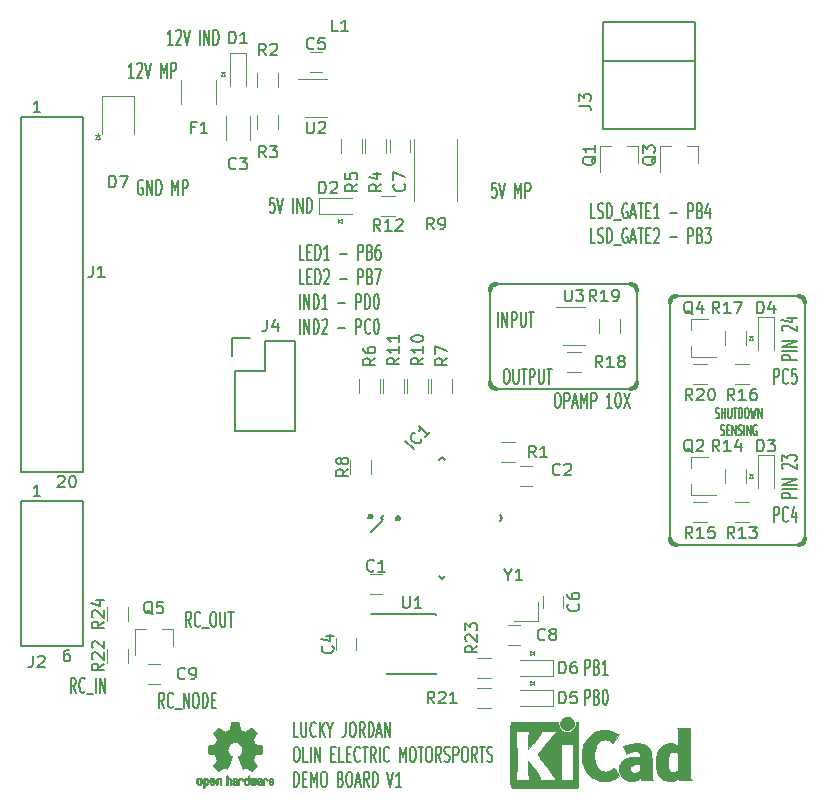
<source format=gbr>
G04 #@! TF.FileFunction,Legend,Top*
%FSLAX46Y46*%
G04 Gerber Fmt 4.6, Leading zero omitted, Abs format (unit mm)*
G04 Created by KiCad (PCBNEW 4.0.7) date 11/20/17 16:46:11*
%MOMM*%
%LPD*%
G01*
G04 APERTURE LIST*
%ADD10C,0.100000*%
%ADD11C,0.190500*%
%ADD12C,0.127000*%
%ADD13C,0.200000*%
%ADD14C,0.381000*%
%ADD15C,0.120000*%
%ADD16C,0.150000*%
%ADD17C,0.500000*%
%ADD18C,0.010000*%
G04 APERTURE END LIST*
D10*
D11*
X141768286Y-121669024D02*
X141405429Y-121669024D01*
X141405429Y-120399024D01*
X142022286Y-120399024D02*
X142022286Y-121427119D01*
X142058571Y-121548071D01*
X142094857Y-121608548D01*
X142167428Y-121669024D01*
X142312571Y-121669024D01*
X142385143Y-121608548D01*
X142421428Y-121548071D01*
X142457714Y-121427119D01*
X142457714Y-120399024D01*
X143256000Y-121548071D02*
X143219714Y-121608548D01*
X143110857Y-121669024D01*
X143038286Y-121669024D01*
X142929429Y-121608548D01*
X142856857Y-121487595D01*
X142820572Y-121366643D01*
X142784286Y-121124738D01*
X142784286Y-120943310D01*
X142820572Y-120701405D01*
X142856857Y-120580452D01*
X142929429Y-120459500D01*
X143038286Y-120399024D01*
X143110857Y-120399024D01*
X143219714Y-120459500D01*
X143256000Y-120519976D01*
X143582572Y-121669024D02*
X143582572Y-120399024D01*
X144018000Y-121669024D02*
X143691429Y-120943310D01*
X144018000Y-120399024D02*
X143582572Y-121124738D01*
X144489714Y-121064262D02*
X144489714Y-121669024D01*
X144235714Y-120399024D02*
X144489714Y-121064262D01*
X144743714Y-120399024D01*
X145796000Y-120399024D02*
X145796000Y-121306167D01*
X145759714Y-121487595D01*
X145687143Y-121608548D01*
X145578286Y-121669024D01*
X145505714Y-121669024D01*
X146303999Y-120399024D02*
X146449142Y-120399024D01*
X146521714Y-120459500D01*
X146594285Y-120580452D01*
X146630571Y-120822357D01*
X146630571Y-121245690D01*
X146594285Y-121487595D01*
X146521714Y-121608548D01*
X146449142Y-121669024D01*
X146303999Y-121669024D01*
X146231428Y-121608548D01*
X146158857Y-121487595D01*
X146122571Y-121245690D01*
X146122571Y-120822357D01*
X146158857Y-120580452D01*
X146231428Y-120459500D01*
X146303999Y-120399024D01*
X147392571Y-121669024D02*
X147138571Y-121064262D01*
X146957143Y-121669024D02*
X146957143Y-120399024D01*
X147247428Y-120399024D01*
X147320000Y-120459500D01*
X147356285Y-120519976D01*
X147392571Y-120640929D01*
X147392571Y-120822357D01*
X147356285Y-120943310D01*
X147320000Y-121003786D01*
X147247428Y-121064262D01*
X146957143Y-121064262D01*
X147719143Y-121669024D02*
X147719143Y-120399024D01*
X147900571Y-120399024D01*
X148009428Y-120459500D01*
X148082000Y-120580452D01*
X148118285Y-120701405D01*
X148154571Y-120943310D01*
X148154571Y-121124738D01*
X148118285Y-121366643D01*
X148082000Y-121487595D01*
X148009428Y-121608548D01*
X147900571Y-121669024D01*
X147719143Y-121669024D01*
X148444857Y-121306167D02*
X148807714Y-121306167D01*
X148372285Y-121669024D02*
X148626285Y-120399024D01*
X148880285Y-121669024D01*
X149134286Y-121669024D02*
X149134286Y-120399024D01*
X149569714Y-121669024D01*
X149569714Y-120399024D01*
X141550571Y-122494524D02*
X141695714Y-122494524D01*
X141768286Y-122555000D01*
X141840857Y-122675952D01*
X141877143Y-122917857D01*
X141877143Y-123341190D01*
X141840857Y-123583095D01*
X141768286Y-123704048D01*
X141695714Y-123764524D01*
X141550571Y-123764524D01*
X141478000Y-123704048D01*
X141405429Y-123583095D01*
X141369143Y-123341190D01*
X141369143Y-122917857D01*
X141405429Y-122675952D01*
X141478000Y-122555000D01*
X141550571Y-122494524D01*
X142566572Y-123764524D02*
X142203715Y-123764524D01*
X142203715Y-122494524D01*
X142820572Y-123764524D02*
X142820572Y-122494524D01*
X143183429Y-123764524D02*
X143183429Y-122494524D01*
X143618857Y-123764524D01*
X143618857Y-122494524D01*
X144562286Y-123099286D02*
X144816286Y-123099286D01*
X144925143Y-123764524D02*
X144562286Y-123764524D01*
X144562286Y-122494524D01*
X144925143Y-122494524D01*
X145614572Y-123764524D02*
X145251715Y-123764524D01*
X145251715Y-122494524D01*
X145868572Y-123099286D02*
X146122572Y-123099286D01*
X146231429Y-123764524D02*
X145868572Y-123764524D01*
X145868572Y-122494524D01*
X146231429Y-122494524D01*
X146993429Y-123643571D02*
X146957143Y-123704048D01*
X146848286Y-123764524D01*
X146775715Y-123764524D01*
X146666858Y-123704048D01*
X146594286Y-123583095D01*
X146558001Y-123462143D01*
X146521715Y-123220238D01*
X146521715Y-123038810D01*
X146558001Y-122796905D01*
X146594286Y-122675952D01*
X146666858Y-122555000D01*
X146775715Y-122494524D01*
X146848286Y-122494524D01*
X146957143Y-122555000D01*
X146993429Y-122615476D01*
X147211143Y-122494524D02*
X147646572Y-122494524D01*
X147428858Y-123764524D02*
X147428858Y-122494524D01*
X148336000Y-123764524D02*
X148082000Y-123159762D01*
X147900572Y-123764524D02*
X147900572Y-122494524D01*
X148190857Y-122494524D01*
X148263429Y-122555000D01*
X148299714Y-122615476D01*
X148336000Y-122736429D01*
X148336000Y-122917857D01*
X148299714Y-123038810D01*
X148263429Y-123099286D01*
X148190857Y-123159762D01*
X147900572Y-123159762D01*
X148662572Y-123764524D02*
X148662572Y-122494524D01*
X149460857Y-123643571D02*
X149424571Y-123704048D01*
X149315714Y-123764524D01*
X149243143Y-123764524D01*
X149134286Y-123704048D01*
X149061714Y-123583095D01*
X149025429Y-123462143D01*
X148989143Y-123220238D01*
X148989143Y-123038810D01*
X149025429Y-122796905D01*
X149061714Y-122675952D01*
X149134286Y-122555000D01*
X149243143Y-122494524D01*
X149315714Y-122494524D01*
X149424571Y-122555000D01*
X149460857Y-122615476D01*
X150368000Y-123764524D02*
X150368000Y-122494524D01*
X150622000Y-123401667D01*
X150876000Y-122494524D01*
X150876000Y-123764524D01*
X151383999Y-122494524D02*
X151529142Y-122494524D01*
X151601714Y-122555000D01*
X151674285Y-122675952D01*
X151710571Y-122917857D01*
X151710571Y-123341190D01*
X151674285Y-123583095D01*
X151601714Y-123704048D01*
X151529142Y-123764524D01*
X151383999Y-123764524D01*
X151311428Y-123704048D01*
X151238857Y-123583095D01*
X151202571Y-123341190D01*
X151202571Y-122917857D01*
X151238857Y-122675952D01*
X151311428Y-122555000D01*
X151383999Y-122494524D01*
X151928285Y-122494524D02*
X152363714Y-122494524D01*
X152146000Y-123764524D02*
X152146000Y-122494524D01*
X152762856Y-122494524D02*
X152907999Y-122494524D01*
X152980571Y-122555000D01*
X153053142Y-122675952D01*
X153089428Y-122917857D01*
X153089428Y-123341190D01*
X153053142Y-123583095D01*
X152980571Y-123704048D01*
X152907999Y-123764524D01*
X152762856Y-123764524D01*
X152690285Y-123704048D01*
X152617714Y-123583095D01*
X152581428Y-123341190D01*
X152581428Y-122917857D01*
X152617714Y-122675952D01*
X152690285Y-122555000D01*
X152762856Y-122494524D01*
X153851428Y-123764524D02*
X153597428Y-123159762D01*
X153416000Y-123764524D02*
X153416000Y-122494524D01*
X153706285Y-122494524D01*
X153778857Y-122555000D01*
X153815142Y-122615476D01*
X153851428Y-122736429D01*
X153851428Y-122917857D01*
X153815142Y-123038810D01*
X153778857Y-123099286D01*
X153706285Y-123159762D01*
X153416000Y-123159762D01*
X154141714Y-123704048D02*
X154250571Y-123764524D01*
X154432000Y-123764524D01*
X154504571Y-123704048D01*
X154540857Y-123643571D01*
X154577142Y-123522619D01*
X154577142Y-123401667D01*
X154540857Y-123280714D01*
X154504571Y-123220238D01*
X154432000Y-123159762D01*
X154286857Y-123099286D01*
X154214285Y-123038810D01*
X154178000Y-122978333D01*
X154141714Y-122857381D01*
X154141714Y-122736429D01*
X154178000Y-122615476D01*
X154214285Y-122555000D01*
X154286857Y-122494524D01*
X154468285Y-122494524D01*
X154577142Y-122555000D01*
X154903714Y-123764524D02*
X154903714Y-122494524D01*
X155193999Y-122494524D01*
X155266571Y-122555000D01*
X155302856Y-122615476D01*
X155339142Y-122736429D01*
X155339142Y-122917857D01*
X155302856Y-123038810D01*
X155266571Y-123099286D01*
X155193999Y-123159762D01*
X154903714Y-123159762D01*
X155810856Y-122494524D02*
X155955999Y-122494524D01*
X156028571Y-122555000D01*
X156101142Y-122675952D01*
X156137428Y-122917857D01*
X156137428Y-123341190D01*
X156101142Y-123583095D01*
X156028571Y-123704048D01*
X155955999Y-123764524D01*
X155810856Y-123764524D01*
X155738285Y-123704048D01*
X155665714Y-123583095D01*
X155629428Y-123341190D01*
X155629428Y-122917857D01*
X155665714Y-122675952D01*
X155738285Y-122555000D01*
X155810856Y-122494524D01*
X156899428Y-123764524D02*
X156645428Y-123159762D01*
X156464000Y-123764524D02*
X156464000Y-122494524D01*
X156754285Y-122494524D01*
X156826857Y-122555000D01*
X156863142Y-122615476D01*
X156899428Y-122736429D01*
X156899428Y-122917857D01*
X156863142Y-123038810D01*
X156826857Y-123099286D01*
X156754285Y-123159762D01*
X156464000Y-123159762D01*
X157117142Y-122494524D02*
X157552571Y-122494524D01*
X157334857Y-123764524D02*
X157334857Y-122494524D01*
X157770285Y-123704048D02*
X157879142Y-123764524D01*
X158060571Y-123764524D01*
X158133142Y-123704048D01*
X158169428Y-123643571D01*
X158205713Y-123522619D01*
X158205713Y-123401667D01*
X158169428Y-123280714D01*
X158133142Y-123220238D01*
X158060571Y-123159762D01*
X157915428Y-123099286D01*
X157842856Y-123038810D01*
X157806571Y-122978333D01*
X157770285Y-122857381D01*
X157770285Y-122736429D01*
X157806571Y-122615476D01*
X157842856Y-122555000D01*
X157915428Y-122494524D01*
X158096856Y-122494524D01*
X158205713Y-122555000D01*
X141405429Y-125860024D02*
X141405429Y-124590024D01*
X141586857Y-124590024D01*
X141695714Y-124650500D01*
X141768286Y-124771452D01*
X141804571Y-124892405D01*
X141840857Y-125134310D01*
X141840857Y-125315738D01*
X141804571Y-125557643D01*
X141768286Y-125678595D01*
X141695714Y-125799548D01*
X141586857Y-125860024D01*
X141405429Y-125860024D01*
X142167429Y-125194786D02*
X142421429Y-125194786D01*
X142530286Y-125860024D02*
X142167429Y-125860024D01*
X142167429Y-124590024D01*
X142530286Y-124590024D01*
X142856858Y-125860024D02*
X142856858Y-124590024D01*
X143110858Y-125497167D01*
X143364858Y-124590024D01*
X143364858Y-125860024D01*
X143872857Y-124590024D02*
X144018000Y-124590024D01*
X144090572Y-124650500D01*
X144163143Y-124771452D01*
X144199429Y-125013357D01*
X144199429Y-125436690D01*
X144163143Y-125678595D01*
X144090572Y-125799548D01*
X144018000Y-125860024D01*
X143872857Y-125860024D01*
X143800286Y-125799548D01*
X143727715Y-125678595D01*
X143691429Y-125436690D01*
X143691429Y-125013357D01*
X143727715Y-124771452D01*
X143800286Y-124650500D01*
X143872857Y-124590024D01*
X145360572Y-125194786D02*
X145469429Y-125255262D01*
X145505714Y-125315738D01*
X145542000Y-125436690D01*
X145542000Y-125618119D01*
X145505714Y-125739071D01*
X145469429Y-125799548D01*
X145396857Y-125860024D01*
X145106572Y-125860024D01*
X145106572Y-124590024D01*
X145360572Y-124590024D01*
X145433143Y-124650500D01*
X145469429Y-124710976D01*
X145505714Y-124831929D01*
X145505714Y-124952881D01*
X145469429Y-125073833D01*
X145433143Y-125134310D01*
X145360572Y-125194786D01*
X145106572Y-125194786D01*
X146013714Y-124590024D02*
X146158857Y-124590024D01*
X146231429Y-124650500D01*
X146304000Y-124771452D01*
X146340286Y-125013357D01*
X146340286Y-125436690D01*
X146304000Y-125678595D01*
X146231429Y-125799548D01*
X146158857Y-125860024D01*
X146013714Y-125860024D01*
X145941143Y-125799548D01*
X145868572Y-125678595D01*
X145832286Y-125436690D01*
X145832286Y-125013357D01*
X145868572Y-124771452D01*
X145941143Y-124650500D01*
X146013714Y-124590024D01*
X146630572Y-125497167D02*
X146993429Y-125497167D01*
X146558000Y-125860024D02*
X146812000Y-124590024D01*
X147066000Y-125860024D01*
X147755429Y-125860024D02*
X147501429Y-125255262D01*
X147320001Y-125860024D02*
X147320001Y-124590024D01*
X147610286Y-124590024D01*
X147682858Y-124650500D01*
X147719143Y-124710976D01*
X147755429Y-124831929D01*
X147755429Y-125013357D01*
X147719143Y-125134310D01*
X147682858Y-125194786D01*
X147610286Y-125255262D01*
X147320001Y-125255262D01*
X148082001Y-125860024D02*
X148082001Y-124590024D01*
X148263429Y-124590024D01*
X148372286Y-124650500D01*
X148444858Y-124771452D01*
X148481143Y-124892405D01*
X148517429Y-125134310D01*
X148517429Y-125315738D01*
X148481143Y-125557643D01*
X148444858Y-125678595D01*
X148372286Y-125799548D01*
X148263429Y-125860024D01*
X148082001Y-125860024D01*
X149315714Y-124590024D02*
X149569714Y-125860024D01*
X149823714Y-124590024D01*
X150476857Y-125860024D02*
X150041429Y-125860024D01*
X150259143Y-125860024D02*
X150259143Y-124590024D01*
X150186572Y-124771452D01*
X150114000Y-124892405D01*
X150041429Y-124952881D01*
X132696857Y-112334524D02*
X132442857Y-111729762D01*
X132261429Y-112334524D02*
X132261429Y-111064524D01*
X132551714Y-111064524D01*
X132624286Y-111125000D01*
X132660571Y-111185476D01*
X132696857Y-111306429D01*
X132696857Y-111487857D01*
X132660571Y-111608810D01*
X132624286Y-111669286D01*
X132551714Y-111729762D01*
X132261429Y-111729762D01*
X133458857Y-112213571D02*
X133422571Y-112274048D01*
X133313714Y-112334524D01*
X133241143Y-112334524D01*
X133132286Y-112274048D01*
X133059714Y-112153095D01*
X133023429Y-112032143D01*
X132987143Y-111790238D01*
X132987143Y-111608810D01*
X133023429Y-111366905D01*
X133059714Y-111245952D01*
X133132286Y-111125000D01*
X133241143Y-111064524D01*
X133313714Y-111064524D01*
X133422571Y-111125000D01*
X133458857Y-111185476D01*
X133604000Y-112455476D02*
X134184571Y-112455476D01*
X134511142Y-111064524D02*
X134656285Y-111064524D01*
X134728857Y-111125000D01*
X134801428Y-111245952D01*
X134837714Y-111487857D01*
X134837714Y-111911190D01*
X134801428Y-112153095D01*
X134728857Y-112274048D01*
X134656285Y-112334524D01*
X134511142Y-112334524D01*
X134438571Y-112274048D01*
X134366000Y-112153095D01*
X134329714Y-111911190D01*
X134329714Y-111487857D01*
X134366000Y-111245952D01*
X134438571Y-111125000D01*
X134511142Y-111064524D01*
X135164286Y-111064524D02*
X135164286Y-112092619D01*
X135200571Y-112213571D01*
X135236857Y-112274048D01*
X135309428Y-112334524D01*
X135454571Y-112334524D01*
X135527143Y-112274048D01*
X135563428Y-112213571D01*
X135599714Y-112092619D01*
X135599714Y-111064524D01*
X135853714Y-111064524D02*
X136289143Y-111064524D01*
X136071429Y-112334524D02*
X136071429Y-111064524D01*
X130410857Y-119192524D02*
X130156857Y-118587762D01*
X129975429Y-119192524D02*
X129975429Y-117922524D01*
X130265714Y-117922524D01*
X130338286Y-117983000D01*
X130374571Y-118043476D01*
X130410857Y-118164429D01*
X130410857Y-118345857D01*
X130374571Y-118466810D01*
X130338286Y-118527286D01*
X130265714Y-118587762D01*
X129975429Y-118587762D01*
X131172857Y-119071571D02*
X131136571Y-119132048D01*
X131027714Y-119192524D01*
X130955143Y-119192524D01*
X130846286Y-119132048D01*
X130773714Y-119011095D01*
X130737429Y-118890143D01*
X130701143Y-118648238D01*
X130701143Y-118466810D01*
X130737429Y-118224905D01*
X130773714Y-118103952D01*
X130846286Y-117983000D01*
X130955143Y-117922524D01*
X131027714Y-117922524D01*
X131136571Y-117983000D01*
X131172857Y-118043476D01*
X131318000Y-119313476D02*
X131898571Y-119313476D01*
X132080000Y-119192524D02*
X132080000Y-117922524D01*
X132515428Y-119192524D01*
X132515428Y-117922524D01*
X133023428Y-117922524D02*
X133168571Y-117922524D01*
X133241143Y-117983000D01*
X133313714Y-118103952D01*
X133350000Y-118345857D01*
X133350000Y-118769190D01*
X133313714Y-119011095D01*
X133241143Y-119132048D01*
X133168571Y-119192524D01*
X133023428Y-119192524D01*
X132950857Y-119132048D01*
X132878286Y-119011095D01*
X132842000Y-118769190D01*
X132842000Y-118345857D01*
X132878286Y-118103952D01*
X132950857Y-117983000D01*
X133023428Y-117922524D01*
X133676572Y-119192524D02*
X133676572Y-117922524D01*
X133858000Y-117922524D01*
X133966857Y-117983000D01*
X134039429Y-118103952D01*
X134075714Y-118224905D01*
X134112000Y-118466810D01*
X134112000Y-118648238D01*
X134075714Y-118890143D01*
X134039429Y-119011095D01*
X133966857Y-119132048D01*
X133858000Y-119192524D01*
X133676572Y-119192524D01*
X134438572Y-118527286D02*
X134692572Y-118527286D01*
X134801429Y-119192524D02*
X134438572Y-119192524D01*
X134438572Y-117922524D01*
X134801429Y-117922524D01*
X122936000Y-117922524D02*
X122682000Y-117317762D01*
X122500572Y-117922524D02*
X122500572Y-116652524D01*
X122790857Y-116652524D01*
X122863429Y-116713000D01*
X122899714Y-116773476D01*
X122936000Y-116894429D01*
X122936000Y-117075857D01*
X122899714Y-117196810D01*
X122863429Y-117257286D01*
X122790857Y-117317762D01*
X122500572Y-117317762D01*
X123698000Y-117801571D02*
X123661714Y-117862048D01*
X123552857Y-117922524D01*
X123480286Y-117922524D01*
X123371429Y-117862048D01*
X123298857Y-117741095D01*
X123262572Y-117620143D01*
X123226286Y-117378238D01*
X123226286Y-117196810D01*
X123262572Y-116954905D01*
X123298857Y-116833952D01*
X123371429Y-116713000D01*
X123480286Y-116652524D01*
X123552857Y-116652524D01*
X123661714Y-116713000D01*
X123698000Y-116773476D01*
X123843143Y-118043476D02*
X124423714Y-118043476D01*
X124605143Y-117922524D02*
X124605143Y-116652524D01*
X124968000Y-117922524D02*
X124968000Y-116652524D01*
X125403428Y-117922524D01*
X125403428Y-116652524D01*
D12*
X177122668Y-94625583D02*
X177195239Y-94667917D01*
X177316192Y-94667917D01*
X177364573Y-94625583D01*
X177388763Y-94583250D01*
X177412954Y-94498583D01*
X177412954Y-94413917D01*
X177388763Y-94329250D01*
X177364573Y-94286917D01*
X177316192Y-94244583D01*
X177219430Y-94202250D01*
X177171049Y-94159917D01*
X177146858Y-94117583D01*
X177122668Y-94032917D01*
X177122668Y-93948250D01*
X177146858Y-93863583D01*
X177171049Y-93821250D01*
X177219430Y-93778917D01*
X177340382Y-93778917D01*
X177412954Y-93821250D01*
X177630668Y-94667917D02*
X177630668Y-93778917D01*
X177630668Y-94202250D02*
X177920954Y-94202250D01*
X177920954Y-94667917D02*
X177920954Y-93778917D01*
X178162858Y-93778917D02*
X178162858Y-94498583D01*
X178187049Y-94583250D01*
X178211239Y-94625583D01*
X178259620Y-94667917D01*
X178356382Y-94667917D01*
X178404763Y-94625583D01*
X178428954Y-94583250D01*
X178453144Y-94498583D01*
X178453144Y-93778917D01*
X178622477Y-93778917D02*
X178912763Y-93778917D01*
X178767620Y-94667917D02*
X178767620Y-93778917D01*
X179082096Y-94667917D02*
X179082096Y-93778917D01*
X179203049Y-93778917D01*
X179275620Y-93821250D01*
X179324001Y-93905917D01*
X179348192Y-93990583D01*
X179372382Y-94159917D01*
X179372382Y-94286917D01*
X179348192Y-94456250D01*
X179324001Y-94540917D01*
X179275620Y-94625583D01*
X179203049Y-94667917D01*
X179082096Y-94667917D01*
X179686858Y-93778917D02*
X179783620Y-93778917D01*
X179832001Y-93821250D01*
X179880382Y-93905917D01*
X179904573Y-94075250D01*
X179904573Y-94371583D01*
X179880382Y-94540917D01*
X179832001Y-94625583D01*
X179783620Y-94667917D01*
X179686858Y-94667917D01*
X179638477Y-94625583D01*
X179590096Y-94540917D01*
X179565906Y-94371583D01*
X179565906Y-94075250D01*
X179590096Y-93905917D01*
X179638477Y-93821250D01*
X179686858Y-93778917D01*
X180073905Y-93778917D02*
X180194858Y-94667917D01*
X180291620Y-94032917D01*
X180388382Y-94667917D01*
X180509334Y-93778917D01*
X180702857Y-94667917D02*
X180702857Y-93778917D01*
X180993143Y-94667917D01*
X180993143Y-93778917D01*
X177546000Y-96086083D02*
X177618571Y-96128417D01*
X177739524Y-96128417D01*
X177787905Y-96086083D01*
X177812095Y-96043750D01*
X177836286Y-95959083D01*
X177836286Y-95874417D01*
X177812095Y-95789750D01*
X177787905Y-95747417D01*
X177739524Y-95705083D01*
X177642762Y-95662750D01*
X177594381Y-95620417D01*
X177570190Y-95578083D01*
X177546000Y-95493417D01*
X177546000Y-95408750D01*
X177570190Y-95324083D01*
X177594381Y-95281750D01*
X177642762Y-95239417D01*
X177763714Y-95239417D01*
X177836286Y-95281750D01*
X178054000Y-95662750D02*
X178223334Y-95662750D01*
X178295905Y-96128417D02*
X178054000Y-96128417D01*
X178054000Y-95239417D01*
X178295905Y-95239417D01*
X178513619Y-96128417D02*
X178513619Y-95239417D01*
X178803905Y-96128417D01*
X178803905Y-95239417D01*
X179021619Y-96086083D02*
X179094190Y-96128417D01*
X179215143Y-96128417D01*
X179263524Y-96086083D01*
X179287714Y-96043750D01*
X179311905Y-95959083D01*
X179311905Y-95874417D01*
X179287714Y-95789750D01*
X179263524Y-95747417D01*
X179215143Y-95705083D01*
X179118381Y-95662750D01*
X179070000Y-95620417D01*
X179045809Y-95578083D01*
X179021619Y-95493417D01*
X179021619Y-95408750D01*
X179045809Y-95324083D01*
X179070000Y-95281750D01*
X179118381Y-95239417D01*
X179239333Y-95239417D01*
X179311905Y-95281750D01*
X179529619Y-96128417D02*
X179529619Y-95239417D01*
X179771524Y-96128417D02*
X179771524Y-95239417D01*
X180061810Y-96128417D01*
X180061810Y-95239417D01*
X180569810Y-95281750D02*
X180521429Y-95239417D01*
X180448857Y-95239417D01*
X180376286Y-95281750D01*
X180327905Y-95366417D01*
X180303714Y-95451083D01*
X180279524Y-95620417D01*
X180279524Y-95747417D01*
X180303714Y-95916750D01*
X180327905Y-96001417D01*
X180376286Y-96086083D01*
X180448857Y-96128417D01*
X180497238Y-96128417D01*
X180569810Y-96086083D01*
X180594000Y-96043750D01*
X180594000Y-95747417D01*
X180497238Y-95747417D01*
D11*
X182045429Y-103444524D02*
X182045429Y-102174524D01*
X182335714Y-102174524D01*
X182408286Y-102235000D01*
X182444571Y-102295476D01*
X182480857Y-102416429D01*
X182480857Y-102597857D01*
X182444571Y-102718810D01*
X182408286Y-102779286D01*
X182335714Y-102839762D01*
X182045429Y-102839762D01*
X183242857Y-103323571D02*
X183206571Y-103384048D01*
X183097714Y-103444524D01*
X183025143Y-103444524D01*
X182916286Y-103384048D01*
X182843714Y-103263095D01*
X182807429Y-103142143D01*
X182771143Y-102900238D01*
X182771143Y-102718810D01*
X182807429Y-102476905D01*
X182843714Y-102355952D01*
X182916286Y-102235000D01*
X183025143Y-102174524D01*
X183097714Y-102174524D01*
X183206571Y-102235000D01*
X183242857Y-102295476D01*
X183896000Y-102597857D02*
X183896000Y-103444524D01*
X183714571Y-102114048D02*
X183533143Y-103021190D01*
X184004857Y-103021190D01*
X182045429Y-91760524D02*
X182045429Y-90490524D01*
X182335714Y-90490524D01*
X182408286Y-90551000D01*
X182444571Y-90611476D01*
X182480857Y-90732429D01*
X182480857Y-90913857D01*
X182444571Y-91034810D01*
X182408286Y-91095286D01*
X182335714Y-91155762D01*
X182045429Y-91155762D01*
X183242857Y-91639571D02*
X183206571Y-91700048D01*
X183097714Y-91760524D01*
X183025143Y-91760524D01*
X182916286Y-91700048D01*
X182843714Y-91579095D01*
X182807429Y-91458143D01*
X182771143Y-91216238D01*
X182771143Y-91034810D01*
X182807429Y-90792905D01*
X182843714Y-90671952D01*
X182916286Y-90551000D01*
X183025143Y-90490524D01*
X183097714Y-90490524D01*
X183206571Y-90551000D01*
X183242857Y-90611476D01*
X183932286Y-90490524D02*
X183569429Y-90490524D01*
X183533143Y-91095286D01*
X183569429Y-91034810D01*
X183642000Y-90974333D01*
X183823429Y-90974333D01*
X183896000Y-91034810D01*
X183932286Y-91095286D01*
X183968571Y-91216238D01*
X183968571Y-91518619D01*
X183932286Y-91639571D01*
X183896000Y-91700048D01*
X183823429Y-91760524D01*
X183642000Y-91760524D01*
X183569429Y-91700048D01*
X183533143Y-91639571D01*
D13*
X173228000Y-104902000D02*
X173228000Y-84836000D01*
X184150000Y-105410000D02*
X173736000Y-105410000D01*
X184658000Y-84836000D02*
X184658000Y-104902000D01*
X173736000Y-84328000D02*
X184150000Y-84328000D01*
D14*
X173228000Y-104902000D02*
G75*
G03X173736000Y-105410000I508000J0D01*
G01*
X184150000Y-105410000D02*
G75*
G03X184658000Y-104902000I0J508000D01*
G01*
X184658000Y-84836000D02*
G75*
G03X184150000Y-84328000I-508000J0D01*
G01*
X173736000Y-84328000D02*
G75*
G03X173228000Y-84836000I0J-508000D01*
G01*
D11*
X183962524Y-101418571D02*
X182692524Y-101418571D01*
X182692524Y-101128286D01*
X182753000Y-101055714D01*
X182813476Y-101019429D01*
X182934429Y-100983143D01*
X183115857Y-100983143D01*
X183236810Y-101019429D01*
X183297286Y-101055714D01*
X183357762Y-101128286D01*
X183357762Y-101418571D01*
X183962524Y-100656571D02*
X182692524Y-100656571D01*
X183962524Y-100293714D02*
X182692524Y-100293714D01*
X183962524Y-99858286D01*
X182692524Y-99858286D01*
X182813476Y-98951143D02*
X182753000Y-98914857D01*
X182692524Y-98842286D01*
X182692524Y-98660857D01*
X182753000Y-98588286D01*
X182813476Y-98552000D01*
X182934429Y-98515715D01*
X183055381Y-98515715D01*
X183236810Y-98552000D01*
X183962524Y-98987429D01*
X183962524Y-98515715D01*
X182692524Y-98261715D02*
X182692524Y-97790001D01*
X183176333Y-98044001D01*
X183176333Y-97935143D01*
X183236810Y-97862572D01*
X183297286Y-97826286D01*
X183418238Y-97790001D01*
X183720619Y-97790001D01*
X183841571Y-97826286D01*
X183902048Y-97862572D01*
X183962524Y-97935143D01*
X183962524Y-98152858D01*
X183902048Y-98225429D01*
X183841571Y-98261715D01*
X183962524Y-89734571D02*
X182692524Y-89734571D01*
X182692524Y-89444286D01*
X182753000Y-89371714D01*
X182813476Y-89335429D01*
X182934429Y-89299143D01*
X183115857Y-89299143D01*
X183236810Y-89335429D01*
X183297286Y-89371714D01*
X183357762Y-89444286D01*
X183357762Y-89734571D01*
X183962524Y-88972571D02*
X182692524Y-88972571D01*
X183962524Y-88609714D02*
X182692524Y-88609714D01*
X183962524Y-88174286D01*
X182692524Y-88174286D01*
X182813476Y-87267143D02*
X182753000Y-87230857D01*
X182692524Y-87158286D01*
X182692524Y-86976857D01*
X182753000Y-86904286D01*
X182813476Y-86868000D01*
X182934429Y-86831715D01*
X183055381Y-86831715D01*
X183236810Y-86868000D01*
X183962524Y-87303429D01*
X183962524Y-86831715D01*
X183115857Y-86178572D02*
X183962524Y-86178572D01*
X182632048Y-86360001D02*
X183539190Y-86541429D01*
X183539190Y-86069715D01*
X163648571Y-92522524D02*
X163793714Y-92522524D01*
X163866286Y-92583000D01*
X163938857Y-92703952D01*
X163975143Y-92945857D01*
X163975143Y-93369190D01*
X163938857Y-93611095D01*
X163866286Y-93732048D01*
X163793714Y-93792524D01*
X163648571Y-93792524D01*
X163576000Y-93732048D01*
X163503429Y-93611095D01*
X163467143Y-93369190D01*
X163467143Y-92945857D01*
X163503429Y-92703952D01*
X163576000Y-92583000D01*
X163648571Y-92522524D01*
X164301715Y-93792524D02*
X164301715Y-92522524D01*
X164592000Y-92522524D01*
X164664572Y-92583000D01*
X164700857Y-92643476D01*
X164737143Y-92764429D01*
X164737143Y-92945857D01*
X164700857Y-93066810D01*
X164664572Y-93127286D01*
X164592000Y-93187762D01*
X164301715Y-93187762D01*
X165027429Y-93429667D02*
X165390286Y-93429667D01*
X164954857Y-93792524D02*
X165208857Y-92522524D01*
X165462857Y-93792524D01*
X165716858Y-93792524D02*
X165716858Y-92522524D01*
X165970858Y-93429667D01*
X166224858Y-92522524D01*
X166224858Y-93792524D01*
X166587715Y-93792524D02*
X166587715Y-92522524D01*
X166878000Y-92522524D01*
X166950572Y-92583000D01*
X166986857Y-92643476D01*
X167023143Y-92764429D01*
X167023143Y-92945857D01*
X166986857Y-93066810D01*
X166950572Y-93127286D01*
X166878000Y-93187762D01*
X166587715Y-93187762D01*
X168329428Y-93792524D02*
X167894000Y-93792524D01*
X168111714Y-93792524D02*
X168111714Y-92522524D01*
X168039143Y-92703952D01*
X167966571Y-92824905D01*
X167894000Y-92885381D01*
X168801142Y-92522524D02*
X168873714Y-92522524D01*
X168946285Y-92583000D01*
X168982571Y-92643476D01*
X169018857Y-92764429D01*
X169055142Y-93006333D01*
X169055142Y-93308714D01*
X169018857Y-93550619D01*
X168982571Y-93671571D01*
X168946285Y-93732048D01*
X168873714Y-93792524D01*
X168801142Y-93792524D01*
X168728571Y-93732048D01*
X168692285Y-93671571D01*
X168656000Y-93550619D01*
X168619714Y-93308714D01*
X168619714Y-93006333D01*
X168656000Y-92764429D01*
X168692285Y-92643476D01*
X168728571Y-92583000D01*
X168801142Y-92522524D01*
X169309142Y-92522524D02*
X169817142Y-93792524D01*
X169817142Y-92522524D02*
X169309142Y-93792524D01*
D13*
X157988000Y-91694000D02*
X157988000Y-83820000D01*
X169926000Y-92202000D02*
X158496000Y-92202000D01*
X170434000Y-83820000D02*
X170434000Y-91694000D01*
X158496000Y-83312000D02*
X169926000Y-83312000D01*
D14*
X169926000Y-92202000D02*
G75*
G03X170434000Y-91694000I0J508000D01*
G01*
X157988000Y-91694000D02*
G75*
G03X158496000Y-92202000I508000J0D01*
G01*
X158495113Y-83312001D02*
G75*
G03X157988000Y-83820000I887J-507999D01*
G01*
X170434000Y-83820000D02*
G75*
G03X169926000Y-83312000I-508000J0D01*
G01*
D11*
X159330571Y-90490524D02*
X159475714Y-90490524D01*
X159548286Y-90551000D01*
X159620857Y-90671952D01*
X159657143Y-90913857D01*
X159657143Y-91337190D01*
X159620857Y-91579095D01*
X159548286Y-91700048D01*
X159475714Y-91760524D01*
X159330571Y-91760524D01*
X159258000Y-91700048D01*
X159185429Y-91579095D01*
X159149143Y-91337190D01*
X159149143Y-90913857D01*
X159185429Y-90671952D01*
X159258000Y-90551000D01*
X159330571Y-90490524D01*
X159983715Y-90490524D02*
X159983715Y-91518619D01*
X160020000Y-91639571D01*
X160056286Y-91700048D01*
X160128857Y-91760524D01*
X160274000Y-91760524D01*
X160346572Y-91700048D01*
X160382857Y-91639571D01*
X160419143Y-91518619D01*
X160419143Y-90490524D01*
X160673143Y-90490524D02*
X161108572Y-90490524D01*
X160890858Y-91760524D02*
X160890858Y-90490524D01*
X161362572Y-91760524D02*
X161362572Y-90490524D01*
X161652857Y-90490524D01*
X161725429Y-90551000D01*
X161761714Y-90611476D01*
X161798000Y-90732429D01*
X161798000Y-90913857D01*
X161761714Y-91034810D01*
X161725429Y-91095286D01*
X161652857Y-91155762D01*
X161362572Y-91155762D01*
X162124572Y-90490524D02*
X162124572Y-91518619D01*
X162160857Y-91639571D01*
X162197143Y-91700048D01*
X162269714Y-91760524D01*
X162414857Y-91760524D01*
X162487429Y-91700048D01*
X162523714Y-91639571D01*
X162560000Y-91518619D01*
X162560000Y-90490524D01*
X162814000Y-90490524D02*
X163249429Y-90490524D01*
X163031715Y-91760524D02*
X163031715Y-90490524D01*
X158677429Y-86934524D02*
X158677429Y-85664524D01*
X159040286Y-86934524D02*
X159040286Y-85664524D01*
X159475714Y-86934524D01*
X159475714Y-85664524D01*
X159838572Y-86934524D02*
X159838572Y-85664524D01*
X160128857Y-85664524D01*
X160201429Y-85725000D01*
X160237714Y-85785476D01*
X160274000Y-85906429D01*
X160274000Y-86087857D01*
X160237714Y-86208810D01*
X160201429Y-86269286D01*
X160128857Y-86329762D01*
X159838572Y-86329762D01*
X160600572Y-85664524D02*
X160600572Y-86692619D01*
X160636857Y-86813571D01*
X160673143Y-86874048D01*
X160745714Y-86934524D01*
X160890857Y-86934524D01*
X160963429Y-86874048D01*
X160999714Y-86813571D01*
X161036000Y-86692619D01*
X161036000Y-85664524D01*
X161290000Y-85664524D02*
X161725429Y-85664524D01*
X161507715Y-86934524D02*
X161507715Y-85664524D01*
X158532286Y-74742524D02*
X158169429Y-74742524D01*
X158133143Y-75347286D01*
X158169429Y-75286810D01*
X158242000Y-75226333D01*
X158423429Y-75226333D01*
X158496000Y-75286810D01*
X158532286Y-75347286D01*
X158568571Y-75468238D01*
X158568571Y-75770619D01*
X158532286Y-75891571D01*
X158496000Y-75952048D01*
X158423429Y-76012524D01*
X158242000Y-76012524D01*
X158169429Y-75952048D01*
X158133143Y-75891571D01*
X158786285Y-74742524D02*
X159040285Y-76012524D01*
X159294285Y-74742524D01*
X160128857Y-76012524D02*
X160128857Y-74742524D01*
X160382857Y-75649667D01*
X160636857Y-74742524D01*
X160636857Y-76012524D01*
X160999714Y-76012524D02*
X160999714Y-74742524D01*
X161289999Y-74742524D01*
X161362571Y-74803000D01*
X161398856Y-74863476D01*
X161435142Y-74984429D01*
X161435142Y-75165857D01*
X161398856Y-75286810D01*
X161362571Y-75347286D01*
X161289999Y-75407762D01*
X160999714Y-75407762D01*
X127834571Y-65852524D02*
X127399143Y-65852524D01*
X127616857Y-65852524D02*
X127616857Y-64582524D01*
X127544286Y-64763952D01*
X127471714Y-64884905D01*
X127399143Y-64945381D01*
X128124857Y-64703476D02*
X128161143Y-64643000D01*
X128233714Y-64582524D01*
X128415143Y-64582524D01*
X128487714Y-64643000D01*
X128524000Y-64703476D01*
X128560285Y-64824429D01*
X128560285Y-64945381D01*
X128524000Y-65126810D01*
X128088571Y-65852524D01*
X128560285Y-65852524D01*
X128777999Y-64582524D02*
X129031999Y-65852524D01*
X129285999Y-64582524D01*
X130120571Y-65852524D02*
X130120571Y-64582524D01*
X130374571Y-65489667D01*
X130628571Y-64582524D01*
X130628571Y-65852524D01*
X130991428Y-65852524D02*
X130991428Y-64582524D01*
X131281713Y-64582524D01*
X131354285Y-64643000D01*
X131390570Y-64703476D01*
X131426856Y-64824429D01*
X131426856Y-65005857D01*
X131390570Y-65126810D01*
X131354285Y-65187286D01*
X131281713Y-65247762D01*
X130991428Y-65247762D01*
X128596571Y-74549000D02*
X128524000Y-74488524D01*
X128415143Y-74488524D01*
X128306286Y-74549000D01*
X128233714Y-74669952D01*
X128197429Y-74790905D01*
X128161143Y-75032810D01*
X128161143Y-75214238D01*
X128197429Y-75456143D01*
X128233714Y-75577095D01*
X128306286Y-75698048D01*
X128415143Y-75758524D01*
X128487714Y-75758524D01*
X128596571Y-75698048D01*
X128632857Y-75637571D01*
X128632857Y-75214238D01*
X128487714Y-75214238D01*
X128959429Y-75758524D02*
X128959429Y-74488524D01*
X129394857Y-75758524D01*
X129394857Y-74488524D01*
X129757715Y-75758524D02*
X129757715Y-74488524D01*
X129939143Y-74488524D01*
X130048000Y-74549000D01*
X130120572Y-74669952D01*
X130156857Y-74790905D01*
X130193143Y-75032810D01*
X130193143Y-75214238D01*
X130156857Y-75456143D01*
X130120572Y-75577095D01*
X130048000Y-75698048D01*
X129939143Y-75758524D01*
X129757715Y-75758524D01*
X131100286Y-75758524D02*
X131100286Y-74488524D01*
X131354286Y-75395667D01*
X131608286Y-74488524D01*
X131608286Y-75758524D01*
X131971143Y-75758524D02*
X131971143Y-74488524D01*
X132261428Y-74488524D01*
X132334000Y-74549000D01*
X132370285Y-74609476D01*
X132406571Y-74730429D01*
X132406571Y-74911857D01*
X132370285Y-75032810D01*
X132334000Y-75093286D01*
X132261428Y-75153762D01*
X131971143Y-75153762D01*
X139736286Y-76012524D02*
X139373429Y-76012524D01*
X139337143Y-76617286D01*
X139373429Y-76556810D01*
X139446000Y-76496333D01*
X139627429Y-76496333D01*
X139700000Y-76556810D01*
X139736286Y-76617286D01*
X139772571Y-76738238D01*
X139772571Y-77040619D01*
X139736286Y-77161571D01*
X139700000Y-77222048D01*
X139627429Y-77282524D01*
X139446000Y-77282524D01*
X139373429Y-77222048D01*
X139337143Y-77161571D01*
X139990285Y-76012524D02*
X140244285Y-77282524D01*
X140498285Y-76012524D01*
X141332857Y-77282524D02*
X141332857Y-76012524D01*
X141695714Y-77282524D02*
X141695714Y-76012524D01*
X142131142Y-77282524D01*
X142131142Y-76012524D01*
X142494000Y-77282524D02*
X142494000Y-76012524D01*
X142675428Y-76012524D01*
X142784285Y-76073000D01*
X142856857Y-76193952D01*
X142893142Y-76314905D01*
X142929428Y-76556810D01*
X142929428Y-76738238D01*
X142893142Y-76980143D01*
X142856857Y-77101095D01*
X142784285Y-77222048D01*
X142675428Y-77282524D01*
X142494000Y-77282524D01*
X131136571Y-63058524D02*
X130701143Y-63058524D01*
X130918857Y-63058524D02*
X130918857Y-61788524D01*
X130846286Y-61969952D01*
X130773714Y-62090905D01*
X130701143Y-62151381D01*
X131426857Y-61909476D02*
X131463143Y-61849000D01*
X131535714Y-61788524D01*
X131717143Y-61788524D01*
X131789714Y-61849000D01*
X131826000Y-61909476D01*
X131862285Y-62030429D01*
X131862285Y-62151381D01*
X131826000Y-62332810D01*
X131390571Y-63058524D01*
X131862285Y-63058524D01*
X132079999Y-61788524D02*
X132333999Y-63058524D01*
X132587999Y-61788524D01*
X133422571Y-63058524D02*
X133422571Y-61788524D01*
X133785428Y-63058524D02*
X133785428Y-61788524D01*
X134220856Y-63058524D01*
X134220856Y-61788524D01*
X134583714Y-63058524D02*
X134583714Y-61788524D01*
X134765142Y-61788524D01*
X134873999Y-61849000D01*
X134946571Y-61969952D01*
X134982856Y-62090905D01*
X135019142Y-62332810D01*
X135019142Y-62514238D01*
X134982856Y-62756143D01*
X134946571Y-62877095D01*
X134873999Y-62998048D01*
X134765142Y-63058524D01*
X134583714Y-63058524D01*
X166914286Y-77758774D02*
X166551429Y-77758774D01*
X166551429Y-76488774D01*
X167132000Y-77698298D02*
X167240857Y-77758774D01*
X167422286Y-77758774D01*
X167494857Y-77698298D01*
X167531143Y-77637821D01*
X167567428Y-77516869D01*
X167567428Y-77395917D01*
X167531143Y-77274964D01*
X167494857Y-77214488D01*
X167422286Y-77154012D01*
X167277143Y-77093536D01*
X167204571Y-77033060D01*
X167168286Y-76972583D01*
X167132000Y-76851631D01*
X167132000Y-76730679D01*
X167168286Y-76609726D01*
X167204571Y-76549250D01*
X167277143Y-76488774D01*
X167458571Y-76488774D01*
X167567428Y-76549250D01*
X167894000Y-77758774D02*
X167894000Y-76488774D01*
X168075428Y-76488774D01*
X168184285Y-76549250D01*
X168256857Y-76670202D01*
X168293142Y-76791155D01*
X168329428Y-77033060D01*
X168329428Y-77214488D01*
X168293142Y-77456393D01*
X168256857Y-77577345D01*
X168184285Y-77698298D01*
X168075428Y-77758774D01*
X167894000Y-77758774D01*
X168474571Y-77879726D02*
X169055142Y-77879726D01*
X169635713Y-76549250D02*
X169563142Y-76488774D01*
X169454285Y-76488774D01*
X169345428Y-76549250D01*
X169272856Y-76670202D01*
X169236571Y-76791155D01*
X169200285Y-77033060D01*
X169200285Y-77214488D01*
X169236571Y-77456393D01*
X169272856Y-77577345D01*
X169345428Y-77698298D01*
X169454285Y-77758774D01*
X169526856Y-77758774D01*
X169635713Y-77698298D01*
X169671999Y-77637821D01*
X169671999Y-77214488D01*
X169526856Y-77214488D01*
X169962285Y-77395917D02*
X170325142Y-77395917D01*
X169889713Y-77758774D02*
X170143713Y-76488774D01*
X170397713Y-77758774D01*
X170542856Y-76488774D02*
X170978285Y-76488774D01*
X170760571Y-77758774D02*
X170760571Y-76488774D01*
X171232285Y-77093536D02*
X171486285Y-77093536D01*
X171595142Y-77758774D02*
X171232285Y-77758774D01*
X171232285Y-76488774D01*
X171595142Y-76488774D01*
X172320856Y-77758774D02*
X171885428Y-77758774D01*
X172103142Y-77758774D02*
X172103142Y-76488774D01*
X172030571Y-76670202D01*
X171957999Y-76791155D01*
X171885428Y-76851631D01*
X173227999Y-77274964D02*
X173808570Y-77274964D01*
X174751999Y-77758774D02*
X174751999Y-76488774D01*
X175042284Y-76488774D01*
X175114856Y-76549250D01*
X175151141Y-76609726D01*
X175187427Y-76730679D01*
X175187427Y-76912107D01*
X175151141Y-77033060D01*
X175114856Y-77093536D01*
X175042284Y-77154012D01*
X174751999Y-77154012D01*
X175767999Y-77093536D02*
X175876856Y-77154012D01*
X175913141Y-77214488D01*
X175949427Y-77335440D01*
X175949427Y-77516869D01*
X175913141Y-77637821D01*
X175876856Y-77698298D01*
X175804284Y-77758774D01*
X175513999Y-77758774D01*
X175513999Y-76488774D01*
X175767999Y-76488774D01*
X175840570Y-76549250D01*
X175876856Y-76609726D01*
X175913141Y-76730679D01*
X175913141Y-76851631D01*
X175876856Y-76972583D01*
X175840570Y-77033060D01*
X175767999Y-77093536D01*
X175513999Y-77093536D01*
X176602570Y-76912107D02*
X176602570Y-77758774D01*
X176421141Y-76428298D02*
X176239713Y-77335440D01*
X176711427Y-77335440D01*
X166914286Y-79854274D02*
X166551429Y-79854274D01*
X166551429Y-78584274D01*
X167132000Y-79793798D02*
X167240857Y-79854274D01*
X167422286Y-79854274D01*
X167494857Y-79793798D01*
X167531143Y-79733321D01*
X167567428Y-79612369D01*
X167567428Y-79491417D01*
X167531143Y-79370464D01*
X167494857Y-79309988D01*
X167422286Y-79249512D01*
X167277143Y-79189036D01*
X167204571Y-79128560D01*
X167168286Y-79068083D01*
X167132000Y-78947131D01*
X167132000Y-78826179D01*
X167168286Y-78705226D01*
X167204571Y-78644750D01*
X167277143Y-78584274D01*
X167458571Y-78584274D01*
X167567428Y-78644750D01*
X167894000Y-79854274D02*
X167894000Y-78584274D01*
X168075428Y-78584274D01*
X168184285Y-78644750D01*
X168256857Y-78765702D01*
X168293142Y-78886655D01*
X168329428Y-79128560D01*
X168329428Y-79309988D01*
X168293142Y-79551893D01*
X168256857Y-79672845D01*
X168184285Y-79793798D01*
X168075428Y-79854274D01*
X167894000Y-79854274D01*
X168474571Y-79975226D02*
X169055142Y-79975226D01*
X169635713Y-78644750D02*
X169563142Y-78584274D01*
X169454285Y-78584274D01*
X169345428Y-78644750D01*
X169272856Y-78765702D01*
X169236571Y-78886655D01*
X169200285Y-79128560D01*
X169200285Y-79309988D01*
X169236571Y-79551893D01*
X169272856Y-79672845D01*
X169345428Y-79793798D01*
X169454285Y-79854274D01*
X169526856Y-79854274D01*
X169635713Y-79793798D01*
X169671999Y-79733321D01*
X169671999Y-79309988D01*
X169526856Y-79309988D01*
X169962285Y-79491417D02*
X170325142Y-79491417D01*
X169889713Y-79854274D02*
X170143713Y-78584274D01*
X170397713Y-79854274D01*
X170542856Y-78584274D02*
X170978285Y-78584274D01*
X170760571Y-79854274D02*
X170760571Y-78584274D01*
X171232285Y-79189036D02*
X171486285Y-79189036D01*
X171595142Y-79854274D02*
X171232285Y-79854274D01*
X171232285Y-78584274D01*
X171595142Y-78584274D01*
X171885428Y-78705226D02*
X171921714Y-78644750D01*
X171994285Y-78584274D01*
X172175714Y-78584274D01*
X172248285Y-78644750D01*
X172284571Y-78705226D01*
X172320856Y-78826179D01*
X172320856Y-78947131D01*
X172284571Y-79128560D01*
X171849142Y-79854274D01*
X172320856Y-79854274D01*
X173227999Y-79370464D02*
X173808570Y-79370464D01*
X174751999Y-79854274D02*
X174751999Y-78584274D01*
X175042284Y-78584274D01*
X175114856Y-78644750D01*
X175151141Y-78705226D01*
X175187427Y-78826179D01*
X175187427Y-79007607D01*
X175151141Y-79128560D01*
X175114856Y-79189036D01*
X175042284Y-79249512D01*
X174751999Y-79249512D01*
X175767999Y-79189036D02*
X175876856Y-79249512D01*
X175913141Y-79309988D01*
X175949427Y-79430940D01*
X175949427Y-79612369D01*
X175913141Y-79733321D01*
X175876856Y-79793798D01*
X175804284Y-79854274D01*
X175513999Y-79854274D01*
X175513999Y-78584274D01*
X175767999Y-78584274D01*
X175840570Y-78644750D01*
X175876856Y-78705226D01*
X175913141Y-78826179D01*
X175913141Y-78947131D01*
X175876856Y-79068083D01*
X175840570Y-79128560D01*
X175767999Y-79189036D01*
X175513999Y-79189036D01*
X176203427Y-78584274D02*
X176675141Y-78584274D01*
X176421141Y-79068083D01*
X176529999Y-79068083D01*
X176602570Y-79128560D01*
X176638856Y-79189036D01*
X176675141Y-79309988D01*
X176675141Y-79612369D01*
X176638856Y-79733321D01*
X176602570Y-79793798D01*
X176529999Y-79854274D01*
X176312284Y-79854274D01*
X176239713Y-79793798D01*
X176203427Y-79733321D01*
X142276286Y-81251274D02*
X141913429Y-81251274D01*
X141913429Y-79981274D01*
X142530286Y-80586036D02*
X142784286Y-80586036D01*
X142893143Y-81251274D02*
X142530286Y-81251274D01*
X142530286Y-79981274D01*
X142893143Y-79981274D01*
X143219715Y-81251274D02*
X143219715Y-79981274D01*
X143401143Y-79981274D01*
X143510000Y-80041750D01*
X143582572Y-80162702D01*
X143618857Y-80283655D01*
X143655143Y-80525560D01*
X143655143Y-80706988D01*
X143618857Y-80948893D01*
X143582572Y-81069845D01*
X143510000Y-81190798D01*
X143401143Y-81251274D01*
X143219715Y-81251274D01*
X144380857Y-81251274D02*
X143945429Y-81251274D01*
X144163143Y-81251274D02*
X144163143Y-79981274D01*
X144090572Y-80162702D01*
X144018000Y-80283655D01*
X143945429Y-80344131D01*
X145288000Y-80767464D02*
X145868571Y-80767464D01*
X146812000Y-81251274D02*
X146812000Y-79981274D01*
X147102285Y-79981274D01*
X147174857Y-80041750D01*
X147211142Y-80102226D01*
X147247428Y-80223179D01*
X147247428Y-80404607D01*
X147211142Y-80525560D01*
X147174857Y-80586036D01*
X147102285Y-80646512D01*
X146812000Y-80646512D01*
X147828000Y-80586036D02*
X147936857Y-80646512D01*
X147973142Y-80706988D01*
X148009428Y-80827940D01*
X148009428Y-81009369D01*
X147973142Y-81130321D01*
X147936857Y-81190798D01*
X147864285Y-81251274D01*
X147574000Y-81251274D01*
X147574000Y-79981274D01*
X147828000Y-79981274D01*
X147900571Y-80041750D01*
X147936857Y-80102226D01*
X147973142Y-80223179D01*
X147973142Y-80344131D01*
X147936857Y-80465083D01*
X147900571Y-80525560D01*
X147828000Y-80586036D01*
X147574000Y-80586036D01*
X148662571Y-79981274D02*
X148517428Y-79981274D01*
X148444857Y-80041750D01*
X148408571Y-80102226D01*
X148336000Y-80283655D01*
X148299714Y-80525560D01*
X148299714Y-81009369D01*
X148336000Y-81130321D01*
X148372285Y-81190798D01*
X148444857Y-81251274D01*
X148590000Y-81251274D01*
X148662571Y-81190798D01*
X148698857Y-81130321D01*
X148735142Y-81009369D01*
X148735142Y-80706988D01*
X148698857Y-80586036D01*
X148662571Y-80525560D01*
X148590000Y-80465083D01*
X148444857Y-80465083D01*
X148372285Y-80525560D01*
X148336000Y-80586036D01*
X148299714Y-80706988D01*
X142276286Y-83346774D02*
X141913429Y-83346774D01*
X141913429Y-82076774D01*
X142530286Y-82681536D02*
X142784286Y-82681536D01*
X142893143Y-83346774D02*
X142530286Y-83346774D01*
X142530286Y-82076774D01*
X142893143Y-82076774D01*
X143219715Y-83346774D02*
X143219715Y-82076774D01*
X143401143Y-82076774D01*
X143510000Y-82137250D01*
X143582572Y-82258202D01*
X143618857Y-82379155D01*
X143655143Y-82621060D01*
X143655143Y-82802488D01*
X143618857Y-83044393D01*
X143582572Y-83165345D01*
X143510000Y-83286298D01*
X143401143Y-83346774D01*
X143219715Y-83346774D01*
X143945429Y-82197726D02*
X143981715Y-82137250D01*
X144054286Y-82076774D01*
X144235715Y-82076774D01*
X144308286Y-82137250D01*
X144344572Y-82197726D01*
X144380857Y-82318679D01*
X144380857Y-82439631D01*
X144344572Y-82621060D01*
X143909143Y-83346774D01*
X144380857Y-83346774D01*
X145288000Y-82862964D02*
X145868571Y-82862964D01*
X146812000Y-83346774D02*
X146812000Y-82076774D01*
X147102285Y-82076774D01*
X147174857Y-82137250D01*
X147211142Y-82197726D01*
X147247428Y-82318679D01*
X147247428Y-82500107D01*
X147211142Y-82621060D01*
X147174857Y-82681536D01*
X147102285Y-82742012D01*
X146812000Y-82742012D01*
X147828000Y-82681536D02*
X147936857Y-82742012D01*
X147973142Y-82802488D01*
X148009428Y-82923440D01*
X148009428Y-83104869D01*
X147973142Y-83225821D01*
X147936857Y-83286298D01*
X147864285Y-83346774D01*
X147574000Y-83346774D01*
X147574000Y-82076774D01*
X147828000Y-82076774D01*
X147900571Y-82137250D01*
X147936857Y-82197726D01*
X147973142Y-82318679D01*
X147973142Y-82439631D01*
X147936857Y-82560583D01*
X147900571Y-82621060D01*
X147828000Y-82681536D01*
X147574000Y-82681536D01*
X148263428Y-82076774D02*
X148771428Y-82076774D01*
X148444857Y-83346774D01*
X141913429Y-85442274D02*
X141913429Y-84172274D01*
X142276286Y-85442274D02*
X142276286Y-84172274D01*
X142711714Y-85442274D01*
X142711714Y-84172274D01*
X143074572Y-85442274D02*
X143074572Y-84172274D01*
X143256000Y-84172274D01*
X143364857Y-84232750D01*
X143437429Y-84353702D01*
X143473714Y-84474655D01*
X143510000Y-84716560D01*
X143510000Y-84897988D01*
X143473714Y-85139893D01*
X143437429Y-85260845D01*
X143364857Y-85381798D01*
X143256000Y-85442274D01*
X143074572Y-85442274D01*
X144235714Y-85442274D02*
X143800286Y-85442274D01*
X144018000Y-85442274D02*
X144018000Y-84172274D01*
X143945429Y-84353702D01*
X143872857Y-84474655D01*
X143800286Y-84535131D01*
X145142857Y-84958464D02*
X145723428Y-84958464D01*
X146666857Y-85442274D02*
X146666857Y-84172274D01*
X146957142Y-84172274D01*
X147029714Y-84232750D01*
X147065999Y-84293226D01*
X147102285Y-84414179D01*
X147102285Y-84595607D01*
X147065999Y-84716560D01*
X147029714Y-84777036D01*
X146957142Y-84837512D01*
X146666857Y-84837512D01*
X147428857Y-85442274D02*
X147428857Y-84172274D01*
X147610285Y-84172274D01*
X147719142Y-84232750D01*
X147791714Y-84353702D01*
X147827999Y-84474655D01*
X147864285Y-84716560D01*
X147864285Y-84897988D01*
X147827999Y-85139893D01*
X147791714Y-85260845D01*
X147719142Y-85381798D01*
X147610285Y-85442274D01*
X147428857Y-85442274D01*
X148335999Y-84172274D02*
X148408571Y-84172274D01*
X148481142Y-84232750D01*
X148517428Y-84293226D01*
X148553714Y-84414179D01*
X148589999Y-84656083D01*
X148589999Y-84958464D01*
X148553714Y-85200369D01*
X148517428Y-85321321D01*
X148481142Y-85381798D01*
X148408571Y-85442274D01*
X148335999Y-85442274D01*
X148263428Y-85381798D01*
X148227142Y-85321321D01*
X148190857Y-85200369D01*
X148154571Y-84958464D01*
X148154571Y-84656083D01*
X148190857Y-84414179D01*
X148227142Y-84293226D01*
X148263428Y-84232750D01*
X148335999Y-84172274D01*
X141913429Y-87537774D02*
X141913429Y-86267774D01*
X142276286Y-87537774D02*
X142276286Y-86267774D01*
X142711714Y-87537774D01*
X142711714Y-86267774D01*
X143074572Y-87537774D02*
X143074572Y-86267774D01*
X143256000Y-86267774D01*
X143364857Y-86328250D01*
X143437429Y-86449202D01*
X143473714Y-86570155D01*
X143510000Y-86812060D01*
X143510000Y-86993488D01*
X143473714Y-87235393D01*
X143437429Y-87356345D01*
X143364857Y-87477298D01*
X143256000Y-87537774D01*
X143074572Y-87537774D01*
X143800286Y-86388726D02*
X143836572Y-86328250D01*
X143909143Y-86267774D01*
X144090572Y-86267774D01*
X144163143Y-86328250D01*
X144199429Y-86388726D01*
X144235714Y-86509679D01*
X144235714Y-86630631D01*
X144199429Y-86812060D01*
X143764000Y-87537774D01*
X144235714Y-87537774D01*
X145142857Y-87053964D02*
X145723428Y-87053964D01*
X146666857Y-87537774D02*
X146666857Y-86267774D01*
X146957142Y-86267774D01*
X147029714Y-86328250D01*
X147065999Y-86388726D01*
X147102285Y-86509679D01*
X147102285Y-86691107D01*
X147065999Y-86812060D01*
X147029714Y-86872536D01*
X146957142Y-86933012D01*
X146666857Y-86933012D01*
X147864285Y-87416821D02*
X147827999Y-87477298D01*
X147719142Y-87537774D01*
X147646571Y-87537774D01*
X147537714Y-87477298D01*
X147465142Y-87356345D01*
X147428857Y-87235393D01*
X147392571Y-86993488D01*
X147392571Y-86812060D01*
X147428857Y-86570155D01*
X147465142Y-86449202D01*
X147537714Y-86328250D01*
X147646571Y-86267774D01*
X147719142Y-86267774D01*
X147827999Y-86328250D01*
X147864285Y-86388726D01*
X148335999Y-86267774D02*
X148408571Y-86267774D01*
X148481142Y-86328250D01*
X148517428Y-86388726D01*
X148553714Y-86509679D01*
X148589999Y-86751583D01*
X148589999Y-87053964D01*
X148553714Y-87295869D01*
X148517428Y-87416821D01*
X148481142Y-87477298D01*
X148408571Y-87537774D01*
X148335999Y-87537774D01*
X148263428Y-87477298D01*
X148227142Y-87416821D01*
X148190857Y-87295869D01*
X148154571Y-87053964D01*
X148154571Y-86751583D01*
X148190857Y-86509679D01*
X148227142Y-86388726D01*
X148263428Y-86328250D01*
X148335999Y-86267774D01*
X166043429Y-116398524D02*
X166043429Y-115128524D01*
X166333714Y-115128524D01*
X166406286Y-115189000D01*
X166442571Y-115249476D01*
X166478857Y-115370429D01*
X166478857Y-115551857D01*
X166442571Y-115672810D01*
X166406286Y-115733286D01*
X166333714Y-115793762D01*
X166043429Y-115793762D01*
X167059429Y-115733286D02*
X167168286Y-115793762D01*
X167204571Y-115854238D01*
X167240857Y-115975190D01*
X167240857Y-116156619D01*
X167204571Y-116277571D01*
X167168286Y-116338048D01*
X167095714Y-116398524D01*
X166805429Y-116398524D01*
X166805429Y-115128524D01*
X167059429Y-115128524D01*
X167132000Y-115189000D01*
X167168286Y-115249476D01*
X167204571Y-115370429D01*
X167204571Y-115491381D01*
X167168286Y-115612333D01*
X167132000Y-115672810D01*
X167059429Y-115733286D01*
X166805429Y-115733286D01*
X167966571Y-116398524D02*
X167531143Y-116398524D01*
X167748857Y-116398524D02*
X167748857Y-115128524D01*
X167676286Y-115309952D01*
X167603714Y-115430905D01*
X167531143Y-115491381D01*
X166043429Y-118938524D02*
X166043429Y-117668524D01*
X166333714Y-117668524D01*
X166406286Y-117729000D01*
X166442571Y-117789476D01*
X166478857Y-117910429D01*
X166478857Y-118091857D01*
X166442571Y-118212810D01*
X166406286Y-118273286D01*
X166333714Y-118333762D01*
X166043429Y-118333762D01*
X167059429Y-118273286D02*
X167168286Y-118333762D01*
X167204571Y-118394238D01*
X167240857Y-118515190D01*
X167240857Y-118696619D01*
X167204571Y-118817571D01*
X167168286Y-118878048D01*
X167095714Y-118938524D01*
X166805429Y-118938524D01*
X166805429Y-117668524D01*
X167059429Y-117668524D01*
X167132000Y-117729000D01*
X167168286Y-117789476D01*
X167204571Y-117910429D01*
X167204571Y-118031381D01*
X167168286Y-118152333D01*
X167132000Y-118212810D01*
X167059429Y-118273286D01*
X166805429Y-118273286D01*
X167712571Y-117668524D02*
X167785143Y-117668524D01*
X167857714Y-117729000D01*
X167894000Y-117789476D01*
X167930286Y-117910429D01*
X167966571Y-118152333D01*
X167966571Y-118454714D01*
X167930286Y-118696619D01*
X167894000Y-118817571D01*
X167857714Y-118878048D01*
X167785143Y-118938524D01*
X167712571Y-118938524D01*
X167640000Y-118878048D01*
X167603714Y-118817571D01*
X167567429Y-118696619D01*
X167531143Y-118454714D01*
X167531143Y-118152333D01*
X167567429Y-117910429D01*
X167603714Y-117789476D01*
X167640000Y-117729000D01*
X167712571Y-117668524D01*
D15*
X164200000Y-88478000D02*
X166000000Y-88478000D01*
X166000000Y-85258000D02*
X163550000Y-85258000D01*
X131870000Y-68056000D02*
X131870000Y-66056000D01*
X134830000Y-66056000D02*
X134830000Y-68056000D01*
D16*
X118254000Y-99206000D02*
X123554000Y-99206000D01*
X118254000Y-69196000D02*
X123554000Y-69196000D01*
X118254000Y-99206000D02*
X118254000Y-69196000D01*
X123554000Y-99206000D02*
X123554000Y-69196000D01*
X118254000Y-113938000D02*
X123554000Y-113938000D01*
X118254000Y-101708000D02*
X123554000Y-101708000D01*
X118254000Y-113938000D02*
X118254000Y-101708000D01*
X123554000Y-113938000D02*
X123554000Y-101708000D01*
X175350000Y-64438000D02*
X175350000Y-61128000D01*
X175350000Y-61128000D02*
X167550000Y-61128000D01*
X167550000Y-61128000D02*
X167550000Y-64438000D01*
X167550000Y-64438000D02*
X167550000Y-70160000D01*
X175350000Y-64438000D02*
X175350000Y-70160000D01*
X167550000Y-64438000D02*
X175350000Y-64438000D01*
X167550000Y-70160000D02*
X175350000Y-70160000D01*
D15*
X127825500Y-67437000D02*
X125158500Y-67437000D01*
D10*
X124796000Y-70996000D02*
X124796000Y-71146000D01*
X124996000Y-70996000D02*
X124796000Y-70696000D01*
X124596000Y-70996000D02*
X124996000Y-70996000D01*
X124796000Y-70696000D02*
X124596000Y-70996000D01*
X124796000Y-70696000D02*
X124796000Y-70546000D01*
X124596000Y-70696000D02*
X124996000Y-70696000D01*
D15*
X125158500Y-67437000D02*
X125158500Y-70612000D01*
X127825500Y-67437000D02*
X127825500Y-70612000D01*
X148836000Y-107862000D02*
X147836000Y-107862000D01*
X147836000Y-109562000D02*
X148836000Y-109562000D01*
X161536000Y-98718000D02*
X160536000Y-98718000D01*
X160536000Y-100418000D02*
X161536000Y-100418000D01*
X137672000Y-71104000D02*
X137672000Y-69104000D01*
X135632000Y-69104000D02*
X135632000Y-71104000D01*
X144946000Y-113292000D02*
X144946000Y-114292000D01*
X146646000Y-114292000D02*
X146646000Y-113292000D01*
X142756000Y-65366000D02*
X143756000Y-65366000D01*
X143756000Y-63666000D02*
X142756000Y-63666000D01*
X164172000Y-110736000D02*
X164172000Y-109736000D01*
X162472000Y-109736000D02*
X162472000Y-110736000D01*
X151218000Y-72128000D02*
X151218000Y-71128000D01*
X149518000Y-71128000D02*
X149518000Y-72128000D01*
X160520000Y-112180000D02*
X159520000Y-112180000D01*
X159520000Y-113880000D02*
X160520000Y-113880000D01*
X129040000Y-117182000D02*
X130040000Y-117182000D01*
X130040000Y-115482000D02*
X129040000Y-115482000D01*
X137352000Y-63732000D02*
X135952000Y-63732000D01*
D10*
X135582000Y-65386000D02*
X135182000Y-65386000D01*
X135382000Y-65386000D02*
X135582000Y-65686000D01*
X135182000Y-65686000D02*
X135382000Y-65386000D01*
X135582000Y-65686000D02*
X135182000Y-65686000D01*
D15*
X135952000Y-63732000D02*
X135952000Y-66532000D01*
X137352000Y-63732000D02*
X137352000Y-66532000D01*
X143488000Y-76008000D02*
X143488000Y-77408000D01*
D10*
X145142000Y-77778000D02*
X145142000Y-78178000D01*
X145142000Y-77978000D02*
X145442000Y-77778000D01*
X145442000Y-78178000D02*
X145142000Y-77978000D01*
X145442000Y-77778000D02*
X145442000Y-78178000D01*
D15*
X143488000Y-77408000D02*
X146288000Y-77408000D01*
X143488000Y-76008000D02*
X146288000Y-76008000D01*
X182056000Y-97768000D02*
X180656000Y-97768000D01*
D10*
X180286000Y-99422000D02*
X179886000Y-99422000D01*
X180086000Y-99422000D02*
X180286000Y-99722000D01*
X179886000Y-99722000D02*
X180086000Y-99422000D01*
X180286000Y-99722000D02*
X179886000Y-99722000D01*
D15*
X180656000Y-97768000D02*
X180656000Y-100568000D01*
X182056000Y-97768000D02*
X182056000Y-100568000D01*
X182056000Y-86084000D02*
X180656000Y-86084000D01*
D10*
X180286000Y-87738000D02*
X179886000Y-87738000D01*
X180086000Y-87738000D02*
X180286000Y-88038000D01*
X179886000Y-88038000D02*
X180086000Y-87738000D01*
X180286000Y-88038000D02*
X179886000Y-88038000D01*
D15*
X180656000Y-86084000D02*
X180656000Y-88884000D01*
X182056000Y-86084000D02*
X182056000Y-88884000D01*
X163344000Y-119064000D02*
X163344000Y-117664000D01*
D10*
X161690000Y-117294000D02*
X161690000Y-116894000D01*
X161690000Y-117094000D02*
X161390000Y-117294000D01*
X161390000Y-116894000D02*
X161690000Y-117094000D01*
X161390000Y-117294000D02*
X161390000Y-116894000D01*
D15*
X163344000Y-117664000D02*
X160544000Y-117664000D01*
X163344000Y-119064000D02*
X160544000Y-119064000D01*
X163344000Y-116524000D02*
X163344000Y-115124000D01*
D10*
X161690000Y-114754000D02*
X161690000Y-114354000D01*
X161690000Y-114554000D02*
X161390000Y-114754000D01*
X161390000Y-114354000D02*
X161690000Y-114554000D01*
X161390000Y-114754000D02*
X161390000Y-114354000D01*
D15*
X163344000Y-115124000D02*
X160544000Y-115124000D01*
X163344000Y-116524000D02*
X160544000Y-116524000D01*
D17*
X150221054Y-103141961D02*
G75*
G03X150221054Y-103141961I-50801J0D01*
G01*
X147886186Y-102998276D02*
G75*
G03X147886186Y-102998276I-50800J0D01*
G01*
D16*
X148797476Y-103124000D02*
X148956575Y-103283099D01*
X153924000Y-97997476D02*
X154153810Y-98227286D01*
X159050524Y-103124000D02*
X158820714Y-102894190D01*
X153924000Y-108250524D02*
X153694190Y-108020714D01*
X148797476Y-103124000D02*
X149027286Y-102894190D01*
X153924000Y-108250524D02*
X154153810Y-108020714D01*
X159050524Y-103124000D02*
X158820714Y-103353810D01*
X153924000Y-97997476D02*
X153694190Y-98227286D01*
X148956575Y-103283099D02*
X147948948Y-104290726D01*
D15*
X160112000Y-98416000D02*
X158912000Y-98416000D01*
X158912000Y-96656000D02*
X160112000Y-96656000D01*
X140072000Y-65440000D02*
X140072000Y-66640000D01*
X138312000Y-66640000D02*
X138312000Y-65440000D01*
X138312000Y-70196000D02*
X138312000Y-68996000D01*
X140072000Y-68996000D02*
X140072000Y-70196000D01*
X145424000Y-72228000D02*
X145424000Y-71028000D01*
X147184000Y-71028000D02*
X147184000Y-72228000D01*
X149216000Y-71028000D02*
X149216000Y-72228000D01*
X147456000Y-72228000D02*
X147456000Y-71028000D01*
X146948000Y-92548000D02*
X146948000Y-91348000D01*
X148708000Y-91348000D02*
X148708000Y-92548000D01*
X153044000Y-92548000D02*
X153044000Y-91348000D01*
X154804000Y-91348000D02*
X154804000Y-92548000D01*
X146186000Y-99406000D02*
X146186000Y-98206000D01*
X147946000Y-98206000D02*
X147946000Y-99406000D01*
X155236000Y-71060000D02*
X155236000Y-76260000D01*
X151596000Y-76260000D02*
X151596000Y-71060000D01*
X151012000Y-92548000D02*
X151012000Y-91348000D01*
X152772000Y-91348000D02*
X152772000Y-92548000D01*
X148980000Y-92548000D02*
X148980000Y-91348000D01*
X150740000Y-91348000D02*
X150740000Y-92548000D01*
X148752000Y-75828000D02*
X149952000Y-75828000D01*
X149952000Y-77588000D02*
X148752000Y-77588000D01*
X179924000Y-103496000D02*
X178724000Y-103496000D01*
X178724000Y-101736000D02*
X179924000Y-101736000D01*
X179696000Y-98968000D02*
X179696000Y-100168000D01*
X177936000Y-100168000D02*
X177936000Y-98968000D01*
X175168000Y-101736000D02*
X176368000Y-101736000D01*
X176368000Y-103496000D02*
X175168000Y-103496000D01*
X179924000Y-91812000D02*
X178724000Y-91812000D01*
X178724000Y-90052000D02*
X179924000Y-90052000D01*
X179696000Y-87284000D02*
X179696000Y-88484000D01*
X177936000Y-88484000D02*
X177936000Y-87284000D01*
X165700000Y-90796000D02*
X164500000Y-90796000D01*
X164500000Y-89036000D02*
X165700000Y-89036000D01*
X169028000Y-86268000D02*
X169028000Y-87468000D01*
X167268000Y-87468000D02*
X167268000Y-86268000D01*
X175168000Y-90052000D02*
X176368000Y-90052000D01*
X176368000Y-91812000D02*
X175168000Y-91812000D01*
X158080000Y-119244000D02*
X156880000Y-119244000D01*
X156880000Y-117484000D02*
X158080000Y-117484000D01*
X127372000Y-114208000D02*
X127372000Y-115408000D01*
X125612000Y-115408000D02*
X125612000Y-114208000D01*
X158080000Y-116704000D02*
X156880000Y-116704000D01*
X156880000Y-114944000D02*
X158080000Y-114944000D01*
X125612000Y-111852000D02*
X125612000Y-110652000D01*
X127372000Y-110652000D02*
X127372000Y-111852000D01*
X142356000Y-69174000D02*
X144156000Y-69174000D01*
X144156000Y-65954000D02*
X141706000Y-65954000D01*
D16*
X149309000Y-111217000D02*
X149309000Y-111267000D01*
X153459000Y-111217000D02*
X153459000Y-111362000D01*
X153459000Y-116367000D02*
X153459000Y-116222000D01*
X149309000Y-116367000D02*
X149309000Y-116222000D01*
X149309000Y-111217000D02*
X153459000Y-111217000D01*
X149309000Y-116367000D02*
X153459000Y-116367000D01*
X149309000Y-111267000D02*
X147909000Y-111267000D01*
D15*
X170490000Y-71630000D02*
X169560000Y-71630000D01*
X167330000Y-71630000D02*
X168260000Y-71630000D01*
X167330000Y-71630000D02*
X167330000Y-73790000D01*
X170490000Y-71630000D02*
X170490000Y-73090000D01*
X175570000Y-71630000D02*
X174640000Y-71630000D01*
X172410000Y-71630000D02*
X173340000Y-71630000D01*
X172410000Y-71630000D02*
X172410000Y-73790000D01*
X175570000Y-71630000D02*
X175570000Y-73090000D01*
X175008000Y-86304000D02*
X175008000Y-87234000D01*
X175008000Y-89464000D02*
X175008000Y-88534000D01*
X175008000Y-89464000D02*
X177168000Y-89464000D01*
X175008000Y-86304000D02*
X176468000Y-86304000D01*
X175008000Y-97988000D02*
X175008000Y-98918000D01*
X175008000Y-101148000D02*
X175008000Y-100218000D01*
X175008000Y-101148000D02*
X177168000Y-101148000D01*
X175008000Y-97988000D02*
X176468000Y-97988000D01*
X131120000Y-112524000D02*
X130190000Y-112524000D01*
X127960000Y-112524000D02*
X128890000Y-112524000D01*
X127960000Y-112524000D02*
X127960000Y-114684000D01*
X131120000Y-112524000D02*
X131120000Y-113984000D01*
D10*
X162020000Y-111836000D02*
X160020000Y-111836000D01*
X162020000Y-111836000D02*
X162020000Y-110236000D01*
D16*
X136398000Y-90678000D02*
X136398000Y-95758000D01*
X136118000Y-87858000D02*
X137668000Y-87858000D01*
X138938000Y-88138000D02*
X138938000Y-90678000D01*
X138938000Y-90678000D02*
X136398000Y-90678000D01*
X136398000Y-95758000D02*
X141478000Y-95758000D01*
X141478000Y-95758000D02*
X141478000Y-90678000D01*
X136118000Y-87858000D02*
X136118000Y-89408000D01*
X141478000Y-88138000D02*
X138938000Y-88138000D01*
X141478000Y-90678000D02*
X141478000Y-88138000D01*
D18*
G36*
X161430257Y-120409689D02*
X161694780Y-120409725D01*
X161817912Y-120409730D01*
X163788811Y-120409730D01*
X163788811Y-120525910D01*
X163801211Y-120667291D01*
X163838636Y-120797684D01*
X163901423Y-120917862D01*
X163989906Y-121028602D01*
X164019843Y-121058511D01*
X164127534Y-121143348D01*
X164246275Y-121205221D01*
X164372540Y-121244159D01*
X164502803Y-121260190D01*
X164633535Y-121253342D01*
X164761212Y-121223643D01*
X164882305Y-121171120D01*
X164993288Y-121095803D01*
X165043132Y-121050363D01*
X165136017Y-120938952D01*
X165204127Y-120816435D01*
X165246871Y-120684215D01*
X165263653Y-120543692D01*
X165263876Y-120529867D01*
X165264756Y-120409734D01*
X165317557Y-120409732D01*
X165364396Y-120416089D01*
X165407183Y-120431556D01*
X165410011Y-120433154D01*
X165419675Y-120438168D01*
X165428549Y-120442073D01*
X165436665Y-120446007D01*
X165444057Y-120451106D01*
X165450755Y-120458508D01*
X165456792Y-120469351D01*
X165462199Y-120484772D01*
X165467010Y-120505909D01*
X165471255Y-120533899D01*
X165474968Y-120569879D01*
X165478179Y-120614987D01*
X165480922Y-120670360D01*
X165483228Y-120737137D01*
X165485129Y-120816453D01*
X165486658Y-120909447D01*
X165487846Y-121017257D01*
X165488726Y-121141019D01*
X165489330Y-121281871D01*
X165489689Y-121440950D01*
X165489835Y-121619395D01*
X165489802Y-121818342D01*
X165489620Y-122038929D01*
X165489323Y-122282293D01*
X165488941Y-122549572D01*
X165488508Y-122841903D01*
X165488055Y-123160424D01*
X165488002Y-123199230D01*
X165487596Y-123519782D01*
X165487251Y-123814012D01*
X165486931Y-124083056D01*
X165486600Y-124328052D01*
X165486221Y-124550137D01*
X165485757Y-124750447D01*
X165485172Y-124930119D01*
X165484430Y-125090290D01*
X165483494Y-125232098D01*
X165482327Y-125356679D01*
X165480893Y-125465170D01*
X165479156Y-125558707D01*
X165477078Y-125638429D01*
X165474624Y-125705472D01*
X165471756Y-125760973D01*
X165468439Y-125806068D01*
X165464636Y-125841895D01*
X165460310Y-125869591D01*
X165455425Y-125890293D01*
X165449945Y-125905137D01*
X165443832Y-125915260D01*
X165437050Y-125921800D01*
X165429563Y-125925893D01*
X165421334Y-125928676D01*
X165412327Y-125931287D01*
X165402505Y-125934862D01*
X165400106Y-125935950D01*
X165392565Y-125938396D01*
X165379944Y-125940642D01*
X165361141Y-125942698D01*
X165335053Y-125944572D01*
X165300578Y-125946271D01*
X165256615Y-125947803D01*
X165202061Y-125949177D01*
X165135815Y-125950400D01*
X165056774Y-125951481D01*
X164963837Y-125952427D01*
X164855901Y-125953247D01*
X164731864Y-125953947D01*
X164590624Y-125954538D01*
X164431079Y-125955025D01*
X164252128Y-125955419D01*
X164052668Y-125955725D01*
X163831596Y-125955953D01*
X163587812Y-125956110D01*
X163320213Y-125956205D01*
X163027697Y-125956245D01*
X162709161Y-125956238D01*
X162605979Y-125956228D01*
X162280377Y-125956176D01*
X161981119Y-125956091D01*
X161707091Y-125955963D01*
X161457176Y-125955785D01*
X161230260Y-125955548D01*
X161025227Y-125955242D01*
X160840962Y-125954860D01*
X160676350Y-125954392D01*
X160530275Y-125953830D01*
X160401624Y-125953165D01*
X160289279Y-125952388D01*
X160192126Y-125951491D01*
X160109050Y-125950465D01*
X160038936Y-125949301D01*
X159980668Y-125947991D01*
X159933131Y-125946525D01*
X159895210Y-125944896D01*
X159865790Y-125943093D01*
X159843755Y-125941110D01*
X159827990Y-125938936D01*
X159817380Y-125936563D01*
X159811596Y-125934391D01*
X159801316Y-125930056D01*
X159791878Y-125926859D01*
X159783245Y-125923665D01*
X159775381Y-125919338D01*
X159768252Y-125912744D01*
X159761821Y-125902747D01*
X159756053Y-125888212D01*
X159750911Y-125868003D01*
X159746360Y-125840985D01*
X159742365Y-125806023D01*
X159738889Y-125761981D01*
X159735898Y-125707724D01*
X159733354Y-125642117D01*
X159731223Y-125564024D01*
X159729468Y-125472310D01*
X159728055Y-125365840D01*
X159727685Y-125324973D01*
X160094116Y-125324973D01*
X161389266Y-125324973D01*
X161364345Y-125287217D01*
X161339553Y-125248417D01*
X161318560Y-125211469D01*
X161301065Y-125173788D01*
X161286770Y-125132788D01*
X161275377Y-125085883D01*
X161266587Y-125030487D01*
X161260102Y-124964016D01*
X161255623Y-124883883D01*
X161252850Y-124787502D01*
X161251487Y-124672289D01*
X161251233Y-124535657D01*
X161251791Y-124375020D01*
X161252107Y-124315382D01*
X161255675Y-123676041D01*
X161660702Y-124227449D01*
X161775446Y-124383876D01*
X161874857Y-124520088D01*
X161960010Y-124637890D01*
X162031978Y-124739084D01*
X162091834Y-124825477D01*
X162140652Y-124898874D01*
X162179505Y-124961077D01*
X162209466Y-125013893D01*
X162231609Y-125059125D01*
X162247007Y-125098578D01*
X162256734Y-125134058D01*
X162261863Y-125167368D01*
X162263468Y-125200313D01*
X162262621Y-125234697D01*
X162262405Y-125239019D01*
X162257946Y-125325031D01*
X163677308Y-125324973D01*
X163571735Y-125218522D01*
X163543087Y-125189406D01*
X163515910Y-125161076D01*
X163489011Y-125131968D01*
X163461197Y-125100520D01*
X163431275Y-125065169D01*
X163398054Y-125024354D01*
X163360339Y-124976511D01*
X163316940Y-124920079D01*
X163266662Y-124853494D01*
X163208312Y-124775195D01*
X163140700Y-124683619D01*
X163062631Y-124577204D01*
X162972912Y-124454387D01*
X162870352Y-124313605D01*
X162753758Y-124153297D01*
X162658191Y-124021798D01*
X162538251Y-123856596D01*
X162433620Y-123712152D01*
X162343352Y-123587094D01*
X162266497Y-123480052D01*
X162202109Y-123389654D01*
X162149239Y-123314529D01*
X162106940Y-123253304D01*
X162074264Y-123204610D01*
X162050262Y-123167074D01*
X162033987Y-123139325D01*
X162024492Y-123119992D01*
X162020827Y-123107703D01*
X162021929Y-123101242D01*
X162035276Y-123084048D01*
X162064134Y-123047655D01*
X162106760Y-122994224D01*
X162161415Y-122925919D01*
X162226356Y-122844903D01*
X162299842Y-122753340D01*
X162380132Y-122653392D01*
X162465485Y-122547224D01*
X162554160Y-122436997D01*
X162644414Y-122324876D01*
X162694056Y-122263244D01*
X163926627Y-122263244D01*
X163977854Y-122355919D01*
X164029081Y-122448595D01*
X164029081Y-125139622D01*
X163977854Y-125232298D01*
X163926627Y-125324973D01*
X164532604Y-125324973D01*
X164677266Y-125324931D01*
X164796756Y-125324741D01*
X164893358Y-125324308D01*
X164969358Y-125323536D01*
X165027043Y-125322330D01*
X165068699Y-125320594D01*
X165096611Y-125318232D01*
X165113065Y-125315150D01*
X165120348Y-125311251D01*
X165120745Y-125306440D01*
X165116542Y-125300622D01*
X165116499Y-125300574D01*
X165099187Y-125275532D01*
X165076264Y-125234815D01*
X165056019Y-125194168D01*
X165017621Y-125112162D01*
X165009789Y-122263244D01*
X163926627Y-122263244D01*
X162694056Y-122263244D01*
X162734507Y-122213024D01*
X162822698Y-122103604D01*
X162907246Y-121998778D01*
X162986408Y-121900711D01*
X163058444Y-121811566D01*
X163121613Y-121733505D01*
X163174173Y-121668692D01*
X163214383Y-121619290D01*
X163238000Y-121590487D01*
X163329710Y-121482778D01*
X163417940Y-121385580D01*
X163499597Y-121302076D01*
X163571590Y-121235448D01*
X163622681Y-121194599D01*
X163683093Y-121151135D01*
X162293702Y-121151135D01*
X162294092Y-121232666D01*
X162290209Y-121292606D01*
X162275610Y-121348177D01*
X162253012Y-121400855D01*
X162238322Y-121430615D01*
X162222528Y-121460103D01*
X162204186Y-121491276D01*
X162181855Y-121526093D01*
X162154091Y-121566510D01*
X162119451Y-121614486D01*
X162076493Y-121671978D01*
X162023773Y-121740943D01*
X161959849Y-121823339D01*
X161883279Y-121921124D01*
X161792619Y-122036255D01*
X161686426Y-122170690D01*
X161674432Y-122185859D01*
X161255675Y-122715412D01*
X161251622Y-122128922D01*
X161250805Y-121953251D01*
X161250979Y-121804532D01*
X161252151Y-121682275D01*
X161254331Y-121585989D01*
X161257526Y-121515183D01*
X161261744Y-121469369D01*
X161263162Y-121460679D01*
X161285409Y-121369135D01*
X161314557Y-121286608D01*
X161347818Y-121220253D01*
X161367800Y-121192110D01*
X161402278Y-121151135D01*
X160748086Y-121151135D01*
X160592031Y-121151269D01*
X160461533Y-121151703D01*
X160354690Y-121152489D01*
X160269602Y-121153676D01*
X160204365Y-121155317D01*
X160157079Y-121157461D01*
X160125843Y-121160159D01*
X160108754Y-121163462D01*
X160103912Y-121167421D01*
X160104247Y-121168298D01*
X160118115Y-121189231D01*
X160141268Y-121222412D01*
X160153246Y-121239193D01*
X160165631Y-121255940D01*
X160176763Y-121270915D01*
X160186712Y-121285594D01*
X160195549Y-121301449D01*
X160203343Y-121319955D01*
X160210165Y-121342585D01*
X160216084Y-121370813D01*
X160221171Y-121406113D01*
X160225496Y-121449958D01*
X160229129Y-121503822D01*
X160232140Y-121569180D01*
X160234599Y-121647504D01*
X160236577Y-121740268D01*
X160238142Y-121848947D01*
X160239366Y-121975013D01*
X160240319Y-122119942D01*
X160241070Y-122285206D01*
X160241689Y-122472279D01*
X160242248Y-122682635D01*
X160242815Y-122917748D01*
X160243345Y-123133741D01*
X160243845Y-123374535D01*
X160244105Y-123604274D01*
X160244132Y-123821493D01*
X160243933Y-124024722D01*
X160243514Y-124212496D01*
X160242882Y-124383345D01*
X160242044Y-124535803D01*
X160241008Y-124668403D01*
X160239780Y-124779676D01*
X160238367Y-124868156D01*
X160236775Y-124932375D01*
X160235013Y-124970865D01*
X160234679Y-124974933D01*
X160222534Y-125068248D01*
X160203573Y-125143190D01*
X160174698Y-125208594D01*
X160132810Y-125273293D01*
X160127571Y-125280352D01*
X160094116Y-125324973D01*
X159727685Y-125324973D01*
X159726946Y-125243479D01*
X159726107Y-125104090D01*
X159725502Y-124946539D01*
X159725095Y-124769691D01*
X159724850Y-124572410D01*
X159724733Y-124353560D01*
X159724705Y-124112007D01*
X159724733Y-123846615D01*
X159724780Y-123556249D01*
X159724810Y-123239773D01*
X159724811Y-123176946D01*
X159724828Y-122857137D01*
X159724888Y-122563661D01*
X159724998Y-122295390D01*
X159725167Y-122051198D01*
X159725403Y-121829957D01*
X159725716Y-121630540D01*
X159726115Y-121451820D01*
X159726607Y-121292671D01*
X159727203Y-121151966D01*
X159727910Y-121028576D01*
X159728737Y-120921376D01*
X159729693Y-120829238D01*
X159730787Y-120751035D01*
X159732027Y-120685641D01*
X159733422Y-120631928D01*
X159734982Y-120588769D01*
X159736714Y-120555037D01*
X159738628Y-120529605D01*
X159740732Y-120511347D01*
X159743034Y-120499134D01*
X159745545Y-120491841D01*
X159745637Y-120491659D01*
X159750808Y-120480518D01*
X159755115Y-120470431D01*
X159759879Y-120461346D01*
X159766422Y-120453212D01*
X159776065Y-120445976D01*
X159790129Y-120439586D01*
X159809937Y-120433989D01*
X159836809Y-120429133D01*
X159872067Y-120424966D01*
X159917032Y-120421436D01*
X159973026Y-120418491D01*
X160041371Y-120416077D01*
X160123386Y-120414144D01*
X160220395Y-120412638D01*
X160333718Y-120411508D01*
X160464677Y-120410702D01*
X160614593Y-120410166D01*
X160784787Y-120409849D01*
X160976582Y-120409699D01*
X161191298Y-120409663D01*
X161430257Y-120409689D01*
X161430257Y-120409689D01*
G37*
X161430257Y-120409689D02*
X161694780Y-120409725D01*
X161817912Y-120409730D01*
X163788811Y-120409730D01*
X163788811Y-120525910D01*
X163801211Y-120667291D01*
X163838636Y-120797684D01*
X163901423Y-120917862D01*
X163989906Y-121028602D01*
X164019843Y-121058511D01*
X164127534Y-121143348D01*
X164246275Y-121205221D01*
X164372540Y-121244159D01*
X164502803Y-121260190D01*
X164633535Y-121253342D01*
X164761212Y-121223643D01*
X164882305Y-121171120D01*
X164993288Y-121095803D01*
X165043132Y-121050363D01*
X165136017Y-120938952D01*
X165204127Y-120816435D01*
X165246871Y-120684215D01*
X165263653Y-120543692D01*
X165263876Y-120529867D01*
X165264756Y-120409734D01*
X165317557Y-120409732D01*
X165364396Y-120416089D01*
X165407183Y-120431556D01*
X165410011Y-120433154D01*
X165419675Y-120438168D01*
X165428549Y-120442073D01*
X165436665Y-120446007D01*
X165444057Y-120451106D01*
X165450755Y-120458508D01*
X165456792Y-120469351D01*
X165462199Y-120484772D01*
X165467010Y-120505909D01*
X165471255Y-120533899D01*
X165474968Y-120569879D01*
X165478179Y-120614987D01*
X165480922Y-120670360D01*
X165483228Y-120737137D01*
X165485129Y-120816453D01*
X165486658Y-120909447D01*
X165487846Y-121017257D01*
X165488726Y-121141019D01*
X165489330Y-121281871D01*
X165489689Y-121440950D01*
X165489835Y-121619395D01*
X165489802Y-121818342D01*
X165489620Y-122038929D01*
X165489323Y-122282293D01*
X165488941Y-122549572D01*
X165488508Y-122841903D01*
X165488055Y-123160424D01*
X165488002Y-123199230D01*
X165487596Y-123519782D01*
X165487251Y-123814012D01*
X165486931Y-124083056D01*
X165486600Y-124328052D01*
X165486221Y-124550137D01*
X165485757Y-124750447D01*
X165485172Y-124930119D01*
X165484430Y-125090290D01*
X165483494Y-125232098D01*
X165482327Y-125356679D01*
X165480893Y-125465170D01*
X165479156Y-125558707D01*
X165477078Y-125638429D01*
X165474624Y-125705472D01*
X165471756Y-125760973D01*
X165468439Y-125806068D01*
X165464636Y-125841895D01*
X165460310Y-125869591D01*
X165455425Y-125890293D01*
X165449945Y-125905137D01*
X165443832Y-125915260D01*
X165437050Y-125921800D01*
X165429563Y-125925893D01*
X165421334Y-125928676D01*
X165412327Y-125931287D01*
X165402505Y-125934862D01*
X165400106Y-125935950D01*
X165392565Y-125938396D01*
X165379944Y-125940642D01*
X165361141Y-125942698D01*
X165335053Y-125944572D01*
X165300578Y-125946271D01*
X165256615Y-125947803D01*
X165202061Y-125949177D01*
X165135815Y-125950400D01*
X165056774Y-125951481D01*
X164963837Y-125952427D01*
X164855901Y-125953247D01*
X164731864Y-125953947D01*
X164590624Y-125954538D01*
X164431079Y-125955025D01*
X164252128Y-125955419D01*
X164052668Y-125955725D01*
X163831596Y-125955953D01*
X163587812Y-125956110D01*
X163320213Y-125956205D01*
X163027697Y-125956245D01*
X162709161Y-125956238D01*
X162605979Y-125956228D01*
X162280377Y-125956176D01*
X161981119Y-125956091D01*
X161707091Y-125955963D01*
X161457176Y-125955785D01*
X161230260Y-125955548D01*
X161025227Y-125955242D01*
X160840962Y-125954860D01*
X160676350Y-125954392D01*
X160530275Y-125953830D01*
X160401624Y-125953165D01*
X160289279Y-125952388D01*
X160192126Y-125951491D01*
X160109050Y-125950465D01*
X160038936Y-125949301D01*
X159980668Y-125947991D01*
X159933131Y-125946525D01*
X159895210Y-125944896D01*
X159865790Y-125943093D01*
X159843755Y-125941110D01*
X159827990Y-125938936D01*
X159817380Y-125936563D01*
X159811596Y-125934391D01*
X159801316Y-125930056D01*
X159791878Y-125926859D01*
X159783245Y-125923665D01*
X159775381Y-125919338D01*
X159768252Y-125912744D01*
X159761821Y-125902747D01*
X159756053Y-125888212D01*
X159750911Y-125868003D01*
X159746360Y-125840985D01*
X159742365Y-125806023D01*
X159738889Y-125761981D01*
X159735898Y-125707724D01*
X159733354Y-125642117D01*
X159731223Y-125564024D01*
X159729468Y-125472310D01*
X159728055Y-125365840D01*
X159727685Y-125324973D01*
X160094116Y-125324973D01*
X161389266Y-125324973D01*
X161364345Y-125287217D01*
X161339553Y-125248417D01*
X161318560Y-125211469D01*
X161301065Y-125173788D01*
X161286770Y-125132788D01*
X161275377Y-125085883D01*
X161266587Y-125030487D01*
X161260102Y-124964016D01*
X161255623Y-124883883D01*
X161252850Y-124787502D01*
X161251487Y-124672289D01*
X161251233Y-124535657D01*
X161251791Y-124375020D01*
X161252107Y-124315382D01*
X161255675Y-123676041D01*
X161660702Y-124227449D01*
X161775446Y-124383876D01*
X161874857Y-124520088D01*
X161960010Y-124637890D01*
X162031978Y-124739084D01*
X162091834Y-124825477D01*
X162140652Y-124898874D01*
X162179505Y-124961077D01*
X162209466Y-125013893D01*
X162231609Y-125059125D01*
X162247007Y-125098578D01*
X162256734Y-125134058D01*
X162261863Y-125167368D01*
X162263468Y-125200313D01*
X162262621Y-125234697D01*
X162262405Y-125239019D01*
X162257946Y-125325031D01*
X163677308Y-125324973D01*
X163571735Y-125218522D01*
X163543087Y-125189406D01*
X163515910Y-125161076D01*
X163489011Y-125131968D01*
X163461197Y-125100520D01*
X163431275Y-125065169D01*
X163398054Y-125024354D01*
X163360339Y-124976511D01*
X163316940Y-124920079D01*
X163266662Y-124853494D01*
X163208312Y-124775195D01*
X163140700Y-124683619D01*
X163062631Y-124577204D01*
X162972912Y-124454387D01*
X162870352Y-124313605D01*
X162753758Y-124153297D01*
X162658191Y-124021798D01*
X162538251Y-123856596D01*
X162433620Y-123712152D01*
X162343352Y-123587094D01*
X162266497Y-123480052D01*
X162202109Y-123389654D01*
X162149239Y-123314529D01*
X162106940Y-123253304D01*
X162074264Y-123204610D01*
X162050262Y-123167074D01*
X162033987Y-123139325D01*
X162024492Y-123119992D01*
X162020827Y-123107703D01*
X162021929Y-123101242D01*
X162035276Y-123084048D01*
X162064134Y-123047655D01*
X162106760Y-122994224D01*
X162161415Y-122925919D01*
X162226356Y-122844903D01*
X162299842Y-122753340D01*
X162380132Y-122653392D01*
X162465485Y-122547224D01*
X162554160Y-122436997D01*
X162644414Y-122324876D01*
X162694056Y-122263244D01*
X163926627Y-122263244D01*
X163977854Y-122355919D01*
X164029081Y-122448595D01*
X164029081Y-125139622D01*
X163977854Y-125232298D01*
X163926627Y-125324973D01*
X164532604Y-125324973D01*
X164677266Y-125324931D01*
X164796756Y-125324741D01*
X164893358Y-125324308D01*
X164969358Y-125323536D01*
X165027043Y-125322330D01*
X165068699Y-125320594D01*
X165096611Y-125318232D01*
X165113065Y-125315150D01*
X165120348Y-125311251D01*
X165120745Y-125306440D01*
X165116542Y-125300622D01*
X165116499Y-125300574D01*
X165099187Y-125275532D01*
X165076264Y-125234815D01*
X165056019Y-125194168D01*
X165017621Y-125112162D01*
X165009789Y-122263244D01*
X163926627Y-122263244D01*
X162694056Y-122263244D01*
X162734507Y-122213024D01*
X162822698Y-122103604D01*
X162907246Y-121998778D01*
X162986408Y-121900711D01*
X163058444Y-121811566D01*
X163121613Y-121733505D01*
X163174173Y-121668692D01*
X163214383Y-121619290D01*
X163238000Y-121590487D01*
X163329710Y-121482778D01*
X163417940Y-121385580D01*
X163499597Y-121302076D01*
X163571590Y-121235448D01*
X163622681Y-121194599D01*
X163683093Y-121151135D01*
X162293702Y-121151135D01*
X162294092Y-121232666D01*
X162290209Y-121292606D01*
X162275610Y-121348177D01*
X162253012Y-121400855D01*
X162238322Y-121430615D01*
X162222528Y-121460103D01*
X162204186Y-121491276D01*
X162181855Y-121526093D01*
X162154091Y-121566510D01*
X162119451Y-121614486D01*
X162076493Y-121671978D01*
X162023773Y-121740943D01*
X161959849Y-121823339D01*
X161883279Y-121921124D01*
X161792619Y-122036255D01*
X161686426Y-122170690D01*
X161674432Y-122185859D01*
X161255675Y-122715412D01*
X161251622Y-122128922D01*
X161250805Y-121953251D01*
X161250979Y-121804532D01*
X161252151Y-121682275D01*
X161254331Y-121585989D01*
X161257526Y-121515183D01*
X161261744Y-121469369D01*
X161263162Y-121460679D01*
X161285409Y-121369135D01*
X161314557Y-121286608D01*
X161347818Y-121220253D01*
X161367800Y-121192110D01*
X161402278Y-121151135D01*
X160748086Y-121151135D01*
X160592031Y-121151269D01*
X160461533Y-121151703D01*
X160354690Y-121152489D01*
X160269602Y-121153676D01*
X160204365Y-121155317D01*
X160157079Y-121157461D01*
X160125843Y-121160159D01*
X160108754Y-121163462D01*
X160103912Y-121167421D01*
X160104247Y-121168298D01*
X160118115Y-121189231D01*
X160141268Y-121222412D01*
X160153246Y-121239193D01*
X160165631Y-121255940D01*
X160176763Y-121270915D01*
X160186712Y-121285594D01*
X160195549Y-121301449D01*
X160203343Y-121319955D01*
X160210165Y-121342585D01*
X160216084Y-121370813D01*
X160221171Y-121406113D01*
X160225496Y-121449958D01*
X160229129Y-121503822D01*
X160232140Y-121569180D01*
X160234599Y-121647504D01*
X160236577Y-121740268D01*
X160238142Y-121848947D01*
X160239366Y-121975013D01*
X160240319Y-122119942D01*
X160241070Y-122285206D01*
X160241689Y-122472279D01*
X160242248Y-122682635D01*
X160242815Y-122917748D01*
X160243345Y-123133741D01*
X160243845Y-123374535D01*
X160244105Y-123604274D01*
X160244132Y-123821493D01*
X160243933Y-124024722D01*
X160243514Y-124212496D01*
X160242882Y-124383345D01*
X160242044Y-124535803D01*
X160241008Y-124668403D01*
X160239780Y-124779676D01*
X160238367Y-124868156D01*
X160236775Y-124932375D01*
X160235013Y-124970865D01*
X160234679Y-124974933D01*
X160222534Y-125068248D01*
X160203573Y-125143190D01*
X160174698Y-125208594D01*
X160132810Y-125273293D01*
X160127571Y-125280352D01*
X160094116Y-125324973D01*
X159727685Y-125324973D01*
X159726946Y-125243479D01*
X159726107Y-125104090D01*
X159725502Y-124946539D01*
X159725095Y-124769691D01*
X159724850Y-124572410D01*
X159724733Y-124353560D01*
X159724705Y-124112007D01*
X159724733Y-123846615D01*
X159724780Y-123556249D01*
X159724810Y-123239773D01*
X159724811Y-123176946D01*
X159724828Y-122857137D01*
X159724888Y-122563661D01*
X159724998Y-122295390D01*
X159725167Y-122051198D01*
X159725403Y-121829957D01*
X159725716Y-121630540D01*
X159726115Y-121451820D01*
X159726607Y-121292671D01*
X159727203Y-121151966D01*
X159727910Y-121028576D01*
X159728737Y-120921376D01*
X159729693Y-120829238D01*
X159730787Y-120751035D01*
X159732027Y-120685641D01*
X159733422Y-120631928D01*
X159734982Y-120588769D01*
X159736714Y-120555037D01*
X159738628Y-120529605D01*
X159740732Y-120511347D01*
X159743034Y-120499134D01*
X159745545Y-120491841D01*
X159745637Y-120491659D01*
X159750808Y-120480518D01*
X159755115Y-120470431D01*
X159759879Y-120461346D01*
X159766422Y-120453212D01*
X159776065Y-120445976D01*
X159790129Y-120439586D01*
X159809937Y-120433989D01*
X159836809Y-120429133D01*
X159872067Y-120424966D01*
X159917032Y-120421436D01*
X159973026Y-120418491D01*
X160041371Y-120416077D01*
X160123386Y-120414144D01*
X160220395Y-120412638D01*
X160333718Y-120411508D01*
X160464677Y-120410702D01*
X160614593Y-120410166D01*
X160784787Y-120409849D01*
X160976582Y-120409699D01*
X161191298Y-120409663D01*
X161430257Y-120409689D01*
G36*
X167825962Y-121096499D02*
X167974014Y-121112707D01*
X168117452Y-121141718D01*
X168262110Y-121185045D01*
X168413824Y-121244201D01*
X168578428Y-121320700D01*
X168608071Y-121335517D01*
X168676098Y-121369031D01*
X168740256Y-121399208D01*
X168794215Y-121423166D01*
X168831640Y-121438024D01*
X168837389Y-121439895D01*
X168892486Y-121456402D01*
X168645851Y-121815201D01*
X168585552Y-121902893D01*
X168530422Y-121983012D01*
X168482336Y-122052836D01*
X168443168Y-122109647D01*
X168414794Y-122150723D01*
X168399087Y-122173346D01*
X168396536Y-122176928D01*
X168386171Y-122169438D01*
X168360660Y-122146918D01*
X168324563Y-122113461D01*
X168304642Y-122094550D01*
X168191773Y-122004778D01*
X168065014Y-121936561D01*
X167955783Y-121899195D01*
X167890214Y-121887460D01*
X167808116Y-121880308D01*
X167719144Y-121877874D01*
X167632956Y-121880288D01*
X167559205Y-121887683D01*
X167529776Y-121893347D01*
X167397133Y-121938982D01*
X167277606Y-122008663D01*
X167171283Y-122102260D01*
X167078253Y-122219649D01*
X166998605Y-122360700D01*
X166932426Y-122525286D01*
X166879806Y-122713280D01*
X166848533Y-122874217D01*
X166840374Y-122945263D01*
X166834815Y-123037046D01*
X166831802Y-123142968D01*
X166831281Y-123256434D01*
X166833200Y-123370849D01*
X166837503Y-123479617D01*
X166844137Y-123576143D01*
X166853049Y-123653831D01*
X166854979Y-123665817D01*
X166897499Y-123858892D01*
X166955433Y-124029773D01*
X167029133Y-124179224D01*
X167118951Y-124308011D01*
X167182707Y-124377639D01*
X167297286Y-124472173D01*
X167422942Y-124542246D01*
X167557557Y-124587477D01*
X167699011Y-124607484D01*
X167845183Y-124601885D01*
X167993955Y-124570300D01*
X168081911Y-124539394D01*
X168203629Y-124477506D01*
X168329080Y-124388729D01*
X168399353Y-124328694D01*
X168438811Y-124293947D01*
X168469812Y-124268454D01*
X168487458Y-124256170D01*
X168489648Y-124255795D01*
X168497524Y-124268347D01*
X168517932Y-124301516D01*
X168549132Y-124352458D01*
X168589386Y-124418331D01*
X168636957Y-124496289D01*
X168690104Y-124583490D01*
X168719687Y-124632067D01*
X168945648Y-125003215D01*
X168663527Y-125142639D01*
X168561522Y-125192719D01*
X168478889Y-125232210D01*
X168410578Y-125263073D01*
X168351537Y-125287268D01*
X168296714Y-125306758D01*
X168241060Y-125323503D01*
X168179523Y-125339465D01*
X168120540Y-125353482D01*
X168068115Y-125364329D01*
X168013288Y-125372526D01*
X167950572Y-125378528D01*
X167874477Y-125382790D01*
X167779516Y-125385767D01*
X167715513Y-125387052D01*
X167624192Y-125387930D01*
X167536627Y-125387487D01*
X167458612Y-125385852D01*
X167395942Y-125383149D01*
X167354413Y-125379505D01*
X167351952Y-125379142D01*
X167136303Y-125332487D01*
X166933793Y-125261729D01*
X166744495Y-125166914D01*
X166568479Y-125048089D01*
X166405816Y-124905300D01*
X166256578Y-124738594D01*
X166148496Y-124590433D01*
X166033434Y-124396502D01*
X165940423Y-124191699D01*
X165869013Y-123974383D01*
X165818756Y-123742912D01*
X165789201Y-123495643D01*
X165779889Y-123244559D01*
X165787548Y-123001670D01*
X165811613Y-122777570D01*
X165852852Y-122568477D01*
X165912027Y-122370613D01*
X165989904Y-122180196D01*
X165999203Y-122160468D01*
X166101648Y-121976059D01*
X166227472Y-121800576D01*
X166373112Y-121637650D01*
X166535001Y-121490914D01*
X166709576Y-121364001D01*
X166872244Y-121270905D01*
X167036573Y-121197991D01*
X167201251Y-121145174D01*
X167372652Y-121111015D01*
X167557153Y-121094078D01*
X167667459Y-121091580D01*
X167825962Y-121096499D01*
X167825962Y-121096499D01*
G37*
X167825962Y-121096499D02*
X167974014Y-121112707D01*
X168117452Y-121141718D01*
X168262110Y-121185045D01*
X168413824Y-121244201D01*
X168578428Y-121320700D01*
X168608071Y-121335517D01*
X168676098Y-121369031D01*
X168740256Y-121399208D01*
X168794215Y-121423166D01*
X168831640Y-121438024D01*
X168837389Y-121439895D01*
X168892486Y-121456402D01*
X168645851Y-121815201D01*
X168585552Y-121902893D01*
X168530422Y-121983012D01*
X168482336Y-122052836D01*
X168443168Y-122109647D01*
X168414794Y-122150723D01*
X168399087Y-122173346D01*
X168396536Y-122176928D01*
X168386171Y-122169438D01*
X168360660Y-122146918D01*
X168324563Y-122113461D01*
X168304642Y-122094550D01*
X168191773Y-122004778D01*
X168065014Y-121936561D01*
X167955783Y-121899195D01*
X167890214Y-121887460D01*
X167808116Y-121880308D01*
X167719144Y-121877874D01*
X167632956Y-121880288D01*
X167559205Y-121887683D01*
X167529776Y-121893347D01*
X167397133Y-121938982D01*
X167277606Y-122008663D01*
X167171283Y-122102260D01*
X167078253Y-122219649D01*
X166998605Y-122360700D01*
X166932426Y-122525286D01*
X166879806Y-122713280D01*
X166848533Y-122874217D01*
X166840374Y-122945263D01*
X166834815Y-123037046D01*
X166831802Y-123142968D01*
X166831281Y-123256434D01*
X166833200Y-123370849D01*
X166837503Y-123479617D01*
X166844137Y-123576143D01*
X166853049Y-123653831D01*
X166854979Y-123665817D01*
X166897499Y-123858892D01*
X166955433Y-124029773D01*
X167029133Y-124179224D01*
X167118951Y-124308011D01*
X167182707Y-124377639D01*
X167297286Y-124472173D01*
X167422942Y-124542246D01*
X167557557Y-124587477D01*
X167699011Y-124607484D01*
X167845183Y-124601885D01*
X167993955Y-124570300D01*
X168081911Y-124539394D01*
X168203629Y-124477506D01*
X168329080Y-124388729D01*
X168399353Y-124328694D01*
X168438811Y-124293947D01*
X168469812Y-124268454D01*
X168487458Y-124256170D01*
X168489648Y-124255795D01*
X168497524Y-124268347D01*
X168517932Y-124301516D01*
X168549132Y-124352458D01*
X168589386Y-124418331D01*
X168636957Y-124496289D01*
X168690104Y-124583490D01*
X168719687Y-124632067D01*
X168945648Y-125003215D01*
X168663527Y-125142639D01*
X168561522Y-125192719D01*
X168478889Y-125232210D01*
X168410578Y-125263073D01*
X168351537Y-125287268D01*
X168296714Y-125306758D01*
X168241060Y-125323503D01*
X168179523Y-125339465D01*
X168120540Y-125353482D01*
X168068115Y-125364329D01*
X168013288Y-125372526D01*
X167950572Y-125378528D01*
X167874477Y-125382790D01*
X167779516Y-125385767D01*
X167715513Y-125387052D01*
X167624192Y-125387930D01*
X167536627Y-125387487D01*
X167458612Y-125385852D01*
X167395942Y-125383149D01*
X167354413Y-125379505D01*
X167351952Y-125379142D01*
X167136303Y-125332487D01*
X166933793Y-125261729D01*
X166744495Y-125166914D01*
X166568479Y-125048089D01*
X166405816Y-124905300D01*
X166256578Y-124738594D01*
X166148496Y-124590433D01*
X166033434Y-124396502D01*
X165940423Y-124191699D01*
X165869013Y-123974383D01*
X165818756Y-123742912D01*
X165789201Y-123495643D01*
X165779889Y-123244559D01*
X165787548Y-123001670D01*
X165811613Y-122777570D01*
X165852852Y-122568477D01*
X165912027Y-122370613D01*
X165989904Y-122180196D01*
X165999203Y-122160468D01*
X166101648Y-121976059D01*
X166227472Y-121800576D01*
X166373112Y-121637650D01*
X166535001Y-121490914D01*
X166709576Y-121364001D01*
X166872244Y-121270905D01*
X167036573Y-121197991D01*
X167201251Y-121145174D01*
X167372652Y-121111015D01*
X167557153Y-121094078D01*
X167667459Y-121091580D01*
X167825962Y-121096499D01*
G36*
X170553505Y-122200229D02*
X170621531Y-122205378D01*
X170816163Y-122231273D01*
X170988529Y-122272575D01*
X171139470Y-122329853D01*
X171269825Y-122403674D01*
X171380434Y-122494608D01*
X171472135Y-122603222D01*
X171545770Y-122730085D01*
X171599539Y-122867352D01*
X171613187Y-122911137D01*
X171625073Y-122952141D01*
X171635334Y-122992569D01*
X171644113Y-123034630D01*
X171651548Y-123080531D01*
X171657780Y-123132480D01*
X171662950Y-123192685D01*
X171667196Y-123263352D01*
X171670660Y-123346689D01*
X171673481Y-123444905D01*
X171675800Y-123560205D01*
X171677757Y-123694799D01*
X171679491Y-123850893D01*
X171681143Y-124030695D01*
X171682324Y-124171676D01*
X171690270Y-125139622D01*
X171741756Y-125232770D01*
X171766137Y-125277645D01*
X171784280Y-125312501D01*
X171792935Y-125331054D01*
X171793243Y-125332311D01*
X171780014Y-125333749D01*
X171742326Y-125335074D01*
X171683183Y-125336249D01*
X171605586Y-125337237D01*
X171512536Y-125337999D01*
X171407035Y-125338500D01*
X171292084Y-125338701D01*
X171278378Y-125338703D01*
X170763513Y-125338703D01*
X170763513Y-125222000D01*
X170762635Y-125169260D01*
X170760292Y-125128926D01*
X170756921Y-125107300D01*
X170755431Y-125105298D01*
X170741804Y-125113683D01*
X170713757Y-125135692D01*
X170677303Y-125166601D01*
X170676485Y-125167316D01*
X170609962Y-125216843D01*
X170525948Y-125266575D01*
X170433937Y-125311626D01*
X170343421Y-125347110D01*
X170303567Y-125359236D01*
X170224255Y-125374637D01*
X170126935Y-125384465D01*
X170020516Y-125388580D01*
X169913907Y-125386841D01*
X169816017Y-125379108D01*
X169747513Y-125367981D01*
X169579520Y-125318648D01*
X169428281Y-125248342D01*
X169294782Y-125157933D01*
X169180006Y-125048295D01*
X169084937Y-124920299D01*
X169010560Y-124774818D01*
X168978474Y-124686541D01*
X168958365Y-124600739D01*
X168945038Y-124497736D01*
X168938872Y-124387034D01*
X168939074Y-124370925D01*
X169867648Y-124370925D01*
X169875348Y-124453184D01*
X169900989Y-124521546D01*
X169948378Y-124584970D01*
X169966579Y-124603567D01*
X170031282Y-124653846D01*
X170106066Y-124686056D01*
X170195662Y-124701648D01*
X170290012Y-124702796D01*
X170379501Y-124695216D01*
X170448018Y-124680389D01*
X170477775Y-124669253D01*
X170531408Y-124638904D01*
X170588235Y-124596221D01*
X170640082Y-124548317D01*
X170678778Y-124502301D01*
X170689054Y-124485421D01*
X170697042Y-124461782D01*
X170702721Y-124424168D01*
X170706356Y-124368985D01*
X170708211Y-124292640D01*
X170708594Y-124219981D01*
X170708335Y-124135270D01*
X170707287Y-124074018D01*
X170705045Y-124032227D01*
X170701206Y-124005899D01*
X170695365Y-123991035D01*
X170687118Y-123983639D01*
X170684567Y-123982461D01*
X170662400Y-123978833D01*
X170618680Y-123975866D01*
X170559311Y-123973827D01*
X170490196Y-123972983D01*
X170475189Y-123972982D01*
X170382805Y-123974457D01*
X170311432Y-123978842D01*
X170254719Y-123986738D01*
X170207872Y-123998270D01*
X170091669Y-124042215D01*
X170000543Y-124096243D01*
X169933705Y-124161219D01*
X169890365Y-124238005D01*
X169869734Y-124327467D01*
X169867648Y-124370925D01*
X168939074Y-124370925D01*
X168940244Y-124278133D01*
X168949532Y-124180536D01*
X168956777Y-124141105D01*
X169003039Y-123994701D01*
X169073384Y-123859995D01*
X169166484Y-123738280D01*
X169281012Y-123630847D01*
X169415640Y-123538988D01*
X169569040Y-123463996D01*
X169699459Y-123418458D01*
X169786623Y-123394533D01*
X169869996Y-123375943D01*
X169954976Y-123362084D01*
X170046965Y-123352351D01*
X170151362Y-123346141D01*
X170273568Y-123342851D01*
X170384055Y-123341924D01*
X170711677Y-123341027D01*
X170705401Y-123242547D01*
X170687579Y-123135695D01*
X170649667Y-123043852D01*
X170593280Y-122969310D01*
X170520031Y-122914364D01*
X170455535Y-122887552D01*
X170363123Y-122870654D01*
X170253111Y-122868227D01*
X170130656Y-122879378D01*
X170000914Y-122903210D01*
X169869042Y-122938830D01*
X169740198Y-122985343D01*
X169646566Y-123027883D01*
X169601517Y-123049728D01*
X169567156Y-123064984D01*
X169549681Y-123070937D01*
X169548733Y-123070746D01*
X169542703Y-123057412D01*
X169527645Y-123022068D01*
X169504977Y-122968101D01*
X169476115Y-122898896D01*
X169442477Y-122817840D01*
X169408284Y-122735118D01*
X169271586Y-122403803D01*
X169368820Y-122387833D01*
X169410964Y-122379820D01*
X169474319Y-122366361D01*
X169553457Y-122348679D01*
X169642951Y-122327996D01*
X169737373Y-122305532D01*
X169774973Y-122296403D01*
X169937637Y-122258674D01*
X170080050Y-122230388D01*
X170207527Y-122210972D01*
X170325384Y-122199854D01*
X170438938Y-122196464D01*
X170553505Y-122200229D01*
X170553505Y-122200229D01*
G37*
X170553505Y-122200229D02*
X170621531Y-122205378D01*
X170816163Y-122231273D01*
X170988529Y-122272575D01*
X171139470Y-122329853D01*
X171269825Y-122403674D01*
X171380434Y-122494608D01*
X171472135Y-122603222D01*
X171545770Y-122730085D01*
X171599539Y-122867352D01*
X171613187Y-122911137D01*
X171625073Y-122952141D01*
X171635334Y-122992569D01*
X171644113Y-123034630D01*
X171651548Y-123080531D01*
X171657780Y-123132480D01*
X171662950Y-123192685D01*
X171667196Y-123263352D01*
X171670660Y-123346689D01*
X171673481Y-123444905D01*
X171675800Y-123560205D01*
X171677757Y-123694799D01*
X171679491Y-123850893D01*
X171681143Y-124030695D01*
X171682324Y-124171676D01*
X171690270Y-125139622D01*
X171741756Y-125232770D01*
X171766137Y-125277645D01*
X171784280Y-125312501D01*
X171792935Y-125331054D01*
X171793243Y-125332311D01*
X171780014Y-125333749D01*
X171742326Y-125335074D01*
X171683183Y-125336249D01*
X171605586Y-125337237D01*
X171512536Y-125337999D01*
X171407035Y-125338500D01*
X171292084Y-125338701D01*
X171278378Y-125338703D01*
X170763513Y-125338703D01*
X170763513Y-125222000D01*
X170762635Y-125169260D01*
X170760292Y-125128926D01*
X170756921Y-125107300D01*
X170755431Y-125105298D01*
X170741804Y-125113683D01*
X170713757Y-125135692D01*
X170677303Y-125166601D01*
X170676485Y-125167316D01*
X170609962Y-125216843D01*
X170525948Y-125266575D01*
X170433937Y-125311626D01*
X170343421Y-125347110D01*
X170303567Y-125359236D01*
X170224255Y-125374637D01*
X170126935Y-125384465D01*
X170020516Y-125388580D01*
X169913907Y-125386841D01*
X169816017Y-125379108D01*
X169747513Y-125367981D01*
X169579520Y-125318648D01*
X169428281Y-125248342D01*
X169294782Y-125157933D01*
X169180006Y-125048295D01*
X169084937Y-124920299D01*
X169010560Y-124774818D01*
X168978474Y-124686541D01*
X168958365Y-124600739D01*
X168945038Y-124497736D01*
X168938872Y-124387034D01*
X168939074Y-124370925D01*
X169867648Y-124370925D01*
X169875348Y-124453184D01*
X169900989Y-124521546D01*
X169948378Y-124584970D01*
X169966579Y-124603567D01*
X170031282Y-124653846D01*
X170106066Y-124686056D01*
X170195662Y-124701648D01*
X170290012Y-124702796D01*
X170379501Y-124695216D01*
X170448018Y-124680389D01*
X170477775Y-124669253D01*
X170531408Y-124638904D01*
X170588235Y-124596221D01*
X170640082Y-124548317D01*
X170678778Y-124502301D01*
X170689054Y-124485421D01*
X170697042Y-124461782D01*
X170702721Y-124424168D01*
X170706356Y-124368985D01*
X170708211Y-124292640D01*
X170708594Y-124219981D01*
X170708335Y-124135270D01*
X170707287Y-124074018D01*
X170705045Y-124032227D01*
X170701206Y-124005899D01*
X170695365Y-123991035D01*
X170687118Y-123983639D01*
X170684567Y-123982461D01*
X170662400Y-123978833D01*
X170618680Y-123975866D01*
X170559311Y-123973827D01*
X170490196Y-123972983D01*
X170475189Y-123972982D01*
X170382805Y-123974457D01*
X170311432Y-123978842D01*
X170254719Y-123986738D01*
X170207872Y-123998270D01*
X170091669Y-124042215D01*
X170000543Y-124096243D01*
X169933705Y-124161219D01*
X169890365Y-124238005D01*
X169869734Y-124327467D01*
X169867648Y-124370925D01*
X168939074Y-124370925D01*
X168940244Y-124278133D01*
X168949532Y-124180536D01*
X168956777Y-124141105D01*
X169003039Y-123994701D01*
X169073384Y-123859995D01*
X169166484Y-123738280D01*
X169281012Y-123630847D01*
X169415640Y-123538988D01*
X169569040Y-123463996D01*
X169699459Y-123418458D01*
X169786623Y-123394533D01*
X169869996Y-123375943D01*
X169954976Y-123362084D01*
X170046965Y-123352351D01*
X170151362Y-123346141D01*
X170273568Y-123342851D01*
X170384055Y-123341924D01*
X170711677Y-123341027D01*
X170705401Y-123242547D01*
X170687579Y-123135695D01*
X170649667Y-123043852D01*
X170593280Y-122969310D01*
X170520031Y-122914364D01*
X170455535Y-122887552D01*
X170363123Y-122870654D01*
X170253111Y-122868227D01*
X170130656Y-122879378D01*
X170000914Y-122903210D01*
X169869042Y-122938830D01*
X169740198Y-122985343D01*
X169646566Y-123027883D01*
X169601517Y-123049728D01*
X169567156Y-123064984D01*
X169549681Y-123070937D01*
X169548733Y-123070746D01*
X169542703Y-123057412D01*
X169527645Y-123022068D01*
X169504977Y-122968101D01*
X169476115Y-122898896D01*
X169442477Y-122817840D01*
X169408284Y-122735118D01*
X169271586Y-122403803D01*
X169368820Y-122387833D01*
X169410964Y-122379820D01*
X169474319Y-122366361D01*
X169553457Y-122348679D01*
X169642951Y-122327996D01*
X169737373Y-122305532D01*
X169774973Y-122296403D01*
X169937637Y-122258674D01*
X170080050Y-122230388D01*
X170207527Y-122210972D01*
X170325384Y-122199854D01*
X170438938Y-122196464D01*
X170553505Y-122200229D01*
G36*
X174228270Y-120892825D02*
X174345041Y-120893304D01*
X174384729Y-120893545D01*
X174930486Y-120897135D01*
X174937351Y-122990919D01*
X174938258Y-123274842D01*
X174939062Y-123532640D01*
X174939815Y-123765646D01*
X174940569Y-123975194D01*
X174941375Y-124162618D01*
X174942285Y-124329250D01*
X174943351Y-124476425D01*
X174944624Y-124605477D01*
X174946156Y-124717739D01*
X174947998Y-124814544D01*
X174950203Y-124897226D01*
X174952822Y-124967119D01*
X174955906Y-125025557D01*
X174959508Y-125073872D01*
X174963678Y-125113400D01*
X174968469Y-125145473D01*
X174973931Y-125171424D01*
X174980118Y-125192589D01*
X174987080Y-125210299D01*
X174994869Y-125225889D01*
X175003537Y-125240693D01*
X175013135Y-125256044D01*
X175023715Y-125273276D01*
X175025884Y-125276946D01*
X175062268Y-125339031D01*
X174536431Y-125335434D01*
X174010594Y-125331838D01*
X174003729Y-125216331D01*
X173999992Y-125160899D01*
X173996097Y-125128851D01*
X173990811Y-125116135D01*
X173982903Y-125118696D01*
X173976270Y-125126024D01*
X173947374Y-125152714D01*
X173900279Y-125187021D01*
X173841620Y-125224846D01*
X173778031Y-125262090D01*
X173716149Y-125294653D01*
X173668634Y-125316077D01*
X173557316Y-125351283D01*
X173429596Y-125376222D01*
X173294901Y-125389941D01*
X173162663Y-125391486D01*
X173042308Y-125379906D01*
X173040326Y-125379574D01*
X172875641Y-125338250D01*
X172721479Y-125272412D01*
X172579328Y-125183474D01*
X172450675Y-125072852D01*
X172337007Y-124941961D01*
X172239810Y-124792216D01*
X172160572Y-124625033D01*
X172117430Y-124501190D01*
X172088979Y-124397581D01*
X172067880Y-124297252D01*
X172053488Y-124194109D01*
X172045158Y-124082057D01*
X172042245Y-123955001D01*
X172043535Y-123851252D01*
X173056650Y-123851252D01*
X173061444Y-124025222D01*
X173076568Y-124174895D01*
X173102485Y-124301597D01*
X173139663Y-124406658D01*
X173188565Y-124491406D01*
X173249658Y-124557169D01*
X173320177Y-124603659D01*
X173356871Y-124621014D01*
X173388696Y-124631419D01*
X173424177Y-124636179D01*
X173471841Y-124636601D01*
X173523189Y-124634748D01*
X173624169Y-124625841D01*
X173704035Y-124608398D01*
X173729135Y-124599661D01*
X173786448Y-124573857D01*
X173846897Y-124541453D01*
X173873297Y-124525233D01*
X173941946Y-124480205D01*
X173941946Y-123052982D01*
X173866432Y-123007718D01*
X173761121Y-122956572D01*
X173653525Y-122926324D01*
X173547581Y-122916795D01*
X173447224Y-122927807D01*
X173356387Y-122959181D01*
X173279007Y-123010740D01*
X173254039Y-123035488D01*
X173193856Y-123116577D01*
X173145145Y-123214734D01*
X173107499Y-123331643D01*
X173080512Y-123468985D01*
X173063775Y-123628444D01*
X173056883Y-123811700D01*
X173056650Y-123851252D01*
X172043535Y-123851252D01*
X172044073Y-123808067D01*
X172055647Y-123582053D01*
X172078920Y-123378192D01*
X172114504Y-123193513D01*
X172163013Y-123025048D01*
X172225060Y-122869826D01*
X172247201Y-122823808D01*
X172336385Y-122673739D01*
X172444159Y-122540377D01*
X172567990Y-122425877D01*
X172705342Y-122332389D01*
X172853683Y-122262068D01*
X172942604Y-122233060D01*
X173029933Y-122215840D01*
X173135011Y-122205594D01*
X173249029Y-122202318D01*
X173363177Y-122206009D01*
X173468648Y-122216660D01*
X173553334Y-122233370D01*
X173654128Y-122266140D01*
X173751822Y-122308279D01*
X173837296Y-122355519D01*
X173882789Y-122387581D01*
X173914169Y-122411422D01*
X173936142Y-122425939D01*
X173941141Y-122428000D01*
X173942690Y-122414718D01*
X173944135Y-122376663D01*
X173945443Y-122316519D01*
X173946583Y-122236973D01*
X173947521Y-122140711D01*
X173948226Y-122030419D01*
X173948667Y-121908781D01*
X173948811Y-121784885D01*
X173948730Y-121626196D01*
X173948335Y-121492408D01*
X173947395Y-121380960D01*
X173945680Y-121289295D01*
X173942957Y-121214853D01*
X173938997Y-121155075D01*
X173933569Y-121107402D01*
X173926441Y-121069274D01*
X173917384Y-121038134D01*
X173906167Y-121011421D01*
X173892558Y-120986577D01*
X173876328Y-120961043D01*
X173874240Y-120957881D01*
X173853306Y-120924810D01*
X173840667Y-120902069D01*
X173838973Y-120897272D01*
X173852216Y-120895759D01*
X173890002Y-120894528D01*
X173949416Y-120893599D01*
X174027542Y-120892992D01*
X174121465Y-120892727D01*
X174228270Y-120892825D01*
X174228270Y-120892825D01*
G37*
X174228270Y-120892825D02*
X174345041Y-120893304D01*
X174384729Y-120893545D01*
X174930486Y-120897135D01*
X174937351Y-122990919D01*
X174938258Y-123274842D01*
X174939062Y-123532640D01*
X174939815Y-123765646D01*
X174940569Y-123975194D01*
X174941375Y-124162618D01*
X174942285Y-124329250D01*
X174943351Y-124476425D01*
X174944624Y-124605477D01*
X174946156Y-124717739D01*
X174947998Y-124814544D01*
X174950203Y-124897226D01*
X174952822Y-124967119D01*
X174955906Y-125025557D01*
X174959508Y-125073872D01*
X174963678Y-125113400D01*
X174968469Y-125145473D01*
X174973931Y-125171424D01*
X174980118Y-125192589D01*
X174987080Y-125210299D01*
X174994869Y-125225889D01*
X175003537Y-125240693D01*
X175013135Y-125256044D01*
X175023715Y-125273276D01*
X175025884Y-125276946D01*
X175062268Y-125339031D01*
X174536431Y-125335434D01*
X174010594Y-125331838D01*
X174003729Y-125216331D01*
X173999992Y-125160899D01*
X173996097Y-125128851D01*
X173990811Y-125116135D01*
X173982903Y-125118696D01*
X173976270Y-125126024D01*
X173947374Y-125152714D01*
X173900279Y-125187021D01*
X173841620Y-125224846D01*
X173778031Y-125262090D01*
X173716149Y-125294653D01*
X173668634Y-125316077D01*
X173557316Y-125351283D01*
X173429596Y-125376222D01*
X173294901Y-125389941D01*
X173162663Y-125391486D01*
X173042308Y-125379906D01*
X173040326Y-125379574D01*
X172875641Y-125338250D01*
X172721479Y-125272412D01*
X172579328Y-125183474D01*
X172450675Y-125072852D01*
X172337007Y-124941961D01*
X172239810Y-124792216D01*
X172160572Y-124625033D01*
X172117430Y-124501190D01*
X172088979Y-124397581D01*
X172067880Y-124297252D01*
X172053488Y-124194109D01*
X172045158Y-124082057D01*
X172042245Y-123955001D01*
X172043535Y-123851252D01*
X173056650Y-123851252D01*
X173061444Y-124025222D01*
X173076568Y-124174895D01*
X173102485Y-124301597D01*
X173139663Y-124406658D01*
X173188565Y-124491406D01*
X173249658Y-124557169D01*
X173320177Y-124603659D01*
X173356871Y-124621014D01*
X173388696Y-124631419D01*
X173424177Y-124636179D01*
X173471841Y-124636601D01*
X173523189Y-124634748D01*
X173624169Y-124625841D01*
X173704035Y-124608398D01*
X173729135Y-124599661D01*
X173786448Y-124573857D01*
X173846897Y-124541453D01*
X173873297Y-124525233D01*
X173941946Y-124480205D01*
X173941946Y-123052982D01*
X173866432Y-123007718D01*
X173761121Y-122956572D01*
X173653525Y-122926324D01*
X173547581Y-122916795D01*
X173447224Y-122927807D01*
X173356387Y-122959181D01*
X173279007Y-123010740D01*
X173254039Y-123035488D01*
X173193856Y-123116577D01*
X173145145Y-123214734D01*
X173107499Y-123331643D01*
X173080512Y-123468985D01*
X173063775Y-123628444D01*
X173056883Y-123811700D01*
X173056650Y-123851252D01*
X172043535Y-123851252D01*
X172044073Y-123808067D01*
X172055647Y-123582053D01*
X172078920Y-123378192D01*
X172114504Y-123193513D01*
X172163013Y-123025048D01*
X172225060Y-122869826D01*
X172247201Y-122823808D01*
X172336385Y-122673739D01*
X172444159Y-122540377D01*
X172567990Y-122425877D01*
X172705342Y-122332389D01*
X172853683Y-122262068D01*
X172942604Y-122233060D01*
X173029933Y-122215840D01*
X173135011Y-122205594D01*
X173249029Y-122202318D01*
X173363177Y-122206009D01*
X173468648Y-122216660D01*
X173553334Y-122233370D01*
X173654128Y-122266140D01*
X173751822Y-122308279D01*
X173837296Y-122355519D01*
X173882789Y-122387581D01*
X173914169Y-122411422D01*
X173936142Y-122425939D01*
X173941141Y-122428000D01*
X173942690Y-122414718D01*
X173944135Y-122376663D01*
X173945443Y-122316519D01*
X173946583Y-122236973D01*
X173947521Y-122140711D01*
X173948226Y-122030419D01*
X173948667Y-121908781D01*
X173948811Y-121784885D01*
X173948730Y-121626196D01*
X173948335Y-121492408D01*
X173947395Y-121380960D01*
X173945680Y-121289295D01*
X173942957Y-121214853D01*
X173938997Y-121155075D01*
X173933569Y-121107402D01*
X173926441Y-121069274D01*
X173917384Y-121038134D01*
X173906167Y-121011421D01*
X173892558Y-120986577D01*
X173876328Y-120961043D01*
X173874240Y-120957881D01*
X173853306Y-120924810D01*
X173840667Y-120902069D01*
X173838973Y-120897272D01*
X173852216Y-120895759D01*
X173890002Y-120894528D01*
X173949416Y-120893599D01*
X174027542Y-120892992D01*
X174121465Y-120892727D01*
X174228270Y-120892825D01*
G36*
X164659921Y-119972490D02*
X164763027Y-120008238D01*
X164859022Y-120064507D01*
X164944753Y-120141288D01*
X165017070Y-120238573D01*
X165049555Y-120299892D01*
X165077668Y-120385660D01*
X165091295Y-120484677D01*
X165089786Y-120586471D01*
X165073031Y-120678714D01*
X165027237Y-120791432D01*
X164960832Y-120889207D01*
X164877191Y-120970115D01*
X164779688Y-121032232D01*
X164671700Y-121073634D01*
X164556601Y-121092397D01*
X164437766Y-121086598D01*
X164379189Y-121074206D01*
X164265028Y-121029797D01*
X164163635Y-120962033D01*
X164077455Y-120873001D01*
X164008934Y-120764791D01*
X164003136Y-120752973D01*
X163983096Y-120708628D01*
X163970513Y-120671280D01*
X163963681Y-120631880D01*
X163960895Y-120581381D01*
X163960432Y-120526433D01*
X163961197Y-120460415D01*
X163964648Y-120412689D01*
X163972523Y-120374103D01*
X163986557Y-120335506D01*
X164003880Y-120297426D01*
X164068495Y-120189328D01*
X164148066Y-120101803D01*
X164239440Y-120034841D01*
X164339464Y-119988436D01*
X164444988Y-119962581D01*
X164552858Y-119957268D01*
X164659921Y-119972490D01*
X164659921Y-119972490D01*
G37*
X164659921Y-119972490D02*
X164763027Y-120008238D01*
X164859022Y-120064507D01*
X164944753Y-120141288D01*
X165017070Y-120238573D01*
X165049555Y-120299892D01*
X165077668Y-120385660D01*
X165091295Y-120484677D01*
X165089786Y-120586471D01*
X165073031Y-120678714D01*
X165027237Y-120791432D01*
X164960832Y-120889207D01*
X164877191Y-120970115D01*
X164779688Y-121032232D01*
X164671700Y-121073634D01*
X164556601Y-121092397D01*
X164437766Y-121086598D01*
X164379189Y-121074206D01*
X164265028Y-121029797D01*
X164163635Y-120962033D01*
X164077455Y-120873001D01*
X164008934Y-120764791D01*
X164003136Y-120752973D01*
X163983096Y-120708628D01*
X163970513Y-120671280D01*
X163963681Y-120631880D01*
X163960895Y-120581381D01*
X163960432Y-120526433D01*
X163961197Y-120460415D01*
X163964648Y-120412689D01*
X163972523Y-120374103D01*
X163986557Y-120335506D01*
X164003880Y-120297426D01*
X164068495Y-120189328D01*
X164148066Y-120101803D01*
X164239440Y-120034841D01*
X164339464Y-119988436D01*
X164444988Y-119962581D01*
X164552858Y-119957268D01*
X164659921Y-119972490D01*
G36*
X133997744Y-125109918D02*
X134053201Y-125137568D01*
X134102148Y-125188480D01*
X134115629Y-125207338D01*
X134130314Y-125232015D01*
X134139842Y-125258816D01*
X134145293Y-125294587D01*
X134147747Y-125346169D01*
X134148286Y-125414267D01*
X134145852Y-125507588D01*
X134137394Y-125577657D01*
X134121174Y-125629931D01*
X134095454Y-125669869D01*
X134058497Y-125702929D01*
X134055782Y-125704886D01*
X134019360Y-125724908D01*
X133975502Y-125734815D01*
X133919724Y-125737257D01*
X133829048Y-125737257D01*
X133829010Y-125825283D01*
X133828166Y-125874308D01*
X133823024Y-125903065D01*
X133809587Y-125920311D01*
X133783858Y-125934808D01*
X133777679Y-125937769D01*
X133748764Y-125951648D01*
X133726376Y-125960414D01*
X133709729Y-125961171D01*
X133698036Y-125951023D01*
X133690510Y-125927073D01*
X133686366Y-125886426D01*
X133684815Y-125826186D01*
X133685071Y-125743455D01*
X133686349Y-125635339D01*
X133686748Y-125603000D01*
X133688185Y-125491524D01*
X133689472Y-125418603D01*
X133828971Y-125418603D01*
X133829755Y-125480499D01*
X133833240Y-125520997D01*
X133841124Y-125547708D01*
X133855105Y-125568244D01*
X133864597Y-125578260D01*
X133903404Y-125607567D01*
X133937763Y-125609952D01*
X133973216Y-125585750D01*
X133974114Y-125584857D01*
X133988539Y-125566153D01*
X133997313Y-125540732D01*
X134001739Y-125501584D01*
X134003118Y-125441697D01*
X134003143Y-125428430D01*
X133999812Y-125345901D01*
X133988969Y-125288691D01*
X133969340Y-125253766D01*
X133939650Y-125238094D01*
X133922491Y-125236514D01*
X133881766Y-125243926D01*
X133853832Y-125268330D01*
X133837017Y-125312980D01*
X133829650Y-125381130D01*
X133828971Y-125418603D01*
X133689472Y-125418603D01*
X133689708Y-125405245D01*
X133691677Y-125340333D01*
X133694450Y-125292958D01*
X133698388Y-125259290D01*
X133703849Y-125235498D01*
X133711192Y-125217753D01*
X133720777Y-125202224D01*
X133724887Y-125196381D01*
X133779405Y-125141185D01*
X133848336Y-125109890D01*
X133928072Y-125101165D01*
X133997744Y-125109918D01*
X133997744Y-125109918D01*
G37*
X133997744Y-125109918D02*
X134053201Y-125137568D01*
X134102148Y-125188480D01*
X134115629Y-125207338D01*
X134130314Y-125232015D01*
X134139842Y-125258816D01*
X134145293Y-125294587D01*
X134147747Y-125346169D01*
X134148286Y-125414267D01*
X134145852Y-125507588D01*
X134137394Y-125577657D01*
X134121174Y-125629931D01*
X134095454Y-125669869D01*
X134058497Y-125702929D01*
X134055782Y-125704886D01*
X134019360Y-125724908D01*
X133975502Y-125734815D01*
X133919724Y-125737257D01*
X133829048Y-125737257D01*
X133829010Y-125825283D01*
X133828166Y-125874308D01*
X133823024Y-125903065D01*
X133809587Y-125920311D01*
X133783858Y-125934808D01*
X133777679Y-125937769D01*
X133748764Y-125951648D01*
X133726376Y-125960414D01*
X133709729Y-125961171D01*
X133698036Y-125951023D01*
X133690510Y-125927073D01*
X133686366Y-125886426D01*
X133684815Y-125826186D01*
X133685071Y-125743455D01*
X133686349Y-125635339D01*
X133686748Y-125603000D01*
X133688185Y-125491524D01*
X133689472Y-125418603D01*
X133828971Y-125418603D01*
X133829755Y-125480499D01*
X133833240Y-125520997D01*
X133841124Y-125547708D01*
X133855105Y-125568244D01*
X133864597Y-125578260D01*
X133903404Y-125607567D01*
X133937763Y-125609952D01*
X133973216Y-125585750D01*
X133974114Y-125584857D01*
X133988539Y-125566153D01*
X133997313Y-125540732D01*
X134001739Y-125501584D01*
X134003118Y-125441697D01*
X134003143Y-125428430D01*
X133999812Y-125345901D01*
X133988969Y-125288691D01*
X133969340Y-125253766D01*
X133939650Y-125238094D01*
X133922491Y-125236514D01*
X133881766Y-125243926D01*
X133853832Y-125268330D01*
X133837017Y-125312980D01*
X133829650Y-125381130D01*
X133828971Y-125418603D01*
X133689472Y-125418603D01*
X133689708Y-125405245D01*
X133691677Y-125340333D01*
X133694450Y-125292958D01*
X133698388Y-125259290D01*
X133703849Y-125235498D01*
X133711192Y-125217753D01*
X133720777Y-125202224D01*
X133724887Y-125196381D01*
X133779405Y-125141185D01*
X133848336Y-125109890D01*
X133928072Y-125101165D01*
X133997744Y-125109918D01*
G36*
X135114093Y-125117780D02*
X135160672Y-125144723D01*
X135193057Y-125171466D01*
X135216742Y-125199484D01*
X135233059Y-125233748D01*
X135243339Y-125279227D01*
X135248914Y-125340892D01*
X135251116Y-125423711D01*
X135251371Y-125483246D01*
X135251371Y-125702391D01*
X135189686Y-125730044D01*
X135128000Y-125757697D01*
X135120743Y-125517670D01*
X135117744Y-125428028D01*
X135114598Y-125362962D01*
X135110701Y-125318026D01*
X135105447Y-125288770D01*
X135098231Y-125270748D01*
X135088450Y-125259511D01*
X135085312Y-125257079D01*
X135037761Y-125238083D01*
X134989697Y-125245600D01*
X134961086Y-125265543D01*
X134949447Y-125279675D01*
X134941391Y-125298220D01*
X134936271Y-125326334D01*
X134933441Y-125369173D01*
X134932256Y-125431895D01*
X134932057Y-125497261D01*
X134932018Y-125579268D01*
X134930614Y-125637316D01*
X134925914Y-125676465D01*
X134915987Y-125701780D01*
X134898903Y-125718323D01*
X134872732Y-125731156D01*
X134837775Y-125744491D01*
X134799596Y-125759007D01*
X134804141Y-125501389D01*
X134805971Y-125408519D01*
X134808112Y-125339889D01*
X134811181Y-125290711D01*
X134815794Y-125256198D01*
X134822568Y-125231562D01*
X134832119Y-125212016D01*
X134843634Y-125194770D01*
X134899190Y-125139680D01*
X134966980Y-125107822D01*
X135040713Y-125100191D01*
X135114093Y-125117780D01*
X135114093Y-125117780D01*
G37*
X135114093Y-125117780D02*
X135160672Y-125144723D01*
X135193057Y-125171466D01*
X135216742Y-125199484D01*
X135233059Y-125233748D01*
X135243339Y-125279227D01*
X135248914Y-125340892D01*
X135251116Y-125423711D01*
X135251371Y-125483246D01*
X135251371Y-125702391D01*
X135189686Y-125730044D01*
X135128000Y-125757697D01*
X135120743Y-125517670D01*
X135117744Y-125428028D01*
X135114598Y-125362962D01*
X135110701Y-125318026D01*
X135105447Y-125288770D01*
X135098231Y-125270748D01*
X135088450Y-125259511D01*
X135085312Y-125257079D01*
X135037761Y-125238083D01*
X134989697Y-125245600D01*
X134961086Y-125265543D01*
X134949447Y-125279675D01*
X134941391Y-125298220D01*
X134936271Y-125326334D01*
X134933441Y-125369173D01*
X134932256Y-125431895D01*
X134932057Y-125497261D01*
X134932018Y-125579268D01*
X134930614Y-125637316D01*
X134925914Y-125676465D01*
X134915987Y-125701780D01*
X134898903Y-125718323D01*
X134872732Y-125731156D01*
X134837775Y-125744491D01*
X134799596Y-125759007D01*
X134804141Y-125501389D01*
X134805971Y-125408519D01*
X134808112Y-125339889D01*
X134811181Y-125290711D01*
X134815794Y-125256198D01*
X134822568Y-125231562D01*
X134832119Y-125212016D01*
X134843634Y-125194770D01*
X134899190Y-125139680D01*
X134966980Y-125107822D01*
X135040713Y-125100191D01*
X135114093Y-125117780D01*
G36*
X133439115Y-125111962D02*
X133507145Y-125147733D01*
X133557351Y-125205301D01*
X133575185Y-125242312D01*
X133589063Y-125297882D01*
X133596167Y-125368096D01*
X133596840Y-125444727D01*
X133591427Y-125519552D01*
X133580270Y-125584342D01*
X133563714Y-125630873D01*
X133558626Y-125638887D01*
X133498355Y-125698707D01*
X133426769Y-125734535D01*
X133349092Y-125745020D01*
X133270548Y-125728810D01*
X133248689Y-125719092D01*
X133206122Y-125689143D01*
X133168763Y-125649433D01*
X133165232Y-125644397D01*
X133150881Y-125620124D01*
X133141394Y-125594178D01*
X133135790Y-125560022D01*
X133133086Y-125511119D01*
X133132299Y-125440935D01*
X133132286Y-125425200D01*
X133132322Y-125420192D01*
X133277429Y-125420192D01*
X133278273Y-125486430D01*
X133281596Y-125530386D01*
X133288583Y-125558779D01*
X133300416Y-125578325D01*
X133306457Y-125584857D01*
X133341186Y-125609680D01*
X133374903Y-125608548D01*
X133408995Y-125587016D01*
X133429329Y-125564029D01*
X133441371Y-125530478D01*
X133448134Y-125477569D01*
X133448598Y-125471399D01*
X133449752Y-125375513D01*
X133437688Y-125304299D01*
X133412570Y-125258194D01*
X133374560Y-125237635D01*
X133360992Y-125236514D01*
X133325364Y-125242152D01*
X133300994Y-125261686D01*
X133286093Y-125299042D01*
X133278875Y-125358150D01*
X133277429Y-125420192D01*
X133132322Y-125420192D01*
X133132826Y-125350413D01*
X133135096Y-125298159D01*
X133140068Y-125261949D01*
X133148713Y-125235299D01*
X133162005Y-125211722D01*
X133164943Y-125207338D01*
X133214313Y-125148249D01*
X133268109Y-125113947D01*
X133333602Y-125100331D01*
X133355842Y-125099665D01*
X133439115Y-125111962D01*
X133439115Y-125111962D01*
G37*
X133439115Y-125111962D02*
X133507145Y-125147733D01*
X133557351Y-125205301D01*
X133575185Y-125242312D01*
X133589063Y-125297882D01*
X133596167Y-125368096D01*
X133596840Y-125444727D01*
X133591427Y-125519552D01*
X133580270Y-125584342D01*
X133563714Y-125630873D01*
X133558626Y-125638887D01*
X133498355Y-125698707D01*
X133426769Y-125734535D01*
X133349092Y-125745020D01*
X133270548Y-125728810D01*
X133248689Y-125719092D01*
X133206122Y-125689143D01*
X133168763Y-125649433D01*
X133165232Y-125644397D01*
X133150881Y-125620124D01*
X133141394Y-125594178D01*
X133135790Y-125560022D01*
X133133086Y-125511119D01*
X133132299Y-125440935D01*
X133132286Y-125425200D01*
X133132322Y-125420192D01*
X133277429Y-125420192D01*
X133278273Y-125486430D01*
X133281596Y-125530386D01*
X133288583Y-125558779D01*
X133300416Y-125578325D01*
X133306457Y-125584857D01*
X133341186Y-125609680D01*
X133374903Y-125608548D01*
X133408995Y-125587016D01*
X133429329Y-125564029D01*
X133441371Y-125530478D01*
X133448134Y-125477569D01*
X133448598Y-125471399D01*
X133449752Y-125375513D01*
X133437688Y-125304299D01*
X133412570Y-125258194D01*
X133374560Y-125237635D01*
X133360992Y-125236514D01*
X133325364Y-125242152D01*
X133300994Y-125261686D01*
X133286093Y-125299042D01*
X133278875Y-125358150D01*
X133277429Y-125420192D01*
X133132322Y-125420192D01*
X133132826Y-125350413D01*
X133135096Y-125298159D01*
X133140068Y-125261949D01*
X133148713Y-125235299D01*
X133162005Y-125211722D01*
X133164943Y-125207338D01*
X133214313Y-125148249D01*
X133268109Y-125113947D01*
X133333602Y-125100331D01*
X133355842Y-125099665D01*
X133439115Y-125111962D01*
G36*
X134566303Y-125121239D02*
X134623527Y-125159735D01*
X134667749Y-125215335D01*
X134694167Y-125286086D01*
X134699510Y-125338162D01*
X134698903Y-125359893D01*
X134693822Y-125376531D01*
X134679855Y-125391437D01*
X134652589Y-125407973D01*
X134607612Y-125429498D01*
X134540511Y-125459374D01*
X134540171Y-125459524D01*
X134478407Y-125487813D01*
X134427759Y-125512933D01*
X134393404Y-125532179D01*
X134380518Y-125542848D01*
X134380514Y-125542934D01*
X134391872Y-125566166D01*
X134418431Y-125591774D01*
X134448923Y-125610221D01*
X134464370Y-125613886D01*
X134506515Y-125601212D01*
X134542808Y-125569471D01*
X134560517Y-125534572D01*
X134577552Y-125508845D01*
X134610922Y-125479546D01*
X134650149Y-125454235D01*
X134684756Y-125440471D01*
X134691993Y-125439714D01*
X134700139Y-125452160D01*
X134700630Y-125483972D01*
X134694643Y-125526866D01*
X134683357Y-125572558D01*
X134667950Y-125612761D01*
X134667171Y-125614322D01*
X134620804Y-125679062D01*
X134560711Y-125723097D01*
X134492465Y-125744711D01*
X134421638Y-125742185D01*
X134353804Y-125713804D01*
X134350788Y-125711808D01*
X134297427Y-125663448D01*
X134262340Y-125600352D01*
X134242922Y-125517387D01*
X134240316Y-125494078D01*
X134235701Y-125384055D01*
X134241233Y-125332748D01*
X134380514Y-125332748D01*
X134382324Y-125364753D01*
X134392222Y-125374093D01*
X134416898Y-125367105D01*
X134455795Y-125350587D01*
X134499275Y-125329881D01*
X134500356Y-125329333D01*
X134537209Y-125309949D01*
X134552000Y-125297013D01*
X134548353Y-125283451D01*
X134532995Y-125265632D01*
X134493923Y-125239845D01*
X134451846Y-125237950D01*
X134414103Y-125256717D01*
X134388034Y-125292915D01*
X134380514Y-125332748D01*
X134241233Y-125332748D01*
X134245194Y-125296027D01*
X134269550Y-125226212D01*
X134303456Y-125177302D01*
X134364653Y-125127878D01*
X134432063Y-125103359D01*
X134500880Y-125101797D01*
X134566303Y-125121239D01*
X134566303Y-125121239D01*
G37*
X134566303Y-125121239D02*
X134623527Y-125159735D01*
X134667749Y-125215335D01*
X134694167Y-125286086D01*
X134699510Y-125338162D01*
X134698903Y-125359893D01*
X134693822Y-125376531D01*
X134679855Y-125391437D01*
X134652589Y-125407973D01*
X134607612Y-125429498D01*
X134540511Y-125459374D01*
X134540171Y-125459524D01*
X134478407Y-125487813D01*
X134427759Y-125512933D01*
X134393404Y-125532179D01*
X134380518Y-125542848D01*
X134380514Y-125542934D01*
X134391872Y-125566166D01*
X134418431Y-125591774D01*
X134448923Y-125610221D01*
X134464370Y-125613886D01*
X134506515Y-125601212D01*
X134542808Y-125569471D01*
X134560517Y-125534572D01*
X134577552Y-125508845D01*
X134610922Y-125479546D01*
X134650149Y-125454235D01*
X134684756Y-125440471D01*
X134691993Y-125439714D01*
X134700139Y-125452160D01*
X134700630Y-125483972D01*
X134694643Y-125526866D01*
X134683357Y-125572558D01*
X134667950Y-125612761D01*
X134667171Y-125614322D01*
X134620804Y-125679062D01*
X134560711Y-125723097D01*
X134492465Y-125744711D01*
X134421638Y-125742185D01*
X134353804Y-125713804D01*
X134350788Y-125711808D01*
X134297427Y-125663448D01*
X134262340Y-125600352D01*
X134242922Y-125517387D01*
X134240316Y-125494078D01*
X134235701Y-125384055D01*
X134241233Y-125332748D01*
X134380514Y-125332748D01*
X134382324Y-125364753D01*
X134392222Y-125374093D01*
X134416898Y-125367105D01*
X134455795Y-125350587D01*
X134499275Y-125329881D01*
X134500356Y-125329333D01*
X134537209Y-125309949D01*
X134552000Y-125297013D01*
X134548353Y-125283451D01*
X134532995Y-125265632D01*
X134493923Y-125239845D01*
X134451846Y-125237950D01*
X134414103Y-125256717D01*
X134388034Y-125292915D01*
X134380514Y-125332748D01*
X134241233Y-125332748D01*
X134245194Y-125296027D01*
X134269550Y-125226212D01*
X134303456Y-125177302D01*
X134364653Y-125127878D01*
X134432063Y-125103359D01*
X134500880Y-125101797D01*
X134566303Y-125121239D01*
G36*
X135773886Y-125041289D02*
X135778139Y-125100613D01*
X135783025Y-125135572D01*
X135789795Y-125150820D01*
X135799702Y-125151015D01*
X135802914Y-125149195D01*
X135845644Y-125136015D01*
X135901227Y-125136785D01*
X135957737Y-125150333D01*
X135993082Y-125167861D01*
X136029321Y-125195861D01*
X136055813Y-125227549D01*
X136073999Y-125267813D01*
X136085322Y-125321543D01*
X136091222Y-125393626D01*
X136093143Y-125488951D01*
X136093177Y-125507237D01*
X136093200Y-125712646D01*
X136047491Y-125728580D01*
X136015027Y-125739420D01*
X135997215Y-125744468D01*
X135996691Y-125744514D01*
X135994937Y-125730828D01*
X135993444Y-125693076D01*
X135992326Y-125636224D01*
X135991697Y-125565234D01*
X135991600Y-125522073D01*
X135991398Y-125436973D01*
X135990358Y-125375981D01*
X135987831Y-125334177D01*
X135983164Y-125306642D01*
X135975707Y-125288456D01*
X135964811Y-125274698D01*
X135958007Y-125268073D01*
X135911272Y-125241375D01*
X135860272Y-125239375D01*
X135814001Y-125261955D01*
X135805444Y-125270107D01*
X135792893Y-125285436D01*
X135784188Y-125303618D01*
X135778631Y-125329909D01*
X135775526Y-125369562D01*
X135774176Y-125427832D01*
X135773886Y-125508173D01*
X135773886Y-125712646D01*
X135728177Y-125728580D01*
X135695713Y-125739420D01*
X135677901Y-125744468D01*
X135677377Y-125744514D01*
X135676037Y-125730623D01*
X135674828Y-125691439D01*
X135673801Y-125630700D01*
X135673002Y-125552141D01*
X135672481Y-125459498D01*
X135672286Y-125356509D01*
X135672286Y-124959342D01*
X135719457Y-124939444D01*
X135766629Y-124919547D01*
X135773886Y-125041289D01*
X135773886Y-125041289D01*
G37*
X135773886Y-125041289D02*
X135778139Y-125100613D01*
X135783025Y-125135572D01*
X135789795Y-125150820D01*
X135799702Y-125151015D01*
X135802914Y-125149195D01*
X135845644Y-125136015D01*
X135901227Y-125136785D01*
X135957737Y-125150333D01*
X135993082Y-125167861D01*
X136029321Y-125195861D01*
X136055813Y-125227549D01*
X136073999Y-125267813D01*
X136085322Y-125321543D01*
X136091222Y-125393626D01*
X136093143Y-125488951D01*
X136093177Y-125507237D01*
X136093200Y-125712646D01*
X136047491Y-125728580D01*
X136015027Y-125739420D01*
X135997215Y-125744468D01*
X135996691Y-125744514D01*
X135994937Y-125730828D01*
X135993444Y-125693076D01*
X135992326Y-125636224D01*
X135991697Y-125565234D01*
X135991600Y-125522073D01*
X135991398Y-125436973D01*
X135990358Y-125375981D01*
X135987831Y-125334177D01*
X135983164Y-125306642D01*
X135975707Y-125288456D01*
X135964811Y-125274698D01*
X135958007Y-125268073D01*
X135911272Y-125241375D01*
X135860272Y-125239375D01*
X135814001Y-125261955D01*
X135805444Y-125270107D01*
X135792893Y-125285436D01*
X135784188Y-125303618D01*
X135778631Y-125329909D01*
X135775526Y-125369562D01*
X135774176Y-125427832D01*
X135773886Y-125508173D01*
X135773886Y-125712646D01*
X135728177Y-125728580D01*
X135695713Y-125739420D01*
X135677901Y-125744468D01*
X135677377Y-125744514D01*
X135676037Y-125730623D01*
X135674828Y-125691439D01*
X135673801Y-125630700D01*
X135673002Y-125552141D01*
X135672481Y-125459498D01*
X135672286Y-125356509D01*
X135672286Y-124959342D01*
X135719457Y-124939444D01*
X135766629Y-124919547D01*
X135773886Y-125041289D01*
G36*
X136437744Y-125140968D02*
X136494616Y-125162087D01*
X136495267Y-125162493D01*
X136530440Y-125188380D01*
X136556407Y-125218633D01*
X136574670Y-125258058D01*
X136586732Y-125311462D01*
X136594096Y-125383651D01*
X136598264Y-125479432D01*
X136598629Y-125493078D01*
X136603876Y-125698842D01*
X136559716Y-125721678D01*
X136527763Y-125737110D01*
X136508470Y-125744423D01*
X136507578Y-125744514D01*
X136504239Y-125731022D01*
X136501587Y-125694626D01*
X136499956Y-125641452D01*
X136499600Y-125598393D01*
X136499592Y-125528641D01*
X136496403Y-125484837D01*
X136485288Y-125463944D01*
X136461501Y-125462925D01*
X136420296Y-125478741D01*
X136358086Y-125507815D01*
X136312341Y-125531963D01*
X136288813Y-125552913D01*
X136281896Y-125575747D01*
X136281886Y-125576877D01*
X136293299Y-125616212D01*
X136327092Y-125637462D01*
X136378809Y-125640539D01*
X136416061Y-125640006D01*
X136435703Y-125650735D01*
X136447952Y-125676505D01*
X136455002Y-125709337D01*
X136444842Y-125727966D01*
X136441017Y-125730632D01*
X136405001Y-125741340D01*
X136354566Y-125742856D01*
X136302626Y-125735759D01*
X136265822Y-125722788D01*
X136214938Y-125679585D01*
X136186014Y-125619446D01*
X136180286Y-125572462D01*
X136184657Y-125530082D01*
X136200475Y-125495488D01*
X136231797Y-125464763D01*
X136282678Y-125433990D01*
X136357176Y-125399252D01*
X136361714Y-125397288D01*
X136428821Y-125366287D01*
X136470232Y-125340862D01*
X136487981Y-125318014D01*
X136484107Y-125294745D01*
X136460643Y-125268056D01*
X136453627Y-125261914D01*
X136406630Y-125238100D01*
X136357933Y-125239103D01*
X136315522Y-125262451D01*
X136287384Y-125305675D01*
X136284769Y-125314160D01*
X136259308Y-125355308D01*
X136227001Y-125375128D01*
X136180286Y-125394770D01*
X136180286Y-125343950D01*
X136194496Y-125270082D01*
X136236675Y-125202327D01*
X136258624Y-125179661D01*
X136308517Y-125150569D01*
X136371967Y-125137400D01*
X136437744Y-125140968D01*
X136437744Y-125140968D01*
G37*
X136437744Y-125140968D02*
X136494616Y-125162087D01*
X136495267Y-125162493D01*
X136530440Y-125188380D01*
X136556407Y-125218633D01*
X136574670Y-125258058D01*
X136586732Y-125311462D01*
X136594096Y-125383651D01*
X136598264Y-125479432D01*
X136598629Y-125493078D01*
X136603876Y-125698842D01*
X136559716Y-125721678D01*
X136527763Y-125737110D01*
X136508470Y-125744423D01*
X136507578Y-125744514D01*
X136504239Y-125731022D01*
X136501587Y-125694626D01*
X136499956Y-125641452D01*
X136499600Y-125598393D01*
X136499592Y-125528641D01*
X136496403Y-125484837D01*
X136485288Y-125463944D01*
X136461501Y-125462925D01*
X136420296Y-125478741D01*
X136358086Y-125507815D01*
X136312341Y-125531963D01*
X136288813Y-125552913D01*
X136281896Y-125575747D01*
X136281886Y-125576877D01*
X136293299Y-125616212D01*
X136327092Y-125637462D01*
X136378809Y-125640539D01*
X136416061Y-125640006D01*
X136435703Y-125650735D01*
X136447952Y-125676505D01*
X136455002Y-125709337D01*
X136444842Y-125727966D01*
X136441017Y-125730632D01*
X136405001Y-125741340D01*
X136354566Y-125742856D01*
X136302626Y-125735759D01*
X136265822Y-125722788D01*
X136214938Y-125679585D01*
X136186014Y-125619446D01*
X136180286Y-125572462D01*
X136184657Y-125530082D01*
X136200475Y-125495488D01*
X136231797Y-125464763D01*
X136282678Y-125433990D01*
X136357176Y-125399252D01*
X136361714Y-125397288D01*
X136428821Y-125366287D01*
X136470232Y-125340862D01*
X136487981Y-125318014D01*
X136484107Y-125294745D01*
X136460643Y-125268056D01*
X136453627Y-125261914D01*
X136406630Y-125238100D01*
X136357933Y-125239103D01*
X136315522Y-125262451D01*
X136287384Y-125305675D01*
X136284769Y-125314160D01*
X136259308Y-125355308D01*
X136227001Y-125375128D01*
X136180286Y-125394770D01*
X136180286Y-125343950D01*
X136194496Y-125270082D01*
X136236675Y-125202327D01*
X136258624Y-125179661D01*
X136308517Y-125150569D01*
X136371967Y-125137400D01*
X136437744Y-125140968D01*
G36*
X136927926Y-125139755D02*
X136993858Y-125164084D01*
X137047273Y-125207117D01*
X137068164Y-125237409D01*
X137090939Y-125292994D01*
X137090466Y-125333186D01*
X137066562Y-125360217D01*
X137057717Y-125364813D01*
X137019530Y-125379144D01*
X137000028Y-125375472D01*
X136993422Y-125351407D01*
X136993086Y-125338114D01*
X136980992Y-125289210D01*
X136949471Y-125254999D01*
X136905659Y-125238476D01*
X136856695Y-125242634D01*
X136816894Y-125264227D01*
X136803450Y-125276544D01*
X136793921Y-125291487D01*
X136787485Y-125314075D01*
X136783317Y-125349328D01*
X136780597Y-125402266D01*
X136778502Y-125477907D01*
X136777960Y-125501857D01*
X136775981Y-125583790D01*
X136773731Y-125641455D01*
X136770357Y-125679608D01*
X136765006Y-125703004D01*
X136756824Y-125716398D01*
X136744959Y-125724545D01*
X136737362Y-125728144D01*
X136705102Y-125740452D01*
X136686111Y-125744514D01*
X136679836Y-125730948D01*
X136676006Y-125689934D01*
X136674600Y-125620999D01*
X136675598Y-125523669D01*
X136675908Y-125508657D01*
X136678101Y-125419859D01*
X136680693Y-125355019D01*
X136684382Y-125309067D01*
X136689864Y-125276935D01*
X136697835Y-125253553D01*
X136708993Y-125233852D01*
X136714830Y-125225410D01*
X136748296Y-125188057D01*
X136785727Y-125159003D01*
X136790309Y-125156467D01*
X136857426Y-125136443D01*
X136927926Y-125139755D01*
X136927926Y-125139755D01*
G37*
X136927926Y-125139755D02*
X136993858Y-125164084D01*
X137047273Y-125207117D01*
X137068164Y-125237409D01*
X137090939Y-125292994D01*
X137090466Y-125333186D01*
X137066562Y-125360217D01*
X137057717Y-125364813D01*
X137019530Y-125379144D01*
X137000028Y-125375472D01*
X136993422Y-125351407D01*
X136993086Y-125338114D01*
X136980992Y-125289210D01*
X136949471Y-125254999D01*
X136905659Y-125238476D01*
X136856695Y-125242634D01*
X136816894Y-125264227D01*
X136803450Y-125276544D01*
X136793921Y-125291487D01*
X136787485Y-125314075D01*
X136783317Y-125349328D01*
X136780597Y-125402266D01*
X136778502Y-125477907D01*
X136777960Y-125501857D01*
X136775981Y-125583790D01*
X136773731Y-125641455D01*
X136770357Y-125679608D01*
X136765006Y-125703004D01*
X136756824Y-125716398D01*
X136744959Y-125724545D01*
X136737362Y-125728144D01*
X136705102Y-125740452D01*
X136686111Y-125744514D01*
X136679836Y-125730948D01*
X136676006Y-125689934D01*
X136674600Y-125620999D01*
X136675598Y-125523669D01*
X136675908Y-125508657D01*
X136678101Y-125419859D01*
X136680693Y-125355019D01*
X136684382Y-125309067D01*
X136689864Y-125276935D01*
X136697835Y-125253553D01*
X136708993Y-125233852D01*
X136714830Y-125225410D01*
X136748296Y-125188057D01*
X136785727Y-125159003D01*
X136790309Y-125156467D01*
X136857426Y-125136443D01*
X136927926Y-125139755D01*
G36*
X137588117Y-125255358D02*
X137587933Y-125363837D01*
X137587219Y-125447287D01*
X137585675Y-125509704D01*
X137583001Y-125555085D01*
X137578894Y-125587429D01*
X137573055Y-125610733D01*
X137565182Y-125628995D01*
X137559221Y-125639418D01*
X137509855Y-125695945D01*
X137447264Y-125731377D01*
X137378013Y-125744090D01*
X137308668Y-125732463D01*
X137267375Y-125711568D01*
X137224025Y-125675422D01*
X137194481Y-125631276D01*
X137176655Y-125573462D01*
X137168463Y-125496313D01*
X137167302Y-125439714D01*
X137167458Y-125435647D01*
X137268857Y-125435647D01*
X137269476Y-125500550D01*
X137272314Y-125543514D01*
X137278840Y-125571622D01*
X137290523Y-125591953D01*
X137304483Y-125607288D01*
X137351365Y-125636890D01*
X137401701Y-125639419D01*
X137449276Y-125614705D01*
X137452979Y-125611356D01*
X137468783Y-125593935D01*
X137478693Y-125573209D01*
X137484058Y-125542362D01*
X137486228Y-125494577D01*
X137486571Y-125441748D01*
X137485827Y-125375381D01*
X137482748Y-125331106D01*
X137476061Y-125302009D01*
X137464496Y-125281173D01*
X137455013Y-125270107D01*
X137410960Y-125242198D01*
X137360224Y-125238843D01*
X137311796Y-125260159D01*
X137302450Y-125268073D01*
X137286540Y-125285647D01*
X137276610Y-125306587D01*
X137271278Y-125337782D01*
X137269163Y-125386122D01*
X137268857Y-125435647D01*
X137167458Y-125435647D01*
X137170810Y-125348568D01*
X137182726Y-125280086D01*
X137205135Y-125228600D01*
X137240124Y-125188443D01*
X137267375Y-125167861D01*
X137316907Y-125145625D01*
X137374316Y-125135304D01*
X137427682Y-125138067D01*
X137457543Y-125149212D01*
X137469261Y-125152383D01*
X137477037Y-125140557D01*
X137482465Y-125108866D01*
X137486571Y-125060593D01*
X137491067Y-125006829D01*
X137497313Y-124974482D01*
X137508676Y-124955985D01*
X137528528Y-124943770D01*
X137541000Y-124938362D01*
X137588171Y-124918601D01*
X137588117Y-125255358D01*
X137588117Y-125255358D01*
G37*
X137588117Y-125255358D02*
X137587933Y-125363837D01*
X137587219Y-125447287D01*
X137585675Y-125509704D01*
X137583001Y-125555085D01*
X137578894Y-125587429D01*
X137573055Y-125610733D01*
X137565182Y-125628995D01*
X137559221Y-125639418D01*
X137509855Y-125695945D01*
X137447264Y-125731377D01*
X137378013Y-125744090D01*
X137308668Y-125732463D01*
X137267375Y-125711568D01*
X137224025Y-125675422D01*
X137194481Y-125631276D01*
X137176655Y-125573462D01*
X137168463Y-125496313D01*
X137167302Y-125439714D01*
X137167458Y-125435647D01*
X137268857Y-125435647D01*
X137269476Y-125500550D01*
X137272314Y-125543514D01*
X137278840Y-125571622D01*
X137290523Y-125591953D01*
X137304483Y-125607288D01*
X137351365Y-125636890D01*
X137401701Y-125639419D01*
X137449276Y-125614705D01*
X137452979Y-125611356D01*
X137468783Y-125593935D01*
X137478693Y-125573209D01*
X137484058Y-125542362D01*
X137486228Y-125494577D01*
X137486571Y-125441748D01*
X137485827Y-125375381D01*
X137482748Y-125331106D01*
X137476061Y-125302009D01*
X137464496Y-125281173D01*
X137455013Y-125270107D01*
X137410960Y-125242198D01*
X137360224Y-125238843D01*
X137311796Y-125260159D01*
X137302450Y-125268073D01*
X137286540Y-125285647D01*
X137276610Y-125306587D01*
X137271278Y-125337782D01*
X137269163Y-125386122D01*
X137268857Y-125435647D01*
X137167458Y-125435647D01*
X137170810Y-125348568D01*
X137182726Y-125280086D01*
X137205135Y-125228600D01*
X137240124Y-125188443D01*
X137267375Y-125167861D01*
X137316907Y-125145625D01*
X137374316Y-125135304D01*
X137427682Y-125138067D01*
X137457543Y-125149212D01*
X137469261Y-125152383D01*
X137477037Y-125140557D01*
X137482465Y-125108866D01*
X137486571Y-125060593D01*
X137491067Y-125006829D01*
X137497313Y-124974482D01*
X137508676Y-124955985D01*
X137528528Y-124943770D01*
X137541000Y-124938362D01*
X137588171Y-124918601D01*
X137588117Y-125255358D01*
G36*
X138177833Y-125148663D02*
X138180048Y-125186850D01*
X138181784Y-125244886D01*
X138182899Y-125318180D01*
X138183257Y-125395055D01*
X138183257Y-125655196D01*
X138137326Y-125701127D01*
X138105675Y-125729429D01*
X138077890Y-125740893D01*
X138039915Y-125740168D01*
X138024840Y-125738321D01*
X137977726Y-125732948D01*
X137938756Y-125729869D01*
X137929257Y-125729585D01*
X137897233Y-125731445D01*
X137851432Y-125736114D01*
X137833674Y-125738321D01*
X137790057Y-125741735D01*
X137760745Y-125734320D01*
X137731680Y-125711427D01*
X137721188Y-125701127D01*
X137675257Y-125655196D01*
X137675257Y-125168602D01*
X137712226Y-125151758D01*
X137744059Y-125139282D01*
X137762683Y-125134914D01*
X137767458Y-125148718D01*
X137771921Y-125187286D01*
X137775775Y-125246356D01*
X137778722Y-125321663D01*
X137780143Y-125385286D01*
X137784114Y-125635657D01*
X137818759Y-125640556D01*
X137850268Y-125637131D01*
X137865708Y-125626041D01*
X137870023Y-125605308D01*
X137873708Y-125561145D01*
X137876469Y-125499146D01*
X137878012Y-125424909D01*
X137878235Y-125386706D01*
X137878457Y-125166783D01*
X137924166Y-125150849D01*
X137956518Y-125140015D01*
X137974115Y-125134962D01*
X137974623Y-125134914D01*
X137976388Y-125148648D01*
X137978329Y-125186730D01*
X137980282Y-125244482D01*
X137982084Y-125317227D01*
X137983343Y-125385286D01*
X137987314Y-125635657D01*
X138074400Y-125635657D01*
X138078396Y-125407240D01*
X138082392Y-125178822D01*
X138124847Y-125156868D01*
X138156192Y-125141793D01*
X138174744Y-125134951D01*
X138175279Y-125134914D01*
X138177833Y-125148663D01*
X138177833Y-125148663D01*
G37*
X138177833Y-125148663D02*
X138180048Y-125186850D01*
X138181784Y-125244886D01*
X138182899Y-125318180D01*
X138183257Y-125395055D01*
X138183257Y-125655196D01*
X138137326Y-125701127D01*
X138105675Y-125729429D01*
X138077890Y-125740893D01*
X138039915Y-125740168D01*
X138024840Y-125738321D01*
X137977726Y-125732948D01*
X137938756Y-125729869D01*
X137929257Y-125729585D01*
X137897233Y-125731445D01*
X137851432Y-125736114D01*
X137833674Y-125738321D01*
X137790057Y-125741735D01*
X137760745Y-125734320D01*
X137731680Y-125711427D01*
X137721188Y-125701127D01*
X137675257Y-125655196D01*
X137675257Y-125168602D01*
X137712226Y-125151758D01*
X137744059Y-125139282D01*
X137762683Y-125134914D01*
X137767458Y-125148718D01*
X137771921Y-125187286D01*
X137775775Y-125246356D01*
X137778722Y-125321663D01*
X137780143Y-125385286D01*
X137784114Y-125635657D01*
X137818759Y-125640556D01*
X137850268Y-125637131D01*
X137865708Y-125626041D01*
X137870023Y-125605308D01*
X137873708Y-125561145D01*
X137876469Y-125499146D01*
X137878012Y-125424909D01*
X137878235Y-125386706D01*
X137878457Y-125166783D01*
X137924166Y-125150849D01*
X137956518Y-125140015D01*
X137974115Y-125134962D01*
X137974623Y-125134914D01*
X137976388Y-125148648D01*
X137978329Y-125186730D01*
X137980282Y-125244482D01*
X137982084Y-125317227D01*
X137983343Y-125385286D01*
X137987314Y-125635657D01*
X138074400Y-125635657D01*
X138078396Y-125407240D01*
X138082392Y-125178822D01*
X138124847Y-125156868D01*
X138156192Y-125141793D01*
X138174744Y-125134951D01*
X138175279Y-125134914D01*
X138177833Y-125148663D01*
G36*
X138542876Y-125146335D02*
X138584667Y-125165344D01*
X138617469Y-125188378D01*
X138641503Y-125214133D01*
X138658097Y-125247358D01*
X138668577Y-125292800D01*
X138674271Y-125355207D01*
X138676507Y-125439327D01*
X138676743Y-125494721D01*
X138676743Y-125710826D01*
X138639774Y-125727670D01*
X138610656Y-125739981D01*
X138596231Y-125744514D01*
X138593472Y-125731025D01*
X138591282Y-125694653D01*
X138589942Y-125641542D01*
X138589657Y-125599372D01*
X138588434Y-125538447D01*
X138585136Y-125490115D01*
X138580321Y-125460518D01*
X138576496Y-125454229D01*
X138550783Y-125460652D01*
X138510418Y-125477125D01*
X138463679Y-125499458D01*
X138418845Y-125523457D01*
X138384193Y-125544930D01*
X138368002Y-125559685D01*
X138367938Y-125559845D01*
X138369330Y-125587152D01*
X138381818Y-125613219D01*
X138403743Y-125634392D01*
X138435743Y-125641474D01*
X138463092Y-125640649D01*
X138501826Y-125640042D01*
X138522158Y-125649116D01*
X138534369Y-125673092D01*
X138535909Y-125677613D01*
X138541203Y-125711806D01*
X138527047Y-125732568D01*
X138490148Y-125742462D01*
X138450289Y-125744292D01*
X138378562Y-125730727D01*
X138341432Y-125711355D01*
X138295576Y-125665845D01*
X138271256Y-125609983D01*
X138269073Y-125550957D01*
X138289629Y-125495953D01*
X138320549Y-125461486D01*
X138351420Y-125442189D01*
X138399942Y-125417759D01*
X138456485Y-125392985D01*
X138465910Y-125389199D01*
X138528019Y-125361791D01*
X138563822Y-125337634D01*
X138575337Y-125313619D01*
X138564580Y-125286635D01*
X138546114Y-125265543D01*
X138502469Y-125239572D01*
X138454446Y-125237624D01*
X138410406Y-125257637D01*
X138378709Y-125297551D01*
X138374549Y-125307848D01*
X138350327Y-125345724D01*
X138314965Y-125373842D01*
X138270343Y-125396917D01*
X138270343Y-125331485D01*
X138272969Y-125291506D01*
X138284230Y-125259997D01*
X138309199Y-125226378D01*
X138333169Y-125200484D01*
X138370441Y-125163817D01*
X138399401Y-125144121D01*
X138430505Y-125136220D01*
X138465713Y-125134914D01*
X138542876Y-125146335D01*
X138542876Y-125146335D01*
G37*
X138542876Y-125146335D02*
X138584667Y-125165344D01*
X138617469Y-125188378D01*
X138641503Y-125214133D01*
X138658097Y-125247358D01*
X138668577Y-125292800D01*
X138674271Y-125355207D01*
X138676507Y-125439327D01*
X138676743Y-125494721D01*
X138676743Y-125710826D01*
X138639774Y-125727670D01*
X138610656Y-125739981D01*
X138596231Y-125744514D01*
X138593472Y-125731025D01*
X138591282Y-125694653D01*
X138589942Y-125641542D01*
X138589657Y-125599372D01*
X138588434Y-125538447D01*
X138585136Y-125490115D01*
X138580321Y-125460518D01*
X138576496Y-125454229D01*
X138550783Y-125460652D01*
X138510418Y-125477125D01*
X138463679Y-125499458D01*
X138418845Y-125523457D01*
X138384193Y-125544930D01*
X138368002Y-125559685D01*
X138367938Y-125559845D01*
X138369330Y-125587152D01*
X138381818Y-125613219D01*
X138403743Y-125634392D01*
X138435743Y-125641474D01*
X138463092Y-125640649D01*
X138501826Y-125640042D01*
X138522158Y-125649116D01*
X138534369Y-125673092D01*
X138535909Y-125677613D01*
X138541203Y-125711806D01*
X138527047Y-125732568D01*
X138490148Y-125742462D01*
X138450289Y-125744292D01*
X138378562Y-125730727D01*
X138341432Y-125711355D01*
X138295576Y-125665845D01*
X138271256Y-125609983D01*
X138269073Y-125550957D01*
X138289629Y-125495953D01*
X138320549Y-125461486D01*
X138351420Y-125442189D01*
X138399942Y-125417759D01*
X138456485Y-125392985D01*
X138465910Y-125389199D01*
X138528019Y-125361791D01*
X138563822Y-125337634D01*
X138575337Y-125313619D01*
X138564580Y-125286635D01*
X138546114Y-125265543D01*
X138502469Y-125239572D01*
X138454446Y-125237624D01*
X138410406Y-125257637D01*
X138378709Y-125297551D01*
X138374549Y-125307848D01*
X138350327Y-125345724D01*
X138314965Y-125373842D01*
X138270343Y-125396917D01*
X138270343Y-125331485D01*
X138272969Y-125291506D01*
X138284230Y-125259997D01*
X138309199Y-125226378D01*
X138333169Y-125200484D01*
X138370441Y-125163817D01*
X138399401Y-125144121D01*
X138430505Y-125136220D01*
X138465713Y-125134914D01*
X138542876Y-125146335D01*
G36*
X139050600Y-125148752D02*
X139067948Y-125156334D01*
X139109356Y-125189128D01*
X139144765Y-125236547D01*
X139166664Y-125287151D01*
X139170229Y-125312098D01*
X139158279Y-125346927D01*
X139132067Y-125365357D01*
X139103964Y-125376516D01*
X139091095Y-125378572D01*
X139084829Y-125363649D01*
X139072456Y-125331175D01*
X139067028Y-125316502D01*
X139036590Y-125265744D01*
X138992520Y-125240427D01*
X138936010Y-125241206D01*
X138931825Y-125242203D01*
X138901655Y-125256507D01*
X138879476Y-125284393D01*
X138864327Y-125329287D01*
X138855250Y-125394615D01*
X138851286Y-125483804D01*
X138850914Y-125531261D01*
X138850730Y-125606071D01*
X138849522Y-125657069D01*
X138846309Y-125689471D01*
X138840109Y-125708495D01*
X138829940Y-125719356D01*
X138814819Y-125727272D01*
X138813946Y-125727670D01*
X138784828Y-125739981D01*
X138770403Y-125744514D01*
X138768186Y-125730809D01*
X138766289Y-125692925D01*
X138764847Y-125635715D01*
X138763998Y-125564027D01*
X138763829Y-125511565D01*
X138764692Y-125410047D01*
X138768070Y-125333032D01*
X138775142Y-125276023D01*
X138787088Y-125234526D01*
X138805090Y-125204043D01*
X138830327Y-125180080D01*
X138855247Y-125163355D01*
X138915171Y-125141097D01*
X138984911Y-125136076D01*
X139050600Y-125148752D01*
X139050600Y-125148752D01*
G37*
X139050600Y-125148752D02*
X139067948Y-125156334D01*
X139109356Y-125189128D01*
X139144765Y-125236547D01*
X139166664Y-125287151D01*
X139170229Y-125312098D01*
X139158279Y-125346927D01*
X139132067Y-125365357D01*
X139103964Y-125376516D01*
X139091095Y-125378572D01*
X139084829Y-125363649D01*
X139072456Y-125331175D01*
X139067028Y-125316502D01*
X139036590Y-125265744D01*
X138992520Y-125240427D01*
X138936010Y-125241206D01*
X138931825Y-125242203D01*
X138901655Y-125256507D01*
X138879476Y-125284393D01*
X138864327Y-125329287D01*
X138855250Y-125394615D01*
X138851286Y-125483804D01*
X138850914Y-125531261D01*
X138850730Y-125606071D01*
X138849522Y-125657069D01*
X138846309Y-125689471D01*
X138840109Y-125708495D01*
X138829940Y-125719356D01*
X138814819Y-125727272D01*
X138813946Y-125727670D01*
X138784828Y-125739981D01*
X138770403Y-125744514D01*
X138768186Y-125730809D01*
X138766289Y-125692925D01*
X138764847Y-125635715D01*
X138763998Y-125564027D01*
X138763829Y-125511565D01*
X138764692Y-125410047D01*
X138768070Y-125333032D01*
X138775142Y-125276023D01*
X138787088Y-125234526D01*
X138805090Y-125204043D01*
X138830327Y-125180080D01*
X138855247Y-125163355D01*
X138915171Y-125141097D01*
X138984911Y-125136076D01*
X139050600Y-125148752D01*
G36*
X139551595Y-125156966D02*
X139609021Y-125194497D01*
X139636719Y-125228096D01*
X139658662Y-125289064D01*
X139660405Y-125337308D01*
X139656457Y-125401816D01*
X139507686Y-125466934D01*
X139435349Y-125500202D01*
X139388084Y-125526964D01*
X139363507Y-125550144D01*
X139359237Y-125572667D01*
X139372889Y-125597455D01*
X139387943Y-125613886D01*
X139431746Y-125640235D01*
X139479389Y-125642081D01*
X139523145Y-125621546D01*
X139555289Y-125580752D01*
X139561038Y-125566347D01*
X139588576Y-125521356D01*
X139620258Y-125502182D01*
X139663714Y-125485779D01*
X139663714Y-125547966D01*
X139659872Y-125590283D01*
X139644823Y-125625969D01*
X139613280Y-125666943D01*
X139608592Y-125672267D01*
X139573506Y-125708720D01*
X139543347Y-125728283D01*
X139505615Y-125737283D01*
X139474335Y-125740230D01*
X139418385Y-125740965D01*
X139378555Y-125731660D01*
X139353708Y-125717846D01*
X139314656Y-125687467D01*
X139287625Y-125654613D01*
X139270517Y-125613294D01*
X139261238Y-125557521D01*
X139257693Y-125481305D01*
X139257410Y-125442622D01*
X139258372Y-125396247D01*
X139346007Y-125396247D01*
X139347023Y-125421126D01*
X139349556Y-125425200D01*
X139366274Y-125419665D01*
X139402249Y-125405017D01*
X139450331Y-125384190D01*
X139460386Y-125379714D01*
X139521152Y-125348814D01*
X139554632Y-125321657D01*
X139561990Y-125296220D01*
X139544391Y-125270481D01*
X139529856Y-125259109D01*
X139477410Y-125236364D01*
X139428322Y-125240122D01*
X139387227Y-125267884D01*
X139358758Y-125317152D01*
X139349631Y-125356257D01*
X139346007Y-125396247D01*
X139258372Y-125396247D01*
X139259285Y-125352249D01*
X139266196Y-125285384D01*
X139279884Y-125236695D01*
X139302096Y-125200849D01*
X139334574Y-125172513D01*
X139348733Y-125163355D01*
X139413053Y-125139507D01*
X139483473Y-125138006D01*
X139551595Y-125156966D01*
X139551595Y-125156966D01*
G37*
X139551595Y-125156966D02*
X139609021Y-125194497D01*
X139636719Y-125228096D01*
X139658662Y-125289064D01*
X139660405Y-125337308D01*
X139656457Y-125401816D01*
X139507686Y-125466934D01*
X139435349Y-125500202D01*
X139388084Y-125526964D01*
X139363507Y-125550144D01*
X139359237Y-125572667D01*
X139372889Y-125597455D01*
X139387943Y-125613886D01*
X139431746Y-125640235D01*
X139479389Y-125642081D01*
X139523145Y-125621546D01*
X139555289Y-125580752D01*
X139561038Y-125566347D01*
X139588576Y-125521356D01*
X139620258Y-125502182D01*
X139663714Y-125485779D01*
X139663714Y-125547966D01*
X139659872Y-125590283D01*
X139644823Y-125625969D01*
X139613280Y-125666943D01*
X139608592Y-125672267D01*
X139573506Y-125708720D01*
X139543347Y-125728283D01*
X139505615Y-125737283D01*
X139474335Y-125740230D01*
X139418385Y-125740965D01*
X139378555Y-125731660D01*
X139353708Y-125717846D01*
X139314656Y-125687467D01*
X139287625Y-125654613D01*
X139270517Y-125613294D01*
X139261238Y-125557521D01*
X139257693Y-125481305D01*
X139257410Y-125442622D01*
X139258372Y-125396247D01*
X139346007Y-125396247D01*
X139347023Y-125421126D01*
X139349556Y-125425200D01*
X139366274Y-125419665D01*
X139402249Y-125405017D01*
X139450331Y-125384190D01*
X139460386Y-125379714D01*
X139521152Y-125348814D01*
X139554632Y-125321657D01*
X139561990Y-125296220D01*
X139544391Y-125270481D01*
X139529856Y-125259109D01*
X139477410Y-125236364D01*
X139428322Y-125240122D01*
X139387227Y-125267884D01*
X139358758Y-125317152D01*
X139349631Y-125356257D01*
X139346007Y-125396247D01*
X139258372Y-125396247D01*
X139259285Y-125352249D01*
X139266196Y-125285384D01*
X139279884Y-125236695D01*
X139302096Y-125200849D01*
X139334574Y-125172513D01*
X139348733Y-125163355D01*
X139413053Y-125139507D01*
X139483473Y-125138006D01*
X139551595Y-125156966D01*
G36*
X136501910Y-120432348D02*
X136580454Y-120432778D01*
X136637298Y-120433942D01*
X136676105Y-120436207D01*
X136700538Y-120439940D01*
X136714262Y-120445506D01*
X136720940Y-120453273D01*
X136724236Y-120463605D01*
X136724556Y-120464943D01*
X136729562Y-120489079D01*
X136738829Y-120536701D01*
X136751392Y-120602741D01*
X136766287Y-120682128D01*
X136782551Y-120769796D01*
X136783119Y-120772875D01*
X136799410Y-120858789D01*
X136814652Y-120934696D01*
X136827861Y-120996045D01*
X136838054Y-121038282D01*
X136844248Y-121056855D01*
X136844543Y-121057184D01*
X136862788Y-121066253D01*
X136900405Y-121081367D01*
X136949271Y-121099262D01*
X136949543Y-121099358D01*
X137011093Y-121122493D01*
X137083657Y-121151965D01*
X137152057Y-121181597D01*
X137155294Y-121183062D01*
X137266702Y-121233626D01*
X137513399Y-121065160D01*
X137589077Y-121013803D01*
X137657631Y-120967889D01*
X137715088Y-120930030D01*
X137757476Y-120902837D01*
X137780825Y-120888921D01*
X137783042Y-120887889D01*
X137800010Y-120892484D01*
X137831701Y-120914655D01*
X137879352Y-120955447D01*
X137944198Y-121015905D01*
X138010397Y-121080227D01*
X138074214Y-121143612D01*
X138131329Y-121201451D01*
X138178305Y-121250175D01*
X138211703Y-121286210D01*
X138228085Y-121305984D01*
X138228694Y-121307002D01*
X138230505Y-121320572D01*
X138223683Y-121342733D01*
X138206540Y-121376478D01*
X138177393Y-121424800D01*
X138134555Y-121490692D01*
X138077448Y-121575517D01*
X138026766Y-121650177D01*
X137981461Y-121717140D01*
X137944150Y-121772516D01*
X137917452Y-121812420D01*
X137903985Y-121832962D01*
X137903137Y-121834356D01*
X137904781Y-121854038D01*
X137917245Y-121892293D01*
X137938048Y-121941889D01*
X137945462Y-121957728D01*
X137977814Y-122028290D01*
X138012328Y-122108353D01*
X138040365Y-122177629D01*
X138060568Y-122229045D01*
X138076615Y-122268119D01*
X138085888Y-122288541D01*
X138087041Y-122290114D01*
X138104096Y-122292721D01*
X138144298Y-122299863D01*
X138202302Y-122310523D01*
X138272763Y-122323685D01*
X138350335Y-122338333D01*
X138429672Y-122353449D01*
X138505431Y-122368018D01*
X138572264Y-122381022D01*
X138624828Y-122391445D01*
X138657776Y-122398270D01*
X138665857Y-122400199D01*
X138674205Y-122404962D01*
X138680506Y-122415718D01*
X138685045Y-122436098D01*
X138688104Y-122469734D01*
X138689967Y-122520255D01*
X138690918Y-122591292D01*
X138691240Y-122686476D01*
X138691257Y-122725492D01*
X138691257Y-123042799D01*
X138615057Y-123057839D01*
X138572663Y-123065995D01*
X138509400Y-123077899D01*
X138432962Y-123092116D01*
X138351043Y-123107210D01*
X138328400Y-123111355D01*
X138252806Y-123126053D01*
X138186953Y-123140505D01*
X138136366Y-123153375D01*
X138106574Y-123163322D01*
X138101612Y-123166287D01*
X138089426Y-123187283D01*
X138071953Y-123227967D01*
X138052577Y-123280322D01*
X138048734Y-123291600D01*
X138023339Y-123361523D01*
X137991817Y-123440418D01*
X137960969Y-123511266D01*
X137960817Y-123511595D01*
X137909447Y-123622733D01*
X138078399Y-123871253D01*
X138247352Y-124119772D01*
X138030429Y-124337058D01*
X137964819Y-124401726D01*
X137904979Y-124458733D01*
X137854267Y-124505033D01*
X137816046Y-124537584D01*
X137793675Y-124553343D01*
X137790466Y-124554343D01*
X137771626Y-124546469D01*
X137733180Y-124524578D01*
X137679330Y-124491267D01*
X137614276Y-124449131D01*
X137543940Y-124401943D01*
X137472555Y-124353810D01*
X137408908Y-124311928D01*
X137357041Y-124278871D01*
X137320995Y-124257218D01*
X137304867Y-124249543D01*
X137285189Y-124256037D01*
X137247875Y-124273150D01*
X137200621Y-124297326D01*
X137195612Y-124300013D01*
X137131977Y-124331927D01*
X137088341Y-124347579D01*
X137061202Y-124347745D01*
X137047057Y-124333204D01*
X137046975Y-124333000D01*
X137039905Y-124315779D01*
X137023042Y-124274899D01*
X136997695Y-124213525D01*
X136965171Y-124134819D01*
X136926778Y-124041947D01*
X136883822Y-123938072D01*
X136842222Y-123837502D01*
X136796504Y-123726516D01*
X136754526Y-123623703D01*
X136717548Y-123532215D01*
X136686827Y-123455201D01*
X136663622Y-123395815D01*
X136649190Y-123357209D01*
X136644743Y-123342800D01*
X136655896Y-123326272D01*
X136685069Y-123299930D01*
X136723971Y-123270887D01*
X136834757Y-123179039D01*
X136921351Y-123073759D01*
X136982716Y-122957266D01*
X137017815Y-122831776D01*
X137025608Y-122699507D01*
X137019943Y-122638457D01*
X136989078Y-122511795D01*
X136935920Y-122399941D01*
X136863767Y-122304001D01*
X136775917Y-122225076D01*
X136675665Y-122164270D01*
X136566310Y-122122687D01*
X136451147Y-122101428D01*
X136333475Y-122101599D01*
X136216590Y-122124301D01*
X136103789Y-122170638D01*
X135998369Y-122241713D01*
X135954368Y-122281911D01*
X135869979Y-122385129D01*
X135811222Y-122497925D01*
X135777704Y-122617010D01*
X135769035Y-122739095D01*
X135784823Y-122860893D01*
X135824678Y-122979116D01*
X135888207Y-123090475D01*
X135975021Y-123191684D01*
X136072029Y-123270887D01*
X136112437Y-123301162D01*
X136140982Y-123327219D01*
X136151257Y-123342825D01*
X136145877Y-123359843D01*
X136130575Y-123400500D01*
X136106612Y-123461642D01*
X136075244Y-123540119D01*
X136037732Y-123632780D01*
X135995333Y-123736472D01*
X135953663Y-123837526D01*
X135907690Y-123948607D01*
X135865107Y-124051541D01*
X135827221Y-124143165D01*
X135795340Y-124220316D01*
X135770771Y-124279831D01*
X135754820Y-124318544D01*
X135748910Y-124333000D01*
X135734948Y-124347685D01*
X135707940Y-124347642D01*
X135664413Y-124332099D01*
X135600890Y-124300284D01*
X135600388Y-124300013D01*
X135552560Y-124275323D01*
X135513897Y-124257338D01*
X135492095Y-124249614D01*
X135491133Y-124249543D01*
X135474721Y-124257378D01*
X135438487Y-124279165D01*
X135386474Y-124312328D01*
X135322725Y-124354291D01*
X135252060Y-124401943D01*
X135180116Y-124450191D01*
X135115274Y-124492151D01*
X135061735Y-124525227D01*
X135023697Y-124546821D01*
X135005533Y-124554343D01*
X134988808Y-124544457D01*
X134955180Y-124516826D01*
X134908010Y-124474495D01*
X134850658Y-124420505D01*
X134786484Y-124357899D01*
X134765497Y-124336983D01*
X134548499Y-124119623D01*
X134713668Y-123877220D01*
X134763864Y-123802781D01*
X134807919Y-123735972D01*
X134843362Y-123680665D01*
X134867719Y-123640729D01*
X134878522Y-123620036D01*
X134878838Y-123618563D01*
X134873143Y-123599058D01*
X134857826Y-123559822D01*
X134835537Y-123507430D01*
X134819893Y-123472355D01*
X134790641Y-123405201D01*
X134763094Y-123337358D01*
X134741737Y-123280034D01*
X134735935Y-123262572D01*
X134719452Y-123215938D01*
X134703340Y-123179905D01*
X134694490Y-123166287D01*
X134674960Y-123157952D01*
X134632334Y-123146137D01*
X134572145Y-123132181D01*
X134499922Y-123117422D01*
X134467600Y-123111355D01*
X134385522Y-123096273D01*
X134306795Y-123081669D01*
X134239109Y-123068980D01*
X134190160Y-123059642D01*
X134180943Y-123057839D01*
X134104743Y-123042799D01*
X134104743Y-122725492D01*
X134104914Y-122621154D01*
X134105616Y-122542213D01*
X134107134Y-122485038D01*
X134109749Y-122445999D01*
X134113746Y-122421465D01*
X134119409Y-122407805D01*
X134127020Y-122401389D01*
X134130143Y-122400199D01*
X134148978Y-122395980D01*
X134190588Y-122387562D01*
X134249630Y-122375961D01*
X134320757Y-122362195D01*
X134398625Y-122347280D01*
X134477887Y-122332232D01*
X134553198Y-122318069D01*
X134619213Y-122305806D01*
X134670587Y-122296461D01*
X134701975Y-122291050D01*
X134708959Y-122290114D01*
X134715285Y-122277596D01*
X134729290Y-122244246D01*
X134748355Y-122196377D01*
X134755634Y-122177629D01*
X134784996Y-122105195D01*
X134819571Y-122025170D01*
X134850537Y-121957728D01*
X134873323Y-121906159D01*
X134888482Y-121863785D01*
X134893542Y-121837834D01*
X134892736Y-121834356D01*
X134882041Y-121817936D01*
X134857620Y-121781417D01*
X134822095Y-121728687D01*
X134778087Y-121663635D01*
X134728217Y-121590151D01*
X134718356Y-121575645D01*
X134660492Y-121489704D01*
X134617956Y-121424261D01*
X134589054Y-121376304D01*
X134572090Y-121342820D01*
X134565367Y-121320795D01*
X134567190Y-121307217D01*
X134567236Y-121307131D01*
X134581586Y-121289297D01*
X134613323Y-121254817D01*
X134659010Y-121207268D01*
X134715204Y-121150222D01*
X134778468Y-121087255D01*
X134785602Y-121080227D01*
X134865330Y-121003020D01*
X134926857Y-120946330D01*
X134971421Y-120909110D01*
X135000257Y-120890315D01*
X135012958Y-120887889D01*
X135031494Y-120898471D01*
X135069961Y-120922916D01*
X135124386Y-120958612D01*
X135190798Y-121002947D01*
X135265225Y-121053311D01*
X135282601Y-121065160D01*
X135529297Y-121233626D01*
X135640706Y-121183062D01*
X135708457Y-121153595D01*
X135781183Y-121123959D01*
X135843703Y-121100330D01*
X135846457Y-121099358D01*
X135895360Y-121081457D01*
X135933057Y-121066320D01*
X135951425Y-121057210D01*
X135951456Y-121057184D01*
X135957285Y-121040717D01*
X135967192Y-121000219D01*
X135980195Y-120940242D01*
X135995309Y-120865340D01*
X136011552Y-120780064D01*
X136012881Y-120772875D01*
X136029175Y-120685014D01*
X136044133Y-120605260D01*
X136056791Y-120538681D01*
X136066186Y-120490347D01*
X136071354Y-120465325D01*
X136071444Y-120464943D01*
X136074589Y-120454299D01*
X136080704Y-120446262D01*
X136093453Y-120440467D01*
X136116500Y-120436547D01*
X136153509Y-120434135D01*
X136208144Y-120432865D01*
X136284067Y-120432371D01*
X136384944Y-120432286D01*
X136398000Y-120432286D01*
X136501910Y-120432348D01*
X136501910Y-120432348D01*
G37*
X136501910Y-120432348D02*
X136580454Y-120432778D01*
X136637298Y-120433942D01*
X136676105Y-120436207D01*
X136700538Y-120439940D01*
X136714262Y-120445506D01*
X136720940Y-120453273D01*
X136724236Y-120463605D01*
X136724556Y-120464943D01*
X136729562Y-120489079D01*
X136738829Y-120536701D01*
X136751392Y-120602741D01*
X136766287Y-120682128D01*
X136782551Y-120769796D01*
X136783119Y-120772875D01*
X136799410Y-120858789D01*
X136814652Y-120934696D01*
X136827861Y-120996045D01*
X136838054Y-121038282D01*
X136844248Y-121056855D01*
X136844543Y-121057184D01*
X136862788Y-121066253D01*
X136900405Y-121081367D01*
X136949271Y-121099262D01*
X136949543Y-121099358D01*
X137011093Y-121122493D01*
X137083657Y-121151965D01*
X137152057Y-121181597D01*
X137155294Y-121183062D01*
X137266702Y-121233626D01*
X137513399Y-121065160D01*
X137589077Y-121013803D01*
X137657631Y-120967889D01*
X137715088Y-120930030D01*
X137757476Y-120902837D01*
X137780825Y-120888921D01*
X137783042Y-120887889D01*
X137800010Y-120892484D01*
X137831701Y-120914655D01*
X137879352Y-120955447D01*
X137944198Y-121015905D01*
X138010397Y-121080227D01*
X138074214Y-121143612D01*
X138131329Y-121201451D01*
X138178305Y-121250175D01*
X138211703Y-121286210D01*
X138228085Y-121305984D01*
X138228694Y-121307002D01*
X138230505Y-121320572D01*
X138223683Y-121342733D01*
X138206540Y-121376478D01*
X138177393Y-121424800D01*
X138134555Y-121490692D01*
X138077448Y-121575517D01*
X138026766Y-121650177D01*
X137981461Y-121717140D01*
X137944150Y-121772516D01*
X137917452Y-121812420D01*
X137903985Y-121832962D01*
X137903137Y-121834356D01*
X137904781Y-121854038D01*
X137917245Y-121892293D01*
X137938048Y-121941889D01*
X137945462Y-121957728D01*
X137977814Y-122028290D01*
X138012328Y-122108353D01*
X138040365Y-122177629D01*
X138060568Y-122229045D01*
X138076615Y-122268119D01*
X138085888Y-122288541D01*
X138087041Y-122290114D01*
X138104096Y-122292721D01*
X138144298Y-122299863D01*
X138202302Y-122310523D01*
X138272763Y-122323685D01*
X138350335Y-122338333D01*
X138429672Y-122353449D01*
X138505431Y-122368018D01*
X138572264Y-122381022D01*
X138624828Y-122391445D01*
X138657776Y-122398270D01*
X138665857Y-122400199D01*
X138674205Y-122404962D01*
X138680506Y-122415718D01*
X138685045Y-122436098D01*
X138688104Y-122469734D01*
X138689967Y-122520255D01*
X138690918Y-122591292D01*
X138691240Y-122686476D01*
X138691257Y-122725492D01*
X138691257Y-123042799D01*
X138615057Y-123057839D01*
X138572663Y-123065995D01*
X138509400Y-123077899D01*
X138432962Y-123092116D01*
X138351043Y-123107210D01*
X138328400Y-123111355D01*
X138252806Y-123126053D01*
X138186953Y-123140505D01*
X138136366Y-123153375D01*
X138106574Y-123163322D01*
X138101612Y-123166287D01*
X138089426Y-123187283D01*
X138071953Y-123227967D01*
X138052577Y-123280322D01*
X138048734Y-123291600D01*
X138023339Y-123361523D01*
X137991817Y-123440418D01*
X137960969Y-123511266D01*
X137960817Y-123511595D01*
X137909447Y-123622733D01*
X138078399Y-123871253D01*
X138247352Y-124119772D01*
X138030429Y-124337058D01*
X137964819Y-124401726D01*
X137904979Y-124458733D01*
X137854267Y-124505033D01*
X137816046Y-124537584D01*
X137793675Y-124553343D01*
X137790466Y-124554343D01*
X137771626Y-124546469D01*
X137733180Y-124524578D01*
X137679330Y-124491267D01*
X137614276Y-124449131D01*
X137543940Y-124401943D01*
X137472555Y-124353810D01*
X137408908Y-124311928D01*
X137357041Y-124278871D01*
X137320995Y-124257218D01*
X137304867Y-124249543D01*
X137285189Y-124256037D01*
X137247875Y-124273150D01*
X137200621Y-124297326D01*
X137195612Y-124300013D01*
X137131977Y-124331927D01*
X137088341Y-124347579D01*
X137061202Y-124347745D01*
X137047057Y-124333204D01*
X137046975Y-124333000D01*
X137039905Y-124315779D01*
X137023042Y-124274899D01*
X136997695Y-124213525D01*
X136965171Y-124134819D01*
X136926778Y-124041947D01*
X136883822Y-123938072D01*
X136842222Y-123837502D01*
X136796504Y-123726516D01*
X136754526Y-123623703D01*
X136717548Y-123532215D01*
X136686827Y-123455201D01*
X136663622Y-123395815D01*
X136649190Y-123357209D01*
X136644743Y-123342800D01*
X136655896Y-123326272D01*
X136685069Y-123299930D01*
X136723971Y-123270887D01*
X136834757Y-123179039D01*
X136921351Y-123073759D01*
X136982716Y-122957266D01*
X137017815Y-122831776D01*
X137025608Y-122699507D01*
X137019943Y-122638457D01*
X136989078Y-122511795D01*
X136935920Y-122399941D01*
X136863767Y-122304001D01*
X136775917Y-122225076D01*
X136675665Y-122164270D01*
X136566310Y-122122687D01*
X136451147Y-122101428D01*
X136333475Y-122101599D01*
X136216590Y-122124301D01*
X136103789Y-122170638D01*
X135998369Y-122241713D01*
X135954368Y-122281911D01*
X135869979Y-122385129D01*
X135811222Y-122497925D01*
X135777704Y-122617010D01*
X135769035Y-122739095D01*
X135784823Y-122860893D01*
X135824678Y-122979116D01*
X135888207Y-123090475D01*
X135975021Y-123191684D01*
X136072029Y-123270887D01*
X136112437Y-123301162D01*
X136140982Y-123327219D01*
X136151257Y-123342825D01*
X136145877Y-123359843D01*
X136130575Y-123400500D01*
X136106612Y-123461642D01*
X136075244Y-123540119D01*
X136037732Y-123632780D01*
X135995333Y-123736472D01*
X135953663Y-123837526D01*
X135907690Y-123948607D01*
X135865107Y-124051541D01*
X135827221Y-124143165D01*
X135795340Y-124220316D01*
X135770771Y-124279831D01*
X135754820Y-124318544D01*
X135748910Y-124333000D01*
X135734948Y-124347685D01*
X135707940Y-124347642D01*
X135664413Y-124332099D01*
X135600890Y-124300284D01*
X135600388Y-124300013D01*
X135552560Y-124275323D01*
X135513897Y-124257338D01*
X135492095Y-124249614D01*
X135491133Y-124249543D01*
X135474721Y-124257378D01*
X135438487Y-124279165D01*
X135386474Y-124312328D01*
X135322725Y-124354291D01*
X135252060Y-124401943D01*
X135180116Y-124450191D01*
X135115274Y-124492151D01*
X135061735Y-124525227D01*
X135023697Y-124546821D01*
X135005533Y-124554343D01*
X134988808Y-124544457D01*
X134955180Y-124516826D01*
X134908010Y-124474495D01*
X134850658Y-124420505D01*
X134786484Y-124357899D01*
X134765497Y-124336983D01*
X134548499Y-124119623D01*
X134713668Y-123877220D01*
X134763864Y-123802781D01*
X134807919Y-123735972D01*
X134843362Y-123680665D01*
X134867719Y-123640729D01*
X134878522Y-123620036D01*
X134878838Y-123618563D01*
X134873143Y-123599058D01*
X134857826Y-123559822D01*
X134835537Y-123507430D01*
X134819893Y-123472355D01*
X134790641Y-123405201D01*
X134763094Y-123337358D01*
X134741737Y-123280034D01*
X134735935Y-123262572D01*
X134719452Y-123215938D01*
X134703340Y-123179905D01*
X134694490Y-123166287D01*
X134674960Y-123157952D01*
X134632334Y-123146137D01*
X134572145Y-123132181D01*
X134499922Y-123117422D01*
X134467600Y-123111355D01*
X134385522Y-123096273D01*
X134306795Y-123081669D01*
X134239109Y-123068980D01*
X134190160Y-123059642D01*
X134180943Y-123057839D01*
X134104743Y-123042799D01*
X134104743Y-122725492D01*
X134104914Y-122621154D01*
X134105616Y-122542213D01*
X134107134Y-122485038D01*
X134109749Y-122445999D01*
X134113746Y-122421465D01*
X134119409Y-122407805D01*
X134127020Y-122401389D01*
X134130143Y-122400199D01*
X134148978Y-122395980D01*
X134190588Y-122387562D01*
X134249630Y-122375961D01*
X134320757Y-122362195D01*
X134398625Y-122347280D01*
X134477887Y-122332232D01*
X134553198Y-122318069D01*
X134619213Y-122305806D01*
X134670587Y-122296461D01*
X134701975Y-122291050D01*
X134708959Y-122290114D01*
X134715285Y-122277596D01*
X134729290Y-122244246D01*
X134748355Y-122196377D01*
X134755634Y-122177629D01*
X134784996Y-122105195D01*
X134819571Y-122025170D01*
X134850537Y-121957728D01*
X134873323Y-121906159D01*
X134888482Y-121863785D01*
X134893542Y-121837834D01*
X134892736Y-121834356D01*
X134882041Y-121817936D01*
X134857620Y-121781417D01*
X134822095Y-121728687D01*
X134778087Y-121663635D01*
X134728217Y-121590151D01*
X134718356Y-121575645D01*
X134660492Y-121489704D01*
X134617956Y-121424261D01*
X134589054Y-121376304D01*
X134572090Y-121342820D01*
X134565367Y-121320795D01*
X134567190Y-121307217D01*
X134567236Y-121307131D01*
X134581586Y-121289297D01*
X134613323Y-121254817D01*
X134659010Y-121207268D01*
X134715204Y-121150222D01*
X134778468Y-121087255D01*
X134785602Y-121080227D01*
X134865330Y-121003020D01*
X134926857Y-120946330D01*
X134971421Y-120909110D01*
X135000257Y-120890315D01*
X135012958Y-120887889D01*
X135031494Y-120898471D01*
X135069961Y-120922916D01*
X135124386Y-120958612D01*
X135190798Y-121002947D01*
X135265225Y-121053311D01*
X135282601Y-121065160D01*
X135529297Y-121233626D01*
X135640706Y-121183062D01*
X135708457Y-121153595D01*
X135781183Y-121123959D01*
X135843703Y-121100330D01*
X135846457Y-121099358D01*
X135895360Y-121081457D01*
X135933057Y-121066320D01*
X135951425Y-121057210D01*
X135951456Y-121057184D01*
X135957285Y-121040717D01*
X135967192Y-121000219D01*
X135980195Y-120940242D01*
X135995309Y-120865340D01*
X136011552Y-120780064D01*
X136012881Y-120772875D01*
X136029175Y-120685014D01*
X136044133Y-120605260D01*
X136056791Y-120538681D01*
X136066186Y-120490347D01*
X136071354Y-120465325D01*
X136071444Y-120464943D01*
X136074589Y-120454299D01*
X136080704Y-120446262D01*
X136093453Y-120440467D01*
X136116500Y-120436547D01*
X136153509Y-120434135D01*
X136208144Y-120432865D01*
X136284067Y-120432371D01*
X136384944Y-120432286D01*
X136398000Y-120432286D01*
X136501910Y-120432348D01*
D16*
X164338095Y-83780381D02*
X164338095Y-84589905D01*
X164385714Y-84685143D01*
X164433333Y-84732762D01*
X164528571Y-84780381D01*
X164719048Y-84780381D01*
X164814286Y-84732762D01*
X164861905Y-84685143D01*
X164909524Y-84589905D01*
X164909524Y-83780381D01*
X165290476Y-83780381D02*
X165909524Y-83780381D01*
X165576190Y-84161333D01*
X165719048Y-84161333D01*
X165814286Y-84208952D01*
X165861905Y-84256571D01*
X165909524Y-84351810D01*
X165909524Y-84589905D01*
X165861905Y-84685143D01*
X165814286Y-84732762D01*
X165719048Y-84780381D01*
X165433333Y-84780381D01*
X165338095Y-84732762D01*
X165290476Y-84685143D01*
X133016667Y-70032571D02*
X132683333Y-70032571D01*
X132683333Y-70556381D02*
X132683333Y-69556381D01*
X133159524Y-69556381D01*
X134064286Y-70556381D02*
X133492857Y-70556381D01*
X133778571Y-70556381D02*
X133778571Y-69556381D01*
X133683333Y-69699238D01*
X133588095Y-69794476D01*
X133492857Y-69842095D01*
X124380667Y-81748381D02*
X124380667Y-82462667D01*
X124333047Y-82605524D01*
X124237809Y-82700762D01*
X124094952Y-82748381D01*
X123999714Y-82748381D01*
X125380667Y-82748381D02*
X124809238Y-82748381D01*
X125094952Y-82748381D02*
X125094952Y-81748381D01*
X124999714Y-81891238D01*
X124904476Y-81986476D01*
X124809238Y-82034095D01*
X121412095Y-99623619D02*
X121459714Y-99576000D01*
X121554952Y-99528381D01*
X121793048Y-99528381D01*
X121888286Y-99576000D01*
X121935905Y-99623619D01*
X121983524Y-99718857D01*
X121983524Y-99814095D01*
X121935905Y-99956952D01*
X121364476Y-100528381D01*
X121983524Y-100528381D01*
X122602571Y-99528381D02*
X122697810Y-99528381D01*
X122793048Y-99576000D01*
X122840667Y-99623619D01*
X122888286Y-99718857D01*
X122935905Y-99909333D01*
X122935905Y-100147429D01*
X122888286Y-100337905D01*
X122840667Y-100433143D01*
X122793048Y-100480762D01*
X122697810Y-100528381D01*
X122602571Y-100528381D01*
X122507333Y-100480762D01*
X122459714Y-100433143D01*
X122412095Y-100337905D01*
X122364476Y-100147429D01*
X122364476Y-99909333D01*
X122412095Y-99718857D01*
X122459714Y-99623619D01*
X122507333Y-99576000D01*
X122602571Y-99528381D01*
X119919715Y-68778381D02*
X119348286Y-68778381D01*
X119634000Y-68778381D02*
X119634000Y-67778381D01*
X119538762Y-67921238D01*
X119443524Y-68016476D01*
X119348286Y-68064095D01*
X119300667Y-114768381D02*
X119300667Y-115482667D01*
X119253047Y-115625524D01*
X119157809Y-115720762D01*
X119014952Y-115768381D01*
X118919714Y-115768381D01*
X119729238Y-114863619D02*
X119776857Y-114816000D01*
X119872095Y-114768381D01*
X120110191Y-114768381D01*
X120205429Y-114816000D01*
X120253048Y-114863619D01*
X120300667Y-114958857D01*
X120300667Y-115054095D01*
X120253048Y-115196952D01*
X119681619Y-115768381D01*
X120300667Y-115768381D01*
X122364477Y-114260381D02*
X122174000Y-114260381D01*
X122078762Y-114308000D01*
X122031143Y-114355619D01*
X121935905Y-114498476D01*
X121888286Y-114688952D01*
X121888286Y-115069905D01*
X121935905Y-115165143D01*
X121983524Y-115212762D01*
X122078762Y-115260381D01*
X122269239Y-115260381D01*
X122364477Y-115212762D01*
X122412096Y-115165143D01*
X122459715Y-115069905D01*
X122459715Y-114831810D01*
X122412096Y-114736571D01*
X122364477Y-114688952D01*
X122269239Y-114641333D01*
X122078762Y-114641333D01*
X121983524Y-114688952D01*
X121935905Y-114736571D01*
X121888286Y-114831810D01*
X119919715Y-101290381D02*
X119348286Y-101290381D01*
X119634000Y-101290381D02*
X119634000Y-100290381D01*
X119538762Y-100433238D01*
X119443524Y-100528476D01*
X119348286Y-100576095D01*
X165540381Y-68207333D02*
X166254667Y-68207333D01*
X166397524Y-68254953D01*
X166492762Y-68350191D01*
X166540381Y-68493048D01*
X166540381Y-68588286D01*
X165540381Y-67826381D02*
X165540381Y-67207333D01*
X165921333Y-67540667D01*
X165921333Y-67397809D01*
X165968952Y-67302571D01*
X166016571Y-67254952D01*
X166111810Y-67207333D01*
X166349905Y-67207333D01*
X166445143Y-67254952D01*
X166492762Y-67302571D01*
X166540381Y-67397809D01*
X166540381Y-67683524D01*
X166492762Y-67778762D01*
X166445143Y-67826381D01*
X145121334Y-61920381D02*
X144645143Y-61920381D01*
X144645143Y-60920381D01*
X145978477Y-61920381D02*
X145407048Y-61920381D01*
X145692762Y-61920381D02*
X145692762Y-60920381D01*
X145597524Y-61063238D01*
X145502286Y-61158476D01*
X145407048Y-61206095D01*
X125753905Y-75128381D02*
X125753905Y-74128381D01*
X125992000Y-74128381D01*
X126134858Y-74176000D01*
X126230096Y-74271238D01*
X126277715Y-74366476D01*
X126325334Y-74556952D01*
X126325334Y-74699810D01*
X126277715Y-74890286D01*
X126230096Y-74985524D01*
X126134858Y-75080762D01*
X125992000Y-75128381D01*
X125753905Y-75128381D01*
X126658667Y-74128381D02*
X127325334Y-74128381D01*
X126896762Y-75128381D01*
X148169334Y-107569143D02*
X148121715Y-107616762D01*
X147978858Y-107664381D01*
X147883620Y-107664381D01*
X147740762Y-107616762D01*
X147645524Y-107521524D01*
X147597905Y-107426286D01*
X147550286Y-107235810D01*
X147550286Y-107092952D01*
X147597905Y-106902476D01*
X147645524Y-106807238D01*
X147740762Y-106712000D01*
X147883620Y-106664381D01*
X147978858Y-106664381D01*
X148121715Y-106712000D01*
X148169334Y-106759619D01*
X149121715Y-107664381D02*
X148550286Y-107664381D01*
X148836000Y-107664381D02*
X148836000Y-106664381D01*
X148740762Y-106807238D01*
X148645524Y-106902476D01*
X148550286Y-106950095D01*
X163917334Y-99417143D02*
X163869715Y-99464762D01*
X163726858Y-99512381D01*
X163631620Y-99512381D01*
X163488762Y-99464762D01*
X163393524Y-99369524D01*
X163345905Y-99274286D01*
X163298286Y-99083810D01*
X163298286Y-98940952D01*
X163345905Y-98750476D01*
X163393524Y-98655238D01*
X163488762Y-98560000D01*
X163631620Y-98512381D01*
X163726858Y-98512381D01*
X163869715Y-98560000D01*
X163917334Y-98607619D01*
X164298286Y-98607619D02*
X164345905Y-98560000D01*
X164441143Y-98512381D01*
X164679239Y-98512381D01*
X164774477Y-98560000D01*
X164822096Y-98607619D01*
X164869715Y-98702857D01*
X164869715Y-98798095D01*
X164822096Y-98940952D01*
X164250667Y-99512381D01*
X164869715Y-99512381D01*
X136485334Y-73509143D02*
X136437715Y-73556762D01*
X136294858Y-73604381D01*
X136199620Y-73604381D01*
X136056762Y-73556762D01*
X135961524Y-73461524D01*
X135913905Y-73366286D01*
X135866286Y-73175810D01*
X135866286Y-73032952D01*
X135913905Y-72842476D01*
X135961524Y-72747238D01*
X136056762Y-72652000D01*
X136199620Y-72604381D01*
X136294858Y-72604381D01*
X136437715Y-72652000D01*
X136485334Y-72699619D01*
X136818667Y-72604381D02*
X137437715Y-72604381D01*
X137104381Y-72985333D01*
X137247239Y-72985333D01*
X137342477Y-73032952D01*
X137390096Y-73080571D01*
X137437715Y-73175810D01*
X137437715Y-73413905D01*
X137390096Y-73509143D01*
X137342477Y-73556762D01*
X137247239Y-73604381D01*
X136961524Y-73604381D01*
X136866286Y-73556762D01*
X136818667Y-73509143D01*
X144653143Y-113958666D02*
X144700762Y-114006285D01*
X144748381Y-114149142D01*
X144748381Y-114244380D01*
X144700762Y-114387238D01*
X144605524Y-114482476D01*
X144510286Y-114530095D01*
X144319810Y-114577714D01*
X144176952Y-114577714D01*
X143986476Y-114530095D01*
X143891238Y-114482476D01*
X143796000Y-114387238D01*
X143748381Y-114244380D01*
X143748381Y-114149142D01*
X143796000Y-114006285D01*
X143843619Y-113958666D01*
X144081714Y-113101523D02*
X144748381Y-113101523D01*
X143700762Y-113339619D02*
X144415048Y-113577714D01*
X144415048Y-112958666D01*
X143089334Y-63349143D02*
X143041715Y-63396762D01*
X142898858Y-63444381D01*
X142803620Y-63444381D01*
X142660762Y-63396762D01*
X142565524Y-63301524D01*
X142517905Y-63206286D01*
X142470286Y-63015810D01*
X142470286Y-62872952D01*
X142517905Y-62682476D01*
X142565524Y-62587238D01*
X142660762Y-62492000D01*
X142803620Y-62444381D01*
X142898858Y-62444381D01*
X143041715Y-62492000D01*
X143089334Y-62539619D01*
X143994096Y-62444381D02*
X143517905Y-62444381D01*
X143470286Y-62920571D01*
X143517905Y-62872952D01*
X143613143Y-62825333D01*
X143851239Y-62825333D01*
X143946477Y-62872952D01*
X143994096Y-62920571D01*
X144041715Y-63015810D01*
X144041715Y-63253905D01*
X143994096Y-63349143D01*
X143946477Y-63396762D01*
X143851239Y-63444381D01*
X143613143Y-63444381D01*
X143517905Y-63396762D01*
X143470286Y-63349143D01*
X165457143Y-110402666D02*
X165504762Y-110450285D01*
X165552381Y-110593142D01*
X165552381Y-110688380D01*
X165504762Y-110831238D01*
X165409524Y-110926476D01*
X165314286Y-110974095D01*
X165123810Y-111021714D01*
X164980952Y-111021714D01*
X164790476Y-110974095D01*
X164695238Y-110926476D01*
X164600000Y-110831238D01*
X164552381Y-110688380D01*
X164552381Y-110593142D01*
X164600000Y-110450285D01*
X164647619Y-110402666D01*
X164552381Y-109545523D02*
X164552381Y-109736000D01*
X164600000Y-109831238D01*
X164647619Y-109878857D01*
X164790476Y-109974095D01*
X164980952Y-110021714D01*
X165361905Y-110021714D01*
X165457143Y-109974095D01*
X165504762Y-109926476D01*
X165552381Y-109831238D01*
X165552381Y-109640761D01*
X165504762Y-109545523D01*
X165457143Y-109497904D01*
X165361905Y-109450285D01*
X165123810Y-109450285D01*
X165028571Y-109497904D01*
X164980952Y-109545523D01*
X164933333Y-109640761D01*
X164933333Y-109831238D01*
X164980952Y-109926476D01*
X165028571Y-109974095D01*
X165123810Y-110021714D01*
X150725143Y-74842666D02*
X150772762Y-74890285D01*
X150820381Y-75033142D01*
X150820381Y-75128380D01*
X150772762Y-75271238D01*
X150677524Y-75366476D01*
X150582286Y-75414095D01*
X150391810Y-75461714D01*
X150248952Y-75461714D01*
X150058476Y-75414095D01*
X149963238Y-75366476D01*
X149868000Y-75271238D01*
X149820381Y-75128380D01*
X149820381Y-75033142D01*
X149868000Y-74890285D01*
X149915619Y-74842666D01*
X149820381Y-74509333D02*
X149820381Y-73842666D01*
X150820381Y-74271238D01*
X162647334Y-113387143D02*
X162599715Y-113434762D01*
X162456858Y-113482381D01*
X162361620Y-113482381D01*
X162218762Y-113434762D01*
X162123524Y-113339524D01*
X162075905Y-113244286D01*
X162028286Y-113053810D01*
X162028286Y-112910952D01*
X162075905Y-112720476D01*
X162123524Y-112625238D01*
X162218762Y-112530000D01*
X162361620Y-112482381D01*
X162456858Y-112482381D01*
X162599715Y-112530000D01*
X162647334Y-112577619D01*
X163218762Y-112910952D02*
X163123524Y-112863333D01*
X163075905Y-112815714D01*
X163028286Y-112720476D01*
X163028286Y-112672857D01*
X163075905Y-112577619D01*
X163123524Y-112530000D01*
X163218762Y-112482381D01*
X163409239Y-112482381D01*
X163504477Y-112530000D01*
X163552096Y-112577619D01*
X163599715Y-112672857D01*
X163599715Y-112720476D01*
X163552096Y-112815714D01*
X163504477Y-112863333D01*
X163409239Y-112910952D01*
X163218762Y-112910952D01*
X163123524Y-112958571D01*
X163075905Y-113006190D01*
X163028286Y-113101429D01*
X163028286Y-113291905D01*
X163075905Y-113387143D01*
X163123524Y-113434762D01*
X163218762Y-113482381D01*
X163409239Y-113482381D01*
X163504477Y-113434762D01*
X163552096Y-113387143D01*
X163599715Y-113291905D01*
X163599715Y-113101429D01*
X163552096Y-113006190D01*
X163504477Y-112958571D01*
X163409239Y-112910952D01*
X132167334Y-116689143D02*
X132119715Y-116736762D01*
X131976858Y-116784381D01*
X131881620Y-116784381D01*
X131738762Y-116736762D01*
X131643524Y-116641524D01*
X131595905Y-116546286D01*
X131548286Y-116355810D01*
X131548286Y-116212952D01*
X131595905Y-116022476D01*
X131643524Y-115927238D01*
X131738762Y-115832000D01*
X131881620Y-115784381D01*
X131976858Y-115784381D01*
X132119715Y-115832000D01*
X132167334Y-115879619D01*
X132643524Y-116784381D02*
X132834000Y-116784381D01*
X132929239Y-116736762D01*
X132976858Y-116689143D01*
X133072096Y-116546286D01*
X133119715Y-116355810D01*
X133119715Y-115974857D01*
X133072096Y-115879619D01*
X133024477Y-115832000D01*
X132929239Y-115784381D01*
X132738762Y-115784381D01*
X132643524Y-115832000D01*
X132595905Y-115879619D01*
X132548286Y-115974857D01*
X132548286Y-116212952D01*
X132595905Y-116308190D01*
X132643524Y-116355810D01*
X132738762Y-116403429D01*
X132929239Y-116403429D01*
X133024477Y-116355810D01*
X133072096Y-116308190D01*
X133119715Y-116212952D01*
X135913905Y-62936381D02*
X135913905Y-61936381D01*
X136152000Y-61936381D01*
X136294858Y-61984000D01*
X136390096Y-62079238D01*
X136437715Y-62174476D01*
X136485334Y-62364952D01*
X136485334Y-62507810D01*
X136437715Y-62698286D01*
X136390096Y-62793524D01*
X136294858Y-62888762D01*
X136152000Y-62936381D01*
X135913905Y-62936381D01*
X137437715Y-62936381D02*
X136866286Y-62936381D01*
X137152000Y-62936381D02*
X137152000Y-61936381D01*
X137056762Y-62079238D01*
X136961524Y-62174476D01*
X136866286Y-62222095D01*
X143533905Y-75636381D02*
X143533905Y-74636381D01*
X143772000Y-74636381D01*
X143914858Y-74684000D01*
X144010096Y-74779238D01*
X144057715Y-74874476D01*
X144105334Y-75064952D01*
X144105334Y-75207810D01*
X144057715Y-75398286D01*
X144010096Y-75493524D01*
X143914858Y-75588762D01*
X143772000Y-75636381D01*
X143533905Y-75636381D01*
X144486286Y-74731619D02*
X144533905Y-74684000D01*
X144629143Y-74636381D01*
X144867239Y-74636381D01*
X144962477Y-74684000D01*
X145010096Y-74731619D01*
X145057715Y-74826857D01*
X145057715Y-74922095D01*
X145010096Y-75064952D01*
X144438667Y-75636381D01*
X145057715Y-75636381D01*
X180617905Y-97480381D02*
X180617905Y-96480381D01*
X180856000Y-96480381D01*
X180998858Y-96528000D01*
X181094096Y-96623238D01*
X181141715Y-96718476D01*
X181189334Y-96908952D01*
X181189334Y-97051810D01*
X181141715Y-97242286D01*
X181094096Y-97337524D01*
X180998858Y-97432762D01*
X180856000Y-97480381D01*
X180617905Y-97480381D01*
X181522667Y-96480381D02*
X182141715Y-96480381D01*
X181808381Y-96861333D01*
X181951239Y-96861333D01*
X182046477Y-96908952D01*
X182094096Y-96956571D01*
X182141715Y-97051810D01*
X182141715Y-97289905D01*
X182094096Y-97385143D01*
X182046477Y-97432762D01*
X181951239Y-97480381D01*
X181665524Y-97480381D01*
X181570286Y-97432762D01*
X181522667Y-97385143D01*
X180617905Y-85796381D02*
X180617905Y-84796381D01*
X180856000Y-84796381D01*
X180998858Y-84844000D01*
X181094096Y-84939238D01*
X181141715Y-85034476D01*
X181189334Y-85224952D01*
X181189334Y-85367810D01*
X181141715Y-85558286D01*
X181094096Y-85653524D01*
X180998858Y-85748762D01*
X180856000Y-85796381D01*
X180617905Y-85796381D01*
X182046477Y-85129714D02*
X182046477Y-85796381D01*
X181808381Y-84748762D02*
X181570286Y-85463048D01*
X182189334Y-85463048D01*
X163853905Y-118816381D02*
X163853905Y-117816381D01*
X164092000Y-117816381D01*
X164234858Y-117864000D01*
X164330096Y-117959238D01*
X164377715Y-118054476D01*
X164425334Y-118244952D01*
X164425334Y-118387810D01*
X164377715Y-118578286D01*
X164330096Y-118673524D01*
X164234858Y-118768762D01*
X164092000Y-118816381D01*
X163853905Y-118816381D01*
X165330096Y-117816381D02*
X164853905Y-117816381D01*
X164806286Y-118292571D01*
X164853905Y-118244952D01*
X164949143Y-118197333D01*
X165187239Y-118197333D01*
X165282477Y-118244952D01*
X165330096Y-118292571D01*
X165377715Y-118387810D01*
X165377715Y-118625905D01*
X165330096Y-118721143D01*
X165282477Y-118768762D01*
X165187239Y-118816381D01*
X164949143Y-118816381D01*
X164853905Y-118768762D01*
X164806286Y-118721143D01*
X163853905Y-116276381D02*
X163853905Y-115276381D01*
X164092000Y-115276381D01*
X164234858Y-115324000D01*
X164330096Y-115419238D01*
X164377715Y-115514476D01*
X164425334Y-115704952D01*
X164425334Y-115847810D01*
X164377715Y-116038286D01*
X164330096Y-116133524D01*
X164234858Y-116228762D01*
X164092000Y-116276381D01*
X163853905Y-116276381D01*
X165282477Y-115276381D02*
X165092000Y-115276381D01*
X164996762Y-115324000D01*
X164949143Y-115371619D01*
X164853905Y-115514476D01*
X164806286Y-115704952D01*
X164806286Y-116085905D01*
X164853905Y-116181143D01*
X164901524Y-116228762D01*
X164996762Y-116276381D01*
X165187239Y-116276381D01*
X165282477Y-116228762D01*
X165330096Y-116181143D01*
X165377715Y-116085905D01*
X165377715Y-115847810D01*
X165330096Y-115752571D01*
X165282477Y-115704952D01*
X165187239Y-115657333D01*
X164996762Y-115657333D01*
X164901524Y-115704952D01*
X164853905Y-115752571D01*
X164806286Y-115847810D01*
X151521611Y-97276152D02*
X150814504Y-96569045D01*
X152195046Y-96468030D02*
X152195046Y-96535374D01*
X152127703Y-96670061D01*
X152060359Y-96737404D01*
X151925672Y-96804748D01*
X151790985Y-96804748D01*
X151689970Y-96771076D01*
X151521611Y-96670061D01*
X151420595Y-96569045D01*
X151319580Y-96400687D01*
X151285908Y-96299672D01*
X151285908Y-96164985D01*
X151353253Y-96030297D01*
X151420596Y-95962954D01*
X151555283Y-95895610D01*
X151622626Y-95895610D01*
X152935825Y-95861939D02*
X152531763Y-96266000D01*
X152733794Y-96063970D02*
X152026687Y-95356863D01*
X152060359Y-95525222D01*
X152060359Y-95659908D01*
X152026687Y-95760924D01*
X161885334Y-97988381D02*
X161552000Y-97512190D01*
X161313905Y-97988381D02*
X161313905Y-96988381D01*
X161694858Y-96988381D01*
X161790096Y-97036000D01*
X161837715Y-97083619D01*
X161885334Y-97178857D01*
X161885334Y-97321714D01*
X161837715Y-97416952D01*
X161790096Y-97464571D01*
X161694858Y-97512190D01*
X161313905Y-97512190D01*
X162837715Y-97988381D02*
X162266286Y-97988381D01*
X162552000Y-97988381D02*
X162552000Y-96988381D01*
X162456762Y-97131238D01*
X162361524Y-97226476D01*
X162266286Y-97274095D01*
X139025334Y-63952381D02*
X138692000Y-63476190D01*
X138453905Y-63952381D02*
X138453905Y-62952381D01*
X138834858Y-62952381D01*
X138930096Y-63000000D01*
X138977715Y-63047619D01*
X139025334Y-63142857D01*
X139025334Y-63285714D01*
X138977715Y-63380952D01*
X138930096Y-63428571D01*
X138834858Y-63476190D01*
X138453905Y-63476190D01*
X139406286Y-63047619D02*
X139453905Y-63000000D01*
X139549143Y-62952381D01*
X139787239Y-62952381D01*
X139882477Y-63000000D01*
X139930096Y-63047619D01*
X139977715Y-63142857D01*
X139977715Y-63238095D01*
X139930096Y-63380952D01*
X139358667Y-63952381D01*
X139977715Y-63952381D01*
X139025334Y-72588381D02*
X138692000Y-72112190D01*
X138453905Y-72588381D02*
X138453905Y-71588381D01*
X138834858Y-71588381D01*
X138930096Y-71636000D01*
X138977715Y-71683619D01*
X139025334Y-71778857D01*
X139025334Y-71921714D01*
X138977715Y-72016952D01*
X138930096Y-72064571D01*
X138834858Y-72112190D01*
X138453905Y-72112190D01*
X139358667Y-71588381D02*
X139977715Y-71588381D01*
X139644381Y-71969333D01*
X139787239Y-71969333D01*
X139882477Y-72016952D01*
X139930096Y-72064571D01*
X139977715Y-72159810D01*
X139977715Y-72397905D01*
X139930096Y-72493143D01*
X139882477Y-72540762D01*
X139787239Y-72588381D01*
X139501524Y-72588381D01*
X139406286Y-72540762D01*
X139358667Y-72493143D01*
X148788381Y-74842666D02*
X148312190Y-75176000D01*
X148788381Y-75414095D02*
X147788381Y-75414095D01*
X147788381Y-75033142D01*
X147836000Y-74937904D01*
X147883619Y-74890285D01*
X147978857Y-74842666D01*
X148121714Y-74842666D01*
X148216952Y-74890285D01*
X148264571Y-74937904D01*
X148312190Y-75033142D01*
X148312190Y-75414095D01*
X148121714Y-73985523D02*
X148788381Y-73985523D01*
X147740762Y-74223619D02*
X148455048Y-74461714D01*
X148455048Y-73842666D01*
X146756381Y-74842666D02*
X146280190Y-75176000D01*
X146756381Y-75414095D02*
X145756381Y-75414095D01*
X145756381Y-75033142D01*
X145804000Y-74937904D01*
X145851619Y-74890285D01*
X145946857Y-74842666D01*
X146089714Y-74842666D01*
X146184952Y-74890285D01*
X146232571Y-74937904D01*
X146280190Y-75033142D01*
X146280190Y-75414095D01*
X145756381Y-73937904D02*
X145756381Y-74414095D01*
X146232571Y-74461714D01*
X146184952Y-74414095D01*
X146137333Y-74318857D01*
X146137333Y-74080761D01*
X146184952Y-73985523D01*
X146232571Y-73937904D01*
X146327810Y-73890285D01*
X146565905Y-73890285D01*
X146661143Y-73937904D01*
X146708762Y-73985523D01*
X146756381Y-74080761D01*
X146756381Y-74318857D01*
X146708762Y-74414095D01*
X146661143Y-74461714D01*
X148280381Y-89574666D02*
X147804190Y-89908000D01*
X148280381Y-90146095D02*
X147280381Y-90146095D01*
X147280381Y-89765142D01*
X147328000Y-89669904D01*
X147375619Y-89622285D01*
X147470857Y-89574666D01*
X147613714Y-89574666D01*
X147708952Y-89622285D01*
X147756571Y-89669904D01*
X147804190Y-89765142D01*
X147804190Y-90146095D01*
X147280381Y-88717523D02*
X147280381Y-88908000D01*
X147328000Y-89003238D01*
X147375619Y-89050857D01*
X147518476Y-89146095D01*
X147708952Y-89193714D01*
X148089905Y-89193714D01*
X148185143Y-89146095D01*
X148232762Y-89098476D01*
X148280381Y-89003238D01*
X148280381Y-88812761D01*
X148232762Y-88717523D01*
X148185143Y-88669904D01*
X148089905Y-88622285D01*
X147851810Y-88622285D01*
X147756571Y-88669904D01*
X147708952Y-88717523D01*
X147661333Y-88812761D01*
X147661333Y-89003238D01*
X147708952Y-89098476D01*
X147756571Y-89146095D01*
X147851810Y-89193714D01*
X154376381Y-89574666D02*
X153900190Y-89908000D01*
X154376381Y-90146095D02*
X153376381Y-90146095D01*
X153376381Y-89765142D01*
X153424000Y-89669904D01*
X153471619Y-89622285D01*
X153566857Y-89574666D01*
X153709714Y-89574666D01*
X153804952Y-89622285D01*
X153852571Y-89669904D01*
X153900190Y-89765142D01*
X153900190Y-90146095D01*
X153376381Y-89241333D02*
X153376381Y-88574666D01*
X154376381Y-89003238D01*
X145994381Y-98972666D02*
X145518190Y-99306000D01*
X145994381Y-99544095D02*
X144994381Y-99544095D01*
X144994381Y-99163142D01*
X145042000Y-99067904D01*
X145089619Y-99020285D01*
X145184857Y-98972666D01*
X145327714Y-98972666D01*
X145422952Y-99020285D01*
X145470571Y-99067904D01*
X145518190Y-99163142D01*
X145518190Y-99544095D01*
X145422952Y-98401238D02*
X145375333Y-98496476D01*
X145327714Y-98544095D01*
X145232476Y-98591714D01*
X145184857Y-98591714D01*
X145089619Y-98544095D01*
X145042000Y-98496476D01*
X144994381Y-98401238D01*
X144994381Y-98210761D01*
X145042000Y-98115523D01*
X145089619Y-98067904D01*
X145184857Y-98020285D01*
X145232476Y-98020285D01*
X145327714Y-98067904D01*
X145375333Y-98115523D01*
X145422952Y-98210761D01*
X145422952Y-98401238D01*
X145470571Y-98496476D01*
X145518190Y-98544095D01*
X145613429Y-98591714D01*
X145803905Y-98591714D01*
X145899143Y-98544095D01*
X145946762Y-98496476D01*
X145994381Y-98401238D01*
X145994381Y-98210761D01*
X145946762Y-98115523D01*
X145899143Y-98067904D01*
X145803905Y-98020285D01*
X145613429Y-98020285D01*
X145518190Y-98067904D01*
X145470571Y-98115523D01*
X145422952Y-98210761D01*
X153249334Y-78684381D02*
X152916000Y-78208190D01*
X152677905Y-78684381D02*
X152677905Y-77684381D01*
X153058858Y-77684381D01*
X153154096Y-77732000D01*
X153201715Y-77779619D01*
X153249334Y-77874857D01*
X153249334Y-78017714D01*
X153201715Y-78112952D01*
X153154096Y-78160571D01*
X153058858Y-78208190D01*
X152677905Y-78208190D01*
X153725524Y-78684381D02*
X153916000Y-78684381D01*
X154011239Y-78636762D01*
X154058858Y-78589143D01*
X154154096Y-78446286D01*
X154201715Y-78255810D01*
X154201715Y-77874857D01*
X154154096Y-77779619D01*
X154106477Y-77732000D01*
X154011239Y-77684381D01*
X153820762Y-77684381D01*
X153725524Y-77732000D01*
X153677905Y-77779619D01*
X153630286Y-77874857D01*
X153630286Y-78112952D01*
X153677905Y-78208190D01*
X153725524Y-78255810D01*
X153820762Y-78303429D01*
X154011239Y-78303429D01*
X154106477Y-78255810D01*
X154154096Y-78208190D01*
X154201715Y-78112952D01*
X152344381Y-89542857D02*
X151868190Y-89876191D01*
X152344381Y-90114286D02*
X151344381Y-90114286D01*
X151344381Y-89733333D01*
X151392000Y-89638095D01*
X151439619Y-89590476D01*
X151534857Y-89542857D01*
X151677714Y-89542857D01*
X151772952Y-89590476D01*
X151820571Y-89638095D01*
X151868190Y-89733333D01*
X151868190Y-90114286D01*
X152344381Y-88590476D02*
X152344381Y-89161905D01*
X152344381Y-88876191D02*
X151344381Y-88876191D01*
X151487238Y-88971429D01*
X151582476Y-89066667D01*
X151630095Y-89161905D01*
X151344381Y-87971429D02*
X151344381Y-87876190D01*
X151392000Y-87780952D01*
X151439619Y-87733333D01*
X151534857Y-87685714D01*
X151725333Y-87638095D01*
X151963429Y-87638095D01*
X152153905Y-87685714D01*
X152249143Y-87733333D01*
X152296762Y-87780952D01*
X152344381Y-87876190D01*
X152344381Y-87971429D01*
X152296762Y-88066667D01*
X152249143Y-88114286D01*
X152153905Y-88161905D01*
X151963429Y-88209524D01*
X151725333Y-88209524D01*
X151534857Y-88161905D01*
X151439619Y-88114286D01*
X151392000Y-88066667D01*
X151344381Y-87971429D01*
X150312381Y-89542857D02*
X149836190Y-89876191D01*
X150312381Y-90114286D02*
X149312381Y-90114286D01*
X149312381Y-89733333D01*
X149360000Y-89638095D01*
X149407619Y-89590476D01*
X149502857Y-89542857D01*
X149645714Y-89542857D01*
X149740952Y-89590476D01*
X149788571Y-89638095D01*
X149836190Y-89733333D01*
X149836190Y-90114286D01*
X150312381Y-88590476D02*
X150312381Y-89161905D01*
X150312381Y-88876191D02*
X149312381Y-88876191D01*
X149455238Y-88971429D01*
X149550476Y-89066667D01*
X149598095Y-89161905D01*
X150312381Y-87638095D02*
X150312381Y-88209524D01*
X150312381Y-87923810D02*
X149312381Y-87923810D01*
X149455238Y-88019048D01*
X149550476Y-88114286D01*
X149598095Y-88209524D01*
X148709143Y-78810381D02*
X148375809Y-78334190D01*
X148137714Y-78810381D02*
X148137714Y-77810381D01*
X148518667Y-77810381D01*
X148613905Y-77858000D01*
X148661524Y-77905619D01*
X148709143Y-78000857D01*
X148709143Y-78143714D01*
X148661524Y-78238952D01*
X148613905Y-78286571D01*
X148518667Y-78334190D01*
X148137714Y-78334190D01*
X149661524Y-78810381D02*
X149090095Y-78810381D01*
X149375809Y-78810381D02*
X149375809Y-77810381D01*
X149280571Y-77953238D01*
X149185333Y-78048476D01*
X149090095Y-78096095D01*
X150042476Y-77905619D02*
X150090095Y-77858000D01*
X150185333Y-77810381D01*
X150423429Y-77810381D01*
X150518667Y-77858000D01*
X150566286Y-77905619D01*
X150613905Y-78000857D01*
X150613905Y-78096095D01*
X150566286Y-78238952D01*
X149994857Y-78810381D01*
X150613905Y-78810381D01*
X178681143Y-104846381D02*
X178347809Y-104370190D01*
X178109714Y-104846381D02*
X178109714Y-103846381D01*
X178490667Y-103846381D01*
X178585905Y-103894000D01*
X178633524Y-103941619D01*
X178681143Y-104036857D01*
X178681143Y-104179714D01*
X178633524Y-104274952D01*
X178585905Y-104322571D01*
X178490667Y-104370190D01*
X178109714Y-104370190D01*
X179633524Y-104846381D02*
X179062095Y-104846381D01*
X179347809Y-104846381D02*
X179347809Y-103846381D01*
X179252571Y-103989238D01*
X179157333Y-104084476D01*
X179062095Y-104132095D01*
X179966857Y-103846381D02*
X180585905Y-103846381D01*
X180252571Y-104227333D01*
X180395429Y-104227333D01*
X180490667Y-104274952D01*
X180538286Y-104322571D01*
X180585905Y-104417810D01*
X180585905Y-104655905D01*
X180538286Y-104751143D01*
X180490667Y-104798762D01*
X180395429Y-104846381D01*
X180109714Y-104846381D01*
X180014476Y-104798762D01*
X179966857Y-104751143D01*
X177411143Y-97480381D02*
X177077809Y-97004190D01*
X176839714Y-97480381D02*
X176839714Y-96480381D01*
X177220667Y-96480381D01*
X177315905Y-96528000D01*
X177363524Y-96575619D01*
X177411143Y-96670857D01*
X177411143Y-96813714D01*
X177363524Y-96908952D01*
X177315905Y-96956571D01*
X177220667Y-97004190D01*
X176839714Y-97004190D01*
X178363524Y-97480381D02*
X177792095Y-97480381D01*
X178077809Y-97480381D02*
X178077809Y-96480381D01*
X177982571Y-96623238D01*
X177887333Y-96718476D01*
X177792095Y-96766095D01*
X179220667Y-96813714D02*
X179220667Y-97480381D01*
X178982571Y-96432762D02*
X178744476Y-97147048D01*
X179363524Y-97147048D01*
X175125143Y-104846381D02*
X174791809Y-104370190D01*
X174553714Y-104846381D02*
X174553714Y-103846381D01*
X174934667Y-103846381D01*
X175029905Y-103894000D01*
X175077524Y-103941619D01*
X175125143Y-104036857D01*
X175125143Y-104179714D01*
X175077524Y-104274952D01*
X175029905Y-104322571D01*
X174934667Y-104370190D01*
X174553714Y-104370190D01*
X176077524Y-104846381D02*
X175506095Y-104846381D01*
X175791809Y-104846381D02*
X175791809Y-103846381D01*
X175696571Y-103989238D01*
X175601333Y-104084476D01*
X175506095Y-104132095D01*
X176982286Y-103846381D02*
X176506095Y-103846381D01*
X176458476Y-104322571D01*
X176506095Y-104274952D01*
X176601333Y-104227333D01*
X176839429Y-104227333D01*
X176934667Y-104274952D01*
X176982286Y-104322571D01*
X177029905Y-104417810D01*
X177029905Y-104655905D01*
X176982286Y-104751143D01*
X176934667Y-104798762D01*
X176839429Y-104846381D01*
X176601333Y-104846381D01*
X176506095Y-104798762D01*
X176458476Y-104751143D01*
X178681143Y-93162381D02*
X178347809Y-92686190D01*
X178109714Y-93162381D02*
X178109714Y-92162381D01*
X178490667Y-92162381D01*
X178585905Y-92210000D01*
X178633524Y-92257619D01*
X178681143Y-92352857D01*
X178681143Y-92495714D01*
X178633524Y-92590952D01*
X178585905Y-92638571D01*
X178490667Y-92686190D01*
X178109714Y-92686190D01*
X179633524Y-93162381D02*
X179062095Y-93162381D01*
X179347809Y-93162381D02*
X179347809Y-92162381D01*
X179252571Y-92305238D01*
X179157333Y-92400476D01*
X179062095Y-92448095D01*
X180490667Y-92162381D02*
X180300190Y-92162381D01*
X180204952Y-92210000D01*
X180157333Y-92257619D01*
X180062095Y-92400476D01*
X180014476Y-92590952D01*
X180014476Y-92971905D01*
X180062095Y-93067143D01*
X180109714Y-93114762D01*
X180204952Y-93162381D01*
X180395429Y-93162381D01*
X180490667Y-93114762D01*
X180538286Y-93067143D01*
X180585905Y-92971905D01*
X180585905Y-92733810D01*
X180538286Y-92638571D01*
X180490667Y-92590952D01*
X180395429Y-92543333D01*
X180204952Y-92543333D01*
X180109714Y-92590952D01*
X180062095Y-92638571D01*
X180014476Y-92733810D01*
X177411143Y-85796381D02*
X177077809Y-85320190D01*
X176839714Y-85796381D02*
X176839714Y-84796381D01*
X177220667Y-84796381D01*
X177315905Y-84844000D01*
X177363524Y-84891619D01*
X177411143Y-84986857D01*
X177411143Y-85129714D01*
X177363524Y-85224952D01*
X177315905Y-85272571D01*
X177220667Y-85320190D01*
X176839714Y-85320190D01*
X178363524Y-85796381D02*
X177792095Y-85796381D01*
X178077809Y-85796381D02*
X178077809Y-84796381D01*
X177982571Y-84939238D01*
X177887333Y-85034476D01*
X177792095Y-85082095D01*
X178696857Y-84796381D02*
X179363524Y-84796381D01*
X178934952Y-85796381D01*
X167505143Y-90368381D02*
X167171809Y-89892190D01*
X166933714Y-90368381D02*
X166933714Y-89368381D01*
X167314667Y-89368381D01*
X167409905Y-89416000D01*
X167457524Y-89463619D01*
X167505143Y-89558857D01*
X167505143Y-89701714D01*
X167457524Y-89796952D01*
X167409905Y-89844571D01*
X167314667Y-89892190D01*
X166933714Y-89892190D01*
X168457524Y-90368381D02*
X167886095Y-90368381D01*
X168171809Y-90368381D02*
X168171809Y-89368381D01*
X168076571Y-89511238D01*
X167981333Y-89606476D01*
X167886095Y-89654095D01*
X169028952Y-89796952D02*
X168933714Y-89749333D01*
X168886095Y-89701714D01*
X168838476Y-89606476D01*
X168838476Y-89558857D01*
X168886095Y-89463619D01*
X168933714Y-89416000D01*
X169028952Y-89368381D01*
X169219429Y-89368381D01*
X169314667Y-89416000D01*
X169362286Y-89463619D01*
X169409905Y-89558857D01*
X169409905Y-89606476D01*
X169362286Y-89701714D01*
X169314667Y-89749333D01*
X169219429Y-89796952D01*
X169028952Y-89796952D01*
X168933714Y-89844571D01*
X168886095Y-89892190D01*
X168838476Y-89987429D01*
X168838476Y-90177905D01*
X168886095Y-90273143D01*
X168933714Y-90320762D01*
X169028952Y-90368381D01*
X169219429Y-90368381D01*
X169314667Y-90320762D01*
X169362286Y-90273143D01*
X169409905Y-90177905D01*
X169409905Y-89987429D01*
X169362286Y-89892190D01*
X169314667Y-89844571D01*
X169219429Y-89796952D01*
X166997143Y-84780381D02*
X166663809Y-84304190D01*
X166425714Y-84780381D02*
X166425714Y-83780381D01*
X166806667Y-83780381D01*
X166901905Y-83828000D01*
X166949524Y-83875619D01*
X166997143Y-83970857D01*
X166997143Y-84113714D01*
X166949524Y-84208952D01*
X166901905Y-84256571D01*
X166806667Y-84304190D01*
X166425714Y-84304190D01*
X167949524Y-84780381D02*
X167378095Y-84780381D01*
X167663809Y-84780381D02*
X167663809Y-83780381D01*
X167568571Y-83923238D01*
X167473333Y-84018476D01*
X167378095Y-84066095D01*
X168425714Y-84780381D02*
X168616190Y-84780381D01*
X168711429Y-84732762D01*
X168759048Y-84685143D01*
X168854286Y-84542286D01*
X168901905Y-84351810D01*
X168901905Y-83970857D01*
X168854286Y-83875619D01*
X168806667Y-83828000D01*
X168711429Y-83780381D01*
X168520952Y-83780381D01*
X168425714Y-83828000D01*
X168378095Y-83875619D01*
X168330476Y-83970857D01*
X168330476Y-84208952D01*
X168378095Y-84304190D01*
X168425714Y-84351810D01*
X168520952Y-84399429D01*
X168711429Y-84399429D01*
X168806667Y-84351810D01*
X168854286Y-84304190D01*
X168901905Y-84208952D01*
X175125143Y-93162381D02*
X174791809Y-92686190D01*
X174553714Y-93162381D02*
X174553714Y-92162381D01*
X174934667Y-92162381D01*
X175029905Y-92210000D01*
X175077524Y-92257619D01*
X175125143Y-92352857D01*
X175125143Y-92495714D01*
X175077524Y-92590952D01*
X175029905Y-92638571D01*
X174934667Y-92686190D01*
X174553714Y-92686190D01*
X175506095Y-92257619D02*
X175553714Y-92210000D01*
X175648952Y-92162381D01*
X175887048Y-92162381D01*
X175982286Y-92210000D01*
X176029905Y-92257619D01*
X176077524Y-92352857D01*
X176077524Y-92448095D01*
X176029905Y-92590952D01*
X175458476Y-93162381D01*
X176077524Y-93162381D01*
X176696571Y-92162381D02*
X176791810Y-92162381D01*
X176887048Y-92210000D01*
X176934667Y-92257619D01*
X176982286Y-92352857D01*
X177029905Y-92543333D01*
X177029905Y-92781429D01*
X176982286Y-92971905D01*
X176934667Y-93067143D01*
X176887048Y-93114762D01*
X176791810Y-93162381D01*
X176696571Y-93162381D01*
X176601333Y-93114762D01*
X176553714Y-93067143D01*
X176506095Y-92971905D01*
X176458476Y-92781429D01*
X176458476Y-92543333D01*
X176506095Y-92352857D01*
X176553714Y-92257619D01*
X176601333Y-92210000D01*
X176696571Y-92162381D01*
X153281143Y-118816381D02*
X152947809Y-118340190D01*
X152709714Y-118816381D02*
X152709714Y-117816381D01*
X153090667Y-117816381D01*
X153185905Y-117864000D01*
X153233524Y-117911619D01*
X153281143Y-118006857D01*
X153281143Y-118149714D01*
X153233524Y-118244952D01*
X153185905Y-118292571D01*
X153090667Y-118340190D01*
X152709714Y-118340190D01*
X153662095Y-117911619D02*
X153709714Y-117864000D01*
X153804952Y-117816381D01*
X154043048Y-117816381D01*
X154138286Y-117864000D01*
X154185905Y-117911619D01*
X154233524Y-118006857D01*
X154233524Y-118102095D01*
X154185905Y-118244952D01*
X153614476Y-118816381D01*
X154233524Y-118816381D01*
X155185905Y-118816381D02*
X154614476Y-118816381D01*
X154900190Y-118816381D02*
X154900190Y-117816381D01*
X154804952Y-117959238D01*
X154709714Y-118054476D01*
X154614476Y-118102095D01*
X125294381Y-115450857D02*
X124818190Y-115784191D01*
X125294381Y-116022286D02*
X124294381Y-116022286D01*
X124294381Y-115641333D01*
X124342000Y-115546095D01*
X124389619Y-115498476D01*
X124484857Y-115450857D01*
X124627714Y-115450857D01*
X124722952Y-115498476D01*
X124770571Y-115546095D01*
X124818190Y-115641333D01*
X124818190Y-116022286D01*
X124389619Y-115069905D02*
X124342000Y-115022286D01*
X124294381Y-114927048D01*
X124294381Y-114688952D01*
X124342000Y-114593714D01*
X124389619Y-114546095D01*
X124484857Y-114498476D01*
X124580095Y-114498476D01*
X124722952Y-114546095D01*
X125294381Y-115117524D01*
X125294381Y-114498476D01*
X124389619Y-114117524D02*
X124342000Y-114069905D01*
X124294381Y-113974667D01*
X124294381Y-113736571D01*
X124342000Y-113641333D01*
X124389619Y-113593714D01*
X124484857Y-113546095D01*
X124580095Y-113546095D01*
X124722952Y-113593714D01*
X125294381Y-114165143D01*
X125294381Y-113546095D01*
X156916381Y-113926857D02*
X156440190Y-114260191D01*
X156916381Y-114498286D02*
X155916381Y-114498286D01*
X155916381Y-114117333D01*
X155964000Y-114022095D01*
X156011619Y-113974476D01*
X156106857Y-113926857D01*
X156249714Y-113926857D01*
X156344952Y-113974476D01*
X156392571Y-114022095D01*
X156440190Y-114117333D01*
X156440190Y-114498286D01*
X156011619Y-113545905D02*
X155964000Y-113498286D01*
X155916381Y-113403048D01*
X155916381Y-113164952D01*
X155964000Y-113069714D01*
X156011619Y-113022095D01*
X156106857Y-112974476D01*
X156202095Y-112974476D01*
X156344952Y-113022095D01*
X156916381Y-113593524D01*
X156916381Y-112974476D01*
X155916381Y-112641143D02*
X155916381Y-112022095D01*
X156297333Y-112355429D01*
X156297333Y-112212571D01*
X156344952Y-112117333D01*
X156392571Y-112069714D01*
X156487810Y-112022095D01*
X156725905Y-112022095D01*
X156821143Y-112069714D01*
X156868762Y-112117333D01*
X156916381Y-112212571D01*
X156916381Y-112498286D01*
X156868762Y-112593524D01*
X156821143Y-112641143D01*
X125293381Y-111894857D02*
X124817190Y-112228191D01*
X125293381Y-112466286D02*
X124293381Y-112466286D01*
X124293381Y-112085333D01*
X124341000Y-1119
... [6406 chars truncated]
</source>
